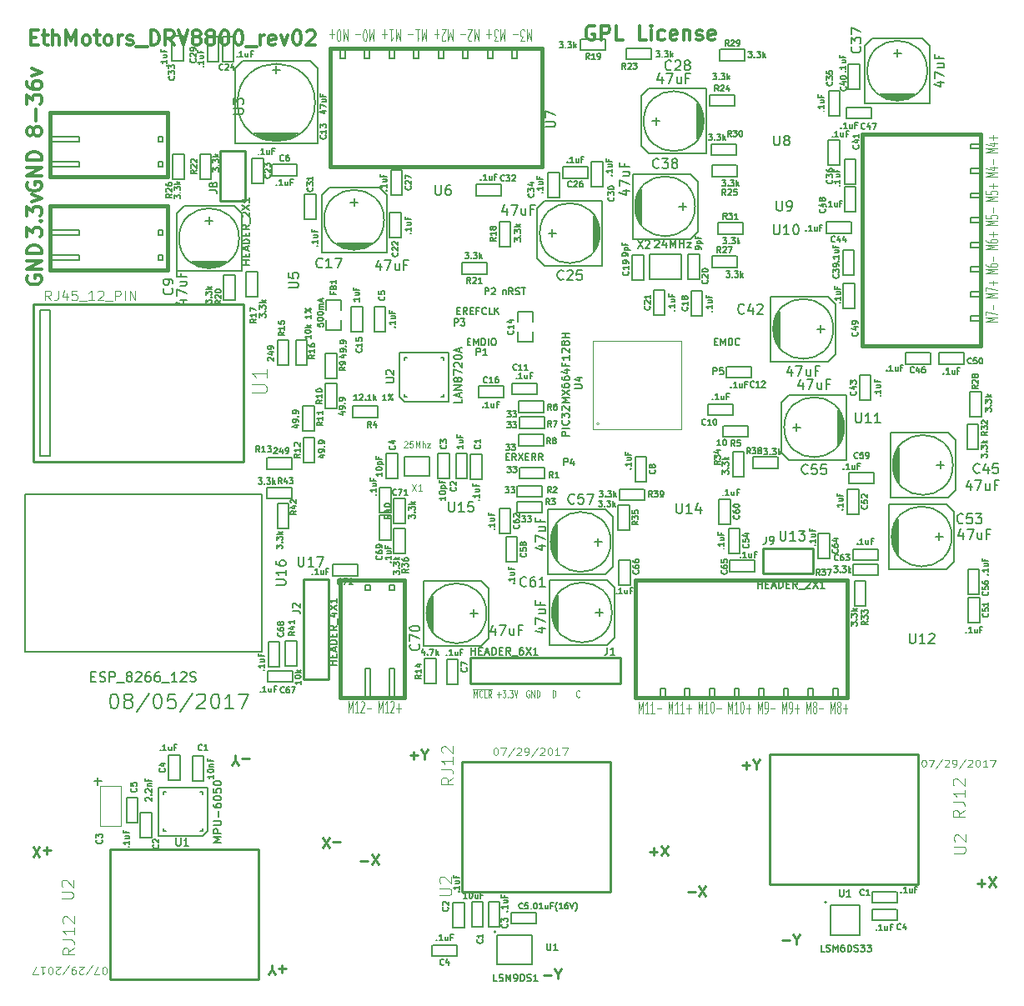
<source format=gto>
G04 #@! TF.FileFunction,Legend,Top*
%FSLAX46Y46*%
G04 Gerber Fmt 4.6, Leading zero omitted, Abs format (unit mm)*
G04 Created by KiCad (PCBNEW 4.0.6-e0-6349~53~ubuntu16.04.1) date Sat Aug  5 14:54:51 2017*
%MOMM*%
%LPD*%
G01*
G04 APERTURE LIST*
%ADD10C,0.150000*%
%ADD11C,0.100000*%
%ADD12C,0.300000*%
%ADD13C,0.200000*%
%ADD14C,0.125000*%
%ADD15C,0.250000*%
%ADD16C,0.381000*%
%ADD17C,0.127000*%
%ADD18C,0.254000*%
%ADD19C,0.149860*%
%ADD20C,0.200660*%
%ADD21C,0.099060*%
%ADD22C,0.190500*%
%ADD23C,0.175000*%
%ADD24C,0.170000*%
G04 APERTURE END LIST*
D10*
D11*
X119342857Y-123492857D02*
X119342857Y-122292857D01*
X119542857Y-123150000D01*
X119742857Y-122292857D01*
X119742857Y-123492857D01*
X120342857Y-123492857D02*
X120000000Y-123492857D01*
X120171428Y-123492857D02*
X120171428Y-122292857D01*
X120114285Y-122464286D01*
X120057143Y-122578571D01*
X120000000Y-122635714D01*
X120571429Y-122407143D02*
X120600000Y-122350000D01*
X120657143Y-122292857D01*
X120800000Y-122292857D01*
X120857143Y-122350000D01*
X120885714Y-122407143D01*
X120914286Y-122521429D01*
X120914286Y-122635714D01*
X120885714Y-122807143D01*
X120542857Y-123492857D01*
X120914286Y-123492857D01*
X121171429Y-123035714D02*
X121628572Y-123035714D01*
X122371429Y-123492857D02*
X122371429Y-122292857D01*
X122571429Y-123150000D01*
X122771429Y-122292857D01*
X122771429Y-123492857D01*
X123371429Y-123492857D02*
X123028572Y-123492857D01*
X123200000Y-123492857D02*
X123200000Y-122292857D01*
X123142857Y-122464286D01*
X123085715Y-122578571D01*
X123028572Y-122635714D01*
X123600001Y-122407143D02*
X123628572Y-122350000D01*
X123685715Y-122292857D01*
X123828572Y-122292857D01*
X123885715Y-122350000D01*
X123914286Y-122407143D01*
X123942858Y-122521429D01*
X123942858Y-122635714D01*
X123914286Y-122807143D01*
X123571429Y-123492857D01*
X123942858Y-123492857D01*
X124200001Y-123035714D02*
X124657144Y-123035714D01*
X124428573Y-123492857D02*
X124428573Y-122578571D01*
D12*
X86750000Y-69642857D02*
X86678571Y-69785714D01*
X86678571Y-70000000D01*
X86750000Y-70214285D01*
X86892857Y-70357143D01*
X87035714Y-70428571D01*
X87321429Y-70500000D01*
X87535714Y-70500000D01*
X87821429Y-70428571D01*
X87964286Y-70357143D01*
X88107143Y-70214285D01*
X88178571Y-70000000D01*
X88178571Y-69857143D01*
X88107143Y-69642857D01*
X88035714Y-69571428D01*
X87535714Y-69571428D01*
X87535714Y-69857143D01*
X88178571Y-68928571D02*
X86678571Y-68928571D01*
X88178571Y-68071428D01*
X86678571Y-68071428D01*
X88178571Y-67357142D02*
X86678571Y-67357142D01*
X86678571Y-66999999D01*
X86750000Y-66785714D01*
X86892857Y-66642856D01*
X87035714Y-66571428D01*
X87321429Y-66499999D01*
X87535714Y-66499999D01*
X87821429Y-66571428D01*
X87964286Y-66642856D01*
X88107143Y-66785714D01*
X88178571Y-66999999D01*
X88178571Y-67357142D01*
X86750000Y-79142857D02*
X86678571Y-79285714D01*
X86678571Y-79500000D01*
X86750000Y-79714285D01*
X86892857Y-79857143D01*
X87035714Y-79928571D01*
X87321429Y-80000000D01*
X87535714Y-80000000D01*
X87821429Y-79928571D01*
X87964286Y-79857143D01*
X88107143Y-79714285D01*
X88178571Y-79500000D01*
X88178571Y-79357143D01*
X88107143Y-79142857D01*
X88035714Y-79071428D01*
X87535714Y-79071428D01*
X87535714Y-79357143D01*
X88178571Y-78428571D02*
X86678571Y-78428571D01*
X88178571Y-77571428D01*
X86678571Y-77571428D01*
X88178571Y-76857142D02*
X86678571Y-76857142D01*
X86678571Y-76499999D01*
X86750000Y-76285714D01*
X86892857Y-76142856D01*
X87035714Y-76071428D01*
X87321429Y-75999999D01*
X87535714Y-75999999D01*
X87821429Y-76071428D01*
X87964286Y-76142856D01*
X88107143Y-76285714D01*
X88178571Y-76499999D01*
X88178571Y-76857142D01*
X144285714Y-53750000D02*
X144142857Y-53678571D01*
X143928571Y-53678571D01*
X143714286Y-53750000D01*
X143571428Y-53892857D01*
X143500000Y-54035714D01*
X143428571Y-54321429D01*
X143428571Y-54535714D01*
X143500000Y-54821429D01*
X143571428Y-54964286D01*
X143714286Y-55107143D01*
X143928571Y-55178571D01*
X144071428Y-55178571D01*
X144285714Y-55107143D01*
X144357143Y-55035714D01*
X144357143Y-54535714D01*
X144071428Y-54535714D01*
X145000000Y-55178571D02*
X145000000Y-53678571D01*
X145571428Y-53678571D01*
X145714286Y-53750000D01*
X145785714Y-53821429D01*
X145857143Y-53964286D01*
X145857143Y-54178571D01*
X145785714Y-54321429D01*
X145714286Y-54392857D01*
X145571428Y-54464286D01*
X145000000Y-54464286D01*
X147214286Y-55178571D02*
X146500000Y-55178571D01*
X146500000Y-53678571D01*
X149571429Y-55178571D02*
X148857143Y-55178571D01*
X148857143Y-53678571D01*
X150071429Y-55178571D02*
X150071429Y-54178571D01*
X150071429Y-53678571D02*
X150000000Y-53750000D01*
X150071429Y-53821429D01*
X150142857Y-53750000D01*
X150071429Y-53678571D01*
X150071429Y-53821429D01*
X151428572Y-55107143D02*
X151285715Y-55178571D01*
X151000001Y-55178571D01*
X150857143Y-55107143D01*
X150785715Y-55035714D01*
X150714286Y-54892857D01*
X150714286Y-54464286D01*
X150785715Y-54321429D01*
X150857143Y-54250000D01*
X151000001Y-54178571D01*
X151285715Y-54178571D01*
X151428572Y-54250000D01*
X152642857Y-55107143D02*
X152500000Y-55178571D01*
X152214286Y-55178571D01*
X152071429Y-55107143D01*
X152000000Y-54964286D01*
X152000000Y-54392857D01*
X152071429Y-54250000D01*
X152214286Y-54178571D01*
X152500000Y-54178571D01*
X152642857Y-54250000D01*
X152714286Y-54392857D01*
X152714286Y-54535714D01*
X152000000Y-54678571D01*
X153357143Y-54178571D02*
X153357143Y-55178571D01*
X153357143Y-54321429D02*
X153428571Y-54250000D01*
X153571429Y-54178571D01*
X153785714Y-54178571D01*
X153928571Y-54250000D01*
X154000000Y-54392857D01*
X154000000Y-55178571D01*
X154642857Y-55107143D02*
X154785714Y-55178571D01*
X155071429Y-55178571D01*
X155214286Y-55107143D01*
X155285714Y-54964286D01*
X155285714Y-54892857D01*
X155214286Y-54750000D01*
X155071429Y-54678571D01*
X154857143Y-54678571D01*
X154714286Y-54607143D01*
X154642857Y-54464286D01*
X154642857Y-54392857D01*
X154714286Y-54250000D01*
X154857143Y-54178571D01*
X155071429Y-54178571D01*
X155214286Y-54250000D01*
X156500000Y-55107143D02*
X156357143Y-55178571D01*
X156071429Y-55178571D01*
X155928572Y-55107143D01*
X155857143Y-54964286D01*
X155857143Y-54392857D01*
X155928572Y-54250000D01*
X156071429Y-54178571D01*
X156357143Y-54178571D01*
X156500000Y-54250000D01*
X156571429Y-54392857D01*
X156571429Y-54535714D01*
X155857143Y-54678571D01*
D11*
X148799999Y-123542857D02*
X148799999Y-122342857D01*
X148999999Y-123200000D01*
X149199999Y-122342857D01*
X149199999Y-123542857D01*
X149799999Y-123542857D02*
X149457142Y-123542857D01*
X149628570Y-123542857D02*
X149628570Y-122342857D01*
X149571427Y-122514286D01*
X149514285Y-122628571D01*
X149457142Y-122685714D01*
X150371428Y-123542857D02*
X150028571Y-123542857D01*
X150199999Y-123542857D02*
X150199999Y-122342857D01*
X150142856Y-122514286D01*
X150085714Y-122628571D01*
X150028571Y-122685714D01*
X150628571Y-123085714D02*
X151085714Y-123085714D01*
X151828571Y-123542857D02*
X151828571Y-122342857D01*
X152028571Y-123200000D01*
X152228571Y-122342857D01*
X152228571Y-123542857D01*
X152828571Y-123542857D02*
X152485714Y-123542857D01*
X152657142Y-123542857D02*
X152657142Y-122342857D01*
X152599999Y-122514286D01*
X152542857Y-122628571D01*
X152485714Y-122685714D01*
X153400000Y-123542857D02*
X153057143Y-123542857D01*
X153228571Y-123542857D02*
X153228571Y-122342857D01*
X153171428Y-122514286D01*
X153114286Y-122628571D01*
X153057143Y-122685714D01*
X153657143Y-123085714D02*
X154114286Y-123085714D01*
X153885715Y-123542857D02*
X153885715Y-122628571D01*
X154857143Y-123542857D02*
X154857143Y-122342857D01*
X155057143Y-123200000D01*
X155257143Y-122342857D01*
X155257143Y-123542857D01*
X155857143Y-123542857D02*
X155514286Y-123542857D01*
X155685714Y-123542857D02*
X155685714Y-122342857D01*
X155628571Y-122514286D01*
X155571429Y-122628571D01*
X155514286Y-122685714D01*
X156228572Y-122342857D02*
X156285715Y-122342857D01*
X156342858Y-122400000D01*
X156371429Y-122457143D01*
X156400000Y-122571429D01*
X156428572Y-122800000D01*
X156428572Y-123085714D01*
X156400000Y-123314286D01*
X156371429Y-123428571D01*
X156342858Y-123485714D01*
X156285715Y-123542857D01*
X156228572Y-123542857D01*
X156171429Y-123485714D01*
X156142858Y-123428571D01*
X156114286Y-123314286D01*
X156085715Y-123085714D01*
X156085715Y-122800000D01*
X156114286Y-122571429D01*
X156142858Y-122457143D01*
X156171429Y-122400000D01*
X156228572Y-122342857D01*
X156685715Y-123085714D02*
X157142858Y-123085714D01*
X157885715Y-123542857D02*
X157885715Y-122342857D01*
X158085715Y-123200000D01*
X158285715Y-122342857D01*
X158285715Y-123542857D01*
X158885715Y-123542857D02*
X158542858Y-123542857D01*
X158714286Y-123542857D02*
X158714286Y-122342857D01*
X158657143Y-122514286D01*
X158600001Y-122628571D01*
X158542858Y-122685714D01*
X159257144Y-122342857D02*
X159314287Y-122342857D01*
X159371430Y-122400000D01*
X159400001Y-122457143D01*
X159428572Y-122571429D01*
X159457144Y-122800000D01*
X159457144Y-123085714D01*
X159428572Y-123314286D01*
X159400001Y-123428571D01*
X159371430Y-123485714D01*
X159314287Y-123542857D01*
X159257144Y-123542857D01*
X159200001Y-123485714D01*
X159171430Y-123428571D01*
X159142858Y-123314286D01*
X159114287Y-123085714D01*
X159114287Y-122800000D01*
X159142858Y-122571429D01*
X159171430Y-122457143D01*
X159200001Y-122400000D01*
X159257144Y-122342857D01*
X159714287Y-123085714D02*
X160171430Y-123085714D01*
X159942859Y-123542857D02*
X159942859Y-122628571D01*
X160914287Y-123542857D02*
X160914287Y-122342857D01*
X161114287Y-123200000D01*
X161314287Y-122342857D01*
X161314287Y-123542857D01*
X161628573Y-123542857D02*
X161742858Y-123542857D01*
X161800001Y-123485714D01*
X161828573Y-123428571D01*
X161885715Y-123257143D01*
X161914287Y-123028571D01*
X161914287Y-122571429D01*
X161885715Y-122457143D01*
X161857144Y-122400000D01*
X161800001Y-122342857D01*
X161685715Y-122342857D01*
X161628573Y-122400000D01*
X161600001Y-122457143D01*
X161571430Y-122571429D01*
X161571430Y-122857143D01*
X161600001Y-122971429D01*
X161628573Y-123028571D01*
X161685715Y-123085714D01*
X161800001Y-123085714D01*
X161857144Y-123028571D01*
X161885715Y-122971429D01*
X161914287Y-122857143D01*
X162171430Y-123085714D02*
X162628573Y-123085714D01*
X163371430Y-123542857D02*
X163371430Y-122342857D01*
X163571430Y-123200000D01*
X163771430Y-122342857D01*
X163771430Y-123542857D01*
X164085716Y-123542857D02*
X164200001Y-123542857D01*
X164257144Y-123485714D01*
X164285716Y-123428571D01*
X164342858Y-123257143D01*
X164371430Y-123028571D01*
X164371430Y-122571429D01*
X164342858Y-122457143D01*
X164314287Y-122400000D01*
X164257144Y-122342857D01*
X164142858Y-122342857D01*
X164085716Y-122400000D01*
X164057144Y-122457143D01*
X164028573Y-122571429D01*
X164028573Y-122857143D01*
X164057144Y-122971429D01*
X164085716Y-123028571D01*
X164142858Y-123085714D01*
X164257144Y-123085714D01*
X164314287Y-123028571D01*
X164342858Y-122971429D01*
X164371430Y-122857143D01*
X164628573Y-123085714D02*
X165085716Y-123085714D01*
X164857145Y-123542857D02*
X164857145Y-122628571D01*
X165828573Y-123542857D02*
X165828573Y-122342857D01*
X166028573Y-123200000D01*
X166228573Y-122342857D01*
X166228573Y-123542857D01*
X166600001Y-122857143D02*
X166542859Y-122800000D01*
X166514287Y-122742857D01*
X166485716Y-122628571D01*
X166485716Y-122571429D01*
X166514287Y-122457143D01*
X166542859Y-122400000D01*
X166600001Y-122342857D01*
X166714287Y-122342857D01*
X166771430Y-122400000D01*
X166800001Y-122457143D01*
X166828573Y-122571429D01*
X166828573Y-122628571D01*
X166800001Y-122742857D01*
X166771430Y-122800000D01*
X166714287Y-122857143D01*
X166600001Y-122857143D01*
X166542859Y-122914286D01*
X166514287Y-122971429D01*
X166485716Y-123085714D01*
X166485716Y-123314286D01*
X166514287Y-123428571D01*
X166542859Y-123485714D01*
X166600001Y-123542857D01*
X166714287Y-123542857D01*
X166771430Y-123485714D01*
X166800001Y-123428571D01*
X166828573Y-123314286D01*
X166828573Y-123085714D01*
X166800001Y-122971429D01*
X166771430Y-122914286D01*
X166714287Y-122857143D01*
X167085716Y-123085714D02*
X167542859Y-123085714D01*
X168285716Y-123542857D02*
X168285716Y-122342857D01*
X168485716Y-123200000D01*
X168685716Y-122342857D01*
X168685716Y-123542857D01*
X169057144Y-122857143D02*
X169000002Y-122800000D01*
X168971430Y-122742857D01*
X168942859Y-122628571D01*
X168942859Y-122571429D01*
X168971430Y-122457143D01*
X169000002Y-122400000D01*
X169057144Y-122342857D01*
X169171430Y-122342857D01*
X169228573Y-122400000D01*
X169257144Y-122457143D01*
X169285716Y-122571429D01*
X169285716Y-122628571D01*
X169257144Y-122742857D01*
X169228573Y-122800000D01*
X169171430Y-122857143D01*
X169057144Y-122857143D01*
X169000002Y-122914286D01*
X168971430Y-122971429D01*
X168942859Y-123085714D01*
X168942859Y-123314286D01*
X168971430Y-123428571D01*
X169000002Y-123485714D01*
X169057144Y-123542857D01*
X169171430Y-123542857D01*
X169228573Y-123485714D01*
X169257144Y-123428571D01*
X169285716Y-123314286D01*
X169285716Y-123085714D01*
X169257144Y-122971429D01*
X169228573Y-122914286D01*
X169171430Y-122857143D01*
X169542859Y-123085714D02*
X170000002Y-123085714D01*
X169771431Y-123542857D02*
X169771431Y-122628571D01*
X185242857Y-83757143D02*
X184042857Y-83757143D01*
X184900000Y-83557143D01*
X184042857Y-83357143D01*
X185242857Y-83357143D01*
X184042857Y-83128572D02*
X184042857Y-82728572D01*
X185242857Y-82985715D01*
X184785714Y-82500000D02*
X184785714Y-82042857D01*
X185242857Y-81300000D02*
X184042857Y-81300000D01*
X184900000Y-81100000D01*
X184042857Y-80900000D01*
X185242857Y-80900000D01*
X184042857Y-80671429D02*
X184042857Y-80271429D01*
X185242857Y-80528572D01*
X184785714Y-80042857D02*
X184785714Y-79585714D01*
X185242857Y-79814285D02*
X184328571Y-79814285D01*
X185242857Y-78842857D02*
X184042857Y-78842857D01*
X184900000Y-78642857D01*
X184042857Y-78442857D01*
X185242857Y-78442857D01*
X184042857Y-77900000D02*
X184042857Y-78014286D01*
X184100000Y-78071429D01*
X184157143Y-78100000D01*
X184328571Y-78157143D01*
X184557143Y-78185714D01*
X185014286Y-78185714D01*
X185128571Y-78157143D01*
X185185714Y-78128571D01*
X185242857Y-78071429D01*
X185242857Y-77957143D01*
X185185714Y-77900000D01*
X185128571Y-77871429D01*
X185014286Y-77842857D01*
X184728571Y-77842857D01*
X184614286Y-77871429D01*
X184557143Y-77900000D01*
X184500000Y-77957143D01*
X184500000Y-78071429D01*
X184557143Y-78128571D01*
X184614286Y-78157143D01*
X184728571Y-78185714D01*
X184785714Y-77585714D02*
X184785714Y-77128571D01*
X185242857Y-76385714D02*
X184042857Y-76385714D01*
X184900000Y-76185714D01*
X184042857Y-75985714D01*
X185242857Y-75985714D01*
X184042857Y-75442857D02*
X184042857Y-75557143D01*
X184100000Y-75614286D01*
X184157143Y-75642857D01*
X184328571Y-75700000D01*
X184557143Y-75728571D01*
X185014286Y-75728571D01*
X185128571Y-75700000D01*
X185185714Y-75671428D01*
X185242857Y-75614286D01*
X185242857Y-75500000D01*
X185185714Y-75442857D01*
X185128571Y-75414286D01*
X185014286Y-75385714D01*
X184728571Y-75385714D01*
X184614286Y-75414286D01*
X184557143Y-75442857D01*
X184500000Y-75500000D01*
X184500000Y-75614286D01*
X184557143Y-75671428D01*
X184614286Y-75700000D01*
X184728571Y-75728571D01*
X184785714Y-75128571D02*
X184785714Y-74671428D01*
X185242857Y-74899999D02*
X184328571Y-74899999D01*
X185242857Y-73928571D02*
X184042857Y-73928571D01*
X184900000Y-73728571D01*
X184042857Y-73528571D01*
X185242857Y-73528571D01*
X184042857Y-72957143D02*
X184042857Y-73242857D01*
X184614286Y-73271428D01*
X184557143Y-73242857D01*
X184500000Y-73185714D01*
X184500000Y-73042857D01*
X184557143Y-72985714D01*
X184614286Y-72957143D01*
X184728571Y-72928571D01*
X185014286Y-72928571D01*
X185128571Y-72957143D01*
X185185714Y-72985714D01*
X185242857Y-73042857D01*
X185242857Y-73185714D01*
X185185714Y-73242857D01*
X185128571Y-73271428D01*
X184785714Y-72671428D02*
X184785714Y-72214285D01*
X185242857Y-71471428D02*
X184042857Y-71471428D01*
X184900000Y-71271428D01*
X184042857Y-71071428D01*
X185242857Y-71071428D01*
X184042857Y-70500000D02*
X184042857Y-70785714D01*
X184614286Y-70814285D01*
X184557143Y-70785714D01*
X184500000Y-70728571D01*
X184500000Y-70585714D01*
X184557143Y-70528571D01*
X184614286Y-70500000D01*
X184728571Y-70471428D01*
X185014286Y-70471428D01*
X185128571Y-70500000D01*
X185185714Y-70528571D01*
X185242857Y-70585714D01*
X185242857Y-70728571D01*
X185185714Y-70785714D01*
X185128571Y-70814285D01*
X184785714Y-70214285D02*
X184785714Y-69757142D01*
X185242857Y-69985713D02*
X184328571Y-69985713D01*
X185242857Y-69014285D02*
X184042857Y-69014285D01*
X184900000Y-68814285D01*
X184042857Y-68614285D01*
X185242857Y-68614285D01*
X184442857Y-68071428D02*
X185242857Y-68071428D01*
X183985714Y-68214285D02*
X184842857Y-68357142D01*
X184842857Y-67985714D01*
X184785714Y-67757142D02*
X184785714Y-67299999D01*
X185242857Y-66557142D02*
X184042857Y-66557142D01*
X184900000Y-66357142D01*
X184042857Y-66157142D01*
X185242857Y-66157142D01*
X184442857Y-65614285D02*
X185242857Y-65614285D01*
X183985714Y-65757142D02*
X184842857Y-65899999D01*
X184842857Y-65528571D01*
X184785714Y-65299999D02*
X184785714Y-64842856D01*
X185242857Y-65071427D02*
X184328571Y-65071427D01*
D12*
X86678571Y-75142856D02*
X86678571Y-74214285D01*
X87250000Y-74714285D01*
X87250000Y-74499999D01*
X87321429Y-74357142D01*
X87392857Y-74285713D01*
X87535714Y-74214285D01*
X87892857Y-74214285D01*
X88035714Y-74285713D01*
X88107143Y-74357142D01*
X88178571Y-74499999D01*
X88178571Y-74928571D01*
X88107143Y-75071428D01*
X88035714Y-75142856D01*
X88035714Y-73571428D02*
X88107143Y-73500000D01*
X88178571Y-73571428D01*
X88107143Y-73642857D01*
X88035714Y-73571428D01*
X88178571Y-73571428D01*
X86678571Y-72999999D02*
X86678571Y-72071428D01*
X87250000Y-72571428D01*
X87250000Y-72357142D01*
X87321429Y-72214285D01*
X87392857Y-72142856D01*
X87535714Y-72071428D01*
X87892857Y-72071428D01*
X88035714Y-72142856D01*
X88107143Y-72214285D01*
X88178571Y-72357142D01*
X88178571Y-72785714D01*
X88107143Y-72928571D01*
X88035714Y-72999999D01*
X87178571Y-71571428D02*
X88178571Y-71214285D01*
X87178571Y-70857143D01*
X87321429Y-64571427D02*
X87250000Y-64714285D01*
X87178571Y-64785713D01*
X87035714Y-64857142D01*
X86964286Y-64857142D01*
X86821429Y-64785713D01*
X86750000Y-64714285D01*
X86678571Y-64571427D01*
X86678571Y-64285713D01*
X86750000Y-64142856D01*
X86821429Y-64071427D01*
X86964286Y-63999999D01*
X87035714Y-63999999D01*
X87178571Y-64071427D01*
X87250000Y-64142856D01*
X87321429Y-64285713D01*
X87321429Y-64571427D01*
X87392857Y-64714285D01*
X87464286Y-64785713D01*
X87607143Y-64857142D01*
X87892857Y-64857142D01*
X88035714Y-64785713D01*
X88107143Y-64714285D01*
X88178571Y-64571427D01*
X88178571Y-64285713D01*
X88107143Y-64142856D01*
X88035714Y-64071427D01*
X87892857Y-63999999D01*
X87607143Y-63999999D01*
X87464286Y-64071427D01*
X87392857Y-64142856D01*
X87321429Y-64285713D01*
X87607143Y-63357142D02*
X87607143Y-62214285D01*
X86678571Y-61642856D02*
X86678571Y-60714285D01*
X87250000Y-61214285D01*
X87250000Y-60999999D01*
X87321429Y-60857142D01*
X87392857Y-60785713D01*
X87535714Y-60714285D01*
X87892857Y-60714285D01*
X88035714Y-60785713D01*
X88107143Y-60857142D01*
X88178571Y-60999999D01*
X88178571Y-61428571D01*
X88107143Y-61571428D01*
X88035714Y-61642856D01*
X86678571Y-59428571D02*
X86678571Y-59714285D01*
X86750000Y-59857142D01*
X86821429Y-59928571D01*
X87035714Y-60071428D01*
X87321429Y-60142857D01*
X87892857Y-60142857D01*
X88035714Y-60071428D01*
X88107143Y-60000000D01*
X88178571Y-59857142D01*
X88178571Y-59571428D01*
X88107143Y-59428571D01*
X88035714Y-59357142D01*
X87892857Y-59285714D01*
X87535714Y-59285714D01*
X87392857Y-59357142D01*
X87321429Y-59428571D01*
X87250000Y-59571428D01*
X87250000Y-59857142D01*
X87321429Y-60000000D01*
X87392857Y-60071428D01*
X87535714Y-60142857D01*
X87178571Y-58785714D02*
X88178571Y-58428571D01*
X87178571Y-58071429D01*
D11*
X137870239Y-54082143D02*
X137870239Y-55282143D01*
X137653572Y-54425000D01*
X137436906Y-55282143D01*
X137436906Y-54082143D01*
X137189287Y-55282143D02*
X136786906Y-55282143D01*
X137003573Y-54825000D01*
X136910715Y-54825000D01*
X136848811Y-54767857D01*
X136817858Y-54710714D01*
X136786906Y-54596429D01*
X136786906Y-54310714D01*
X136817858Y-54196429D01*
X136848811Y-54139286D01*
X136910715Y-54082143D01*
X137096430Y-54082143D01*
X137158334Y-54139286D01*
X137189287Y-54196429D01*
X136508334Y-54539286D02*
X136013096Y-54539286D01*
X135208334Y-54082143D02*
X135208334Y-55282143D01*
X134991667Y-54425000D01*
X134775001Y-55282143D01*
X134775001Y-54082143D01*
X134527382Y-55282143D02*
X134125001Y-55282143D01*
X134341668Y-54825000D01*
X134248810Y-54825000D01*
X134186906Y-54767857D01*
X134155953Y-54710714D01*
X134125001Y-54596429D01*
X134125001Y-54310714D01*
X134155953Y-54196429D01*
X134186906Y-54139286D01*
X134248810Y-54082143D01*
X134434525Y-54082143D01*
X134496429Y-54139286D01*
X134527382Y-54196429D01*
X133846429Y-54539286D02*
X133351191Y-54539286D01*
X133598810Y-54082143D02*
X133598810Y-54996429D01*
X132546429Y-54082143D02*
X132546429Y-55282143D01*
X132329762Y-54425000D01*
X132113096Y-55282143D01*
X132113096Y-54082143D01*
X131834524Y-55167857D02*
X131803572Y-55225000D01*
X131741667Y-55282143D01*
X131586905Y-55282143D01*
X131525001Y-55225000D01*
X131494048Y-55167857D01*
X131463096Y-55053571D01*
X131463096Y-54939286D01*
X131494048Y-54767857D01*
X131865477Y-54082143D01*
X131463096Y-54082143D01*
X131184524Y-54539286D02*
X130689286Y-54539286D01*
X129884524Y-54082143D02*
X129884524Y-55282143D01*
X129667857Y-54425000D01*
X129451191Y-55282143D01*
X129451191Y-54082143D01*
X129172619Y-55167857D02*
X129141667Y-55225000D01*
X129079762Y-55282143D01*
X128925000Y-55282143D01*
X128863096Y-55225000D01*
X128832143Y-55167857D01*
X128801191Y-55053571D01*
X128801191Y-54939286D01*
X128832143Y-54767857D01*
X129203572Y-54082143D01*
X128801191Y-54082143D01*
X128522619Y-54539286D02*
X128027381Y-54539286D01*
X128275000Y-54082143D02*
X128275000Y-54996429D01*
X127222619Y-54082143D02*
X127222619Y-55282143D01*
X127005952Y-54425000D01*
X126789286Y-55282143D01*
X126789286Y-54082143D01*
X126139286Y-54082143D02*
X126510714Y-54082143D01*
X126325000Y-54082143D02*
X126325000Y-55282143D01*
X126386905Y-55110714D01*
X126448810Y-54996429D01*
X126510714Y-54939286D01*
X125860714Y-54539286D02*
X125365476Y-54539286D01*
X124560714Y-54082143D02*
X124560714Y-55282143D01*
X124344047Y-54425000D01*
X124127381Y-55282143D01*
X124127381Y-54082143D01*
X123477381Y-54082143D02*
X123848809Y-54082143D01*
X123663095Y-54082143D02*
X123663095Y-55282143D01*
X123725000Y-55110714D01*
X123786905Y-54996429D01*
X123848809Y-54939286D01*
X123198809Y-54539286D02*
X122703571Y-54539286D01*
X122951190Y-54082143D02*
X122951190Y-54996429D01*
X121898809Y-54082143D02*
X121898809Y-55282143D01*
X121682142Y-54425000D01*
X121465476Y-55282143D01*
X121465476Y-54082143D01*
X121032143Y-55282143D02*
X120970238Y-55282143D01*
X120908333Y-55225000D01*
X120877381Y-55167857D01*
X120846428Y-55053571D01*
X120815476Y-54825000D01*
X120815476Y-54539286D01*
X120846428Y-54310714D01*
X120877381Y-54196429D01*
X120908333Y-54139286D01*
X120970238Y-54082143D01*
X121032143Y-54082143D01*
X121094047Y-54139286D01*
X121125000Y-54196429D01*
X121155952Y-54310714D01*
X121186904Y-54539286D01*
X121186904Y-54825000D01*
X121155952Y-55053571D01*
X121125000Y-55167857D01*
X121094047Y-55225000D01*
X121032143Y-55282143D01*
X120536904Y-54539286D02*
X120041666Y-54539286D01*
X119236904Y-54082143D02*
X119236904Y-55282143D01*
X119020237Y-54425000D01*
X118803571Y-55282143D01*
X118803571Y-54082143D01*
X118370238Y-55282143D02*
X118308333Y-55282143D01*
X118246428Y-55225000D01*
X118215476Y-55167857D01*
X118184523Y-55053571D01*
X118153571Y-54825000D01*
X118153571Y-54539286D01*
X118184523Y-54310714D01*
X118215476Y-54196429D01*
X118246428Y-54139286D01*
X118308333Y-54082143D01*
X118370238Y-54082143D01*
X118432142Y-54139286D01*
X118463095Y-54196429D01*
X118494047Y-54310714D01*
X118524999Y-54539286D01*
X118524999Y-54825000D01*
X118494047Y-55053571D01*
X118463095Y-55167857D01*
X118432142Y-55225000D01*
X118370238Y-55282143D01*
X117874999Y-54539286D02*
X117379761Y-54539286D01*
X117627380Y-54082143D02*
X117627380Y-54996429D01*
D12*
X87107145Y-54892857D02*
X87607145Y-54892857D01*
X87821431Y-55678571D02*
X87107145Y-55678571D01*
X87107145Y-54178571D01*
X87821431Y-54178571D01*
X88250002Y-54678571D02*
X88821431Y-54678571D01*
X88464288Y-54178571D02*
X88464288Y-55464286D01*
X88535716Y-55607143D01*
X88678574Y-55678571D01*
X88821431Y-55678571D01*
X89321431Y-55678571D02*
X89321431Y-54178571D01*
X89964288Y-55678571D02*
X89964288Y-54892857D01*
X89892859Y-54750000D01*
X89750002Y-54678571D01*
X89535717Y-54678571D01*
X89392859Y-54750000D01*
X89321431Y-54821429D01*
X90678574Y-55678571D02*
X90678574Y-54178571D01*
X91178574Y-55250000D01*
X91678574Y-54178571D01*
X91678574Y-55678571D01*
X92607146Y-55678571D02*
X92464288Y-55607143D01*
X92392860Y-55535714D01*
X92321431Y-55392857D01*
X92321431Y-54964286D01*
X92392860Y-54821429D01*
X92464288Y-54750000D01*
X92607146Y-54678571D01*
X92821431Y-54678571D01*
X92964288Y-54750000D01*
X93035717Y-54821429D01*
X93107146Y-54964286D01*
X93107146Y-55392857D01*
X93035717Y-55535714D01*
X92964288Y-55607143D01*
X92821431Y-55678571D01*
X92607146Y-55678571D01*
X93535717Y-54678571D02*
X94107146Y-54678571D01*
X93750003Y-54178571D02*
X93750003Y-55464286D01*
X93821431Y-55607143D01*
X93964289Y-55678571D01*
X94107146Y-55678571D01*
X94821432Y-55678571D02*
X94678574Y-55607143D01*
X94607146Y-55535714D01*
X94535717Y-55392857D01*
X94535717Y-54964286D01*
X94607146Y-54821429D01*
X94678574Y-54750000D01*
X94821432Y-54678571D01*
X95035717Y-54678571D01*
X95178574Y-54750000D01*
X95250003Y-54821429D01*
X95321432Y-54964286D01*
X95321432Y-55392857D01*
X95250003Y-55535714D01*
X95178574Y-55607143D01*
X95035717Y-55678571D01*
X94821432Y-55678571D01*
X95964289Y-55678571D02*
X95964289Y-54678571D01*
X95964289Y-54964286D02*
X96035717Y-54821429D01*
X96107146Y-54750000D01*
X96250003Y-54678571D01*
X96392860Y-54678571D01*
X96821431Y-55607143D02*
X96964288Y-55678571D01*
X97250003Y-55678571D01*
X97392860Y-55607143D01*
X97464288Y-55464286D01*
X97464288Y-55392857D01*
X97392860Y-55250000D01*
X97250003Y-55178571D01*
X97035717Y-55178571D01*
X96892860Y-55107143D01*
X96821431Y-54964286D01*
X96821431Y-54892857D01*
X96892860Y-54750000D01*
X97035717Y-54678571D01*
X97250003Y-54678571D01*
X97392860Y-54750000D01*
X97750003Y-55821429D02*
X98892860Y-55821429D01*
X99250003Y-55678571D02*
X99250003Y-54178571D01*
X99607146Y-54178571D01*
X99821431Y-54250000D01*
X99964289Y-54392857D01*
X100035717Y-54535714D01*
X100107146Y-54821429D01*
X100107146Y-55035714D01*
X100035717Y-55321429D01*
X99964289Y-55464286D01*
X99821431Y-55607143D01*
X99607146Y-55678571D01*
X99250003Y-55678571D01*
X101607146Y-55678571D02*
X101107146Y-54964286D01*
X100750003Y-55678571D02*
X100750003Y-54178571D01*
X101321431Y-54178571D01*
X101464289Y-54250000D01*
X101535717Y-54321429D01*
X101607146Y-54464286D01*
X101607146Y-54678571D01*
X101535717Y-54821429D01*
X101464289Y-54892857D01*
X101321431Y-54964286D01*
X100750003Y-54964286D01*
X102035717Y-54178571D02*
X102535717Y-55678571D01*
X103035717Y-54178571D01*
X103750003Y-54821429D02*
X103607145Y-54750000D01*
X103535717Y-54678571D01*
X103464288Y-54535714D01*
X103464288Y-54464286D01*
X103535717Y-54321429D01*
X103607145Y-54250000D01*
X103750003Y-54178571D01*
X104035717Y-54178571D01*
X104178574Y-54250000D01*
X104250003Y-54321429D01*
X104321431Y-54464286D01*
X104321431Y-54535714D01*
X104250003Y-54678571D01*
X104178574Y-54750000D01*
X104035717Y-54821429D01*
X103750003Y-54821429D01*
X103607145Y-54892857D01*
X103535717Y-54964286D01*
X103464288Y-55107143D01*
X103464288Y-55392857D01*
X103535717Y-55535714D01*
X103607145Y-55607143D01*
X103750003Y-55678571D01*
X104035717Y-55678571D01*
X104178574Y-55607143D01*
X104250003Y-55535714D01*
X104321431Y-55392857D01*
X104321431Y-55107143D01*
X104250003Y-54964286D01*
X104178574Y-54892857D01*
X104035717Y-54821429D01*
X105178574Y-54821429D02*
X105035716Y-54750000D01*
X104964288Y-54678571D01*
X104892859Y-54535714D01*
X104892859Y-54464286D01*
X104964288Y-54321429D01*
X105035716Y-54250000D01*
X105178574Y-54178571D01*
X105464288Y-54178571D01*
X105607145Y-54250000D01*
X105678574Y-54321429D01*
X105750002Y-54464286D01*
X105750002Y-54535714D01*
X105678574Y-54678571D01*
X105607145Y-54750000D01*
X105464288Y-54821429D01*
X105178574Y-54821429D01*
X105035716Y-54892857D01*
X104964288Y-54964286D01*
X104892859Y-55107143D01*
X104892859Y-55392857D01*
X104964288Y-55535714D01*
X105035716Y-55607143D01*
X105178574Y-55678571D01*
X105464288Y-55678571D01*
X105607145Y-55607143D01*
X105678574Y-55535714D01*
X105750002Y-55392857D01*
X105750002Y-55107143D01*
X105678574Y-54964286D01*
X105607145Y-54892857D01*
X105464288Y-54821429D01*
X106678573Y-54178571D02*
X106821430Y-54178571D01*
X106964287Y-54250000D01*
X107035716Y-54321429D01*
X107107145Y-54464286D01*
X107178573Y-54750000D01*
X107178573Y-55107143D01*
X107107145Y-55392857D01*
X107035716Y-55535714D01*
X106964287Y-55607143D01*
X106821430Y-55678571D01*
X106678573Y-55678571D01*
X106535716Y-55607143D01*
X106464287Y-55535714D01*
X106392859Y-55392857D01*
X106321430Y-55107143D01*
X106321430Y-54750000D01*
X106392859Y-54464286D01*
X106464287Y-54321429D01*
X106535716Y-54250000D01*
X106678573Y-54178571D01*
X108107144Y-54178571D02*
X108250001Y-54178571D01*
X108392858Y-54250000D01*
X108464287Y-54321429D01*
X108535716Y-54464286D01*
X108607144Y-54750000D01*
X108607144Y-55107143D01*
X108535716Y-55392857D01*
X108464287Y-55535714D01*
X108392858Y-55607143D01*
X108250001Y-55678571D01*
X108107144Y-55678571D01*
X107964287Y-55607143D01*
X107892858Y-55535714D01*
X107821430Y-55392857D01*
X107750001Y-55107143D01*
X107750001Y-54750000D01*
X107821430Y-54464286D01*
X107892858Y-54321429D01*
X107964287Y-54250000D01*
X108107144Y-54178571D01*
X108892858Y-55821429D02*
X110035715Y-55821429D01*
X110392858Y-55678571D02*
X110392858Y-54678571D01*
X110392858Y-54964286D02*
X110464286Y-54821429D01*
X110535715Y-54750000D01*
X110678572Y-54678571D01*
X110821429Y-54678571D01*
X111892857Y-55607143D02*
X111750000Y-55678571D01*
X111464286Y-55678571D01*
X111321429Y-55607143D01*
X111250000Y-55464286D01*
X111250000Y-54892857D01*
X111321429Y-54750000D01*
X111464286Y-54678571D01*
X111750000Y-54678571D01*
X111892857Y-54750000D01*
X111964286Y-54892857D01*
X111964286Y-55035714D01*
X111250000Y-55178571D01*
X112464286Y-54678571D02*
X112821429Y-55678571D01*
X113178571Y-54678571D01*
X114035714Y-54178571D02*
X114178571Y-54178571D01*
X114321428Y-54250000D01*
X114392857Y-54321429D01*
X114464286Y-54464286D01*
X114535714Y-54750000D01*
X114535714Y-55107143D01*
X114464286Y-55392857D01*
X114392857Y-55535714D01*
X114321428Y-55607143D01*
X114178571Y-55678571D01*
X114035714Y-55678571D01*
X113892857Y-55607143D01*
X113821428Y-55535714D01*
X113750000Y-55392857D01*
X113678571Y-55107143D01*
X113678571Y-54750000D01*
X113750000Y-54464286D01*
X113821428Y-54321429D01*
X113892857Y-54250000D01*
X114035714Y-54178571D01*
X115107142Y-54321429D02*
X115178571Y-54250000D01*
X115321428Y-54178571D01*
X115678571Y-54178571D01*
X115821428Y-54250000D01*
X115892857Y-54321429D01*
X115964285Y-54464286D01*
X115964285Y-54607143D01*
X115892857Y-54821429D01*
X115035714Y-55678571D01*
X115964285Y-55678571D01*
D13*
X95457144Y-121578571D02*
X95600001Y-121578571D01*
X95742858Y-121650000D01*
X95814287Y-121721429D01*
X95885716Y-121864286D01*
X95957144Y-122150000D01*
X95957144Y-122507143D01*
X95885716Y-122792857D01*
X95814287Y-122935714D01*
X95742858Y-123007143D01*
X95600001Y-123078571D01*
X95457144Y-123078571D01*
X95314287Y-123007143D01*
X95242858Y-122935714D01*
X95171430Y-122792857D01*
X95100001Y-122507143D01*
X95100001Y-122150000D01*
X95171430Y-121864286D01*
X95242858Y-121721429D01*
X95314287Y-121650000D01*
X95457144Y-121578571D01*
X96814287Y-122221429D02*
X96671429Y-122150000D01*
X96600001Y-122078571D01*
X96528572Y-121935714D01*
X96528572Y-121864286D01*
X96600001Y-121721429D01*
X96671429Y-121650000D01*
X96814287Y-121578571D01*
X97100001Y-121578571D01*
X97242858Y-121650000D01*
X97314287Y-121721429D01*
X97385715Y-121864286D01*
X97385715Y-121935714D01*
X97314287Y-122078571D01*
X97242858Y-122150000D01*
X97100001Y-122221429D01*
X96814287Y-122221429D01*
X96671429Y-122292857D01*
X96600001Y-122364286D01*
X96528572Y-122507143D01*
X96528572Y-122792857D01*
X96600001Y-122935714D01*
X96671429Y-123007143D01*
X96814287Y-123078571D01*
X97100001Y-123078571D01*
X97242858Y-123007143D01*
X97314287Y-122935714D01*
X97385715Y-122792857D01*
X97385715Y-122507143D01*
X97314287Y-122364286D01*
X97242858Y-122292857D01*
X97100001Y-122221429D01*
X99100000Y-121507143D02*
X97814286Y-123435714D01*
X99885715Y-121578571D02*
X100028572Y-121578571D01*
X100171429Y-121650000D01*
X100242858Y-121721429D01*
X100314287Y-121864286D01*
X100385715Y-122150000D01*
X100385715Y-122507143D01*
X100314287Y-122792857D01*
X100242858Y-122935714D01*
X100171429Y-123007143D01*
X100028572Y-123078571D01*
X99885715Y-123078571D01*
X99742858Y-123007143D01*
X99671429Y-122935714D01*
X99600001Y-122792857D01*
X99528572Y-122507143D01*
X99528572Y-122150000D01*
X99600001Y-121864286D01*
X99671429Y-121721429D01*
X99742858Y-121650000D01*
X99885715Y-121578571D01*
X101742858Y-121578571D02*
X101028572Y-121578571D01*
X100957143Y-122292857D01*
X101028572Y-122221429D01*
X101171429Y-122150000D01*
X101528572Y-122150000D01*
X101671429Y-122221429D01*
X101742858Y-122292857D01*
X101814286Y-122435714D01*
X101814286Y-122792857D01*
X101742858Y-122935714D01*
X101671429Y-123007143D01*
X101528572Y-123078571D01*
X101171429Y-123078571D01*
X101028572Y-123007143D01*
X100957143Y-122935714D01*
X103528571Y-121507143D02*
X102242857Y-123435714D01*
X103957143Y-121721429D02*
X104028572Y-121650000D01*
X104171429Y-121578571D01*
X104528572Y-121578571D01*
X104671429Y-121650000D01*
X104742858Y-121721429D01*
X104814286Y-121864286D01*
X104814286Y-122007143D01*
X104742858Y-122221429D01*
X103885715Y-123078571D01*
X104814286Y-123078571D01*
X105742857Y-121578571D02*
X105885714Y-121578571D01*
X106028571Y-121650000D01*
X106100000Y-121721429D01*
X106171429Y-121864286D01*
X106242857Y-122150000D01*
X106242857Y-122507143D01*
X106171429Y-122792857D01*
X106100000Y-122935714D01*
X106028571Y-123007143D01*
X105885714Y-123078571D01*
X105742857Y-123078571D01*
X105600000Y-123007143D01*
X105528571Y-122935714D01*
X105457143Y-122792857D01*
X105385714Y-122507143D01*
X105385714Y-122150000D01*
X105457143Y-121864286D01*
X105528571Y-121721429D01*
X105600000Y-121650000D01*
X105742857Y-121578571D01*
X107671428Y-123078571D02*
X106814285Y-123078571D01*
X107242857Y-123078571D02*
X107242857Y-121578571D01*
X107100000Y-121792857D01*
X106957142Y-121935714D01*
X106814285Y-122007143D01*
X108171428Y-121578571D02*
X109171428Y-121578571D01*
X108528571Y-123078571D01*
D14*
X132054765Y-121916667D02*
X132054765Y-121216667D01*
X132221431Y-121716667D01*
X132388098Y-121216667D01*
X132388098Y-121916667D01*
X132911908Y-121850000D02*
X132888098Y-121883333D01*
X132816670Y-121916667D01*
X132769051Y-121916667D01*
X132697622Y-121883333D01*
X132650003Y-121816667D01*
X132626194Y-121750000D01*
X132602384Y-121616667D01*
X132602384Y-121516667D01*
X132626194Y-121383333D01*
X132650003Y-121316667D01*
X132697622Y-121250000D01*
X132769051Y-121216667D01*
X132816670Y-121216667D01*
X132888098Y-121250000D01*
X132911908Y-121283333D01*
X133364289Y-121916667D02*
X133126194Y-121916667D01*
X133126194Y-121216667D01*
X133816670Y-121916667D02*
X133650003Y-121583333D01*
X133530956Y-121916667D02*
X133530956Y-121216667D01*
X133721432Y-121216667D01*
X133769051Y-121250000D01*
X133792860Y-121283333D01*
X133816670Y-121350000D01*
X133816670Y-121450000D01*
X133792860Y-121516667D01*
X133769051Y-121550000D01*
X133721432Y-121583333D01*
X133530956Y-121583333D01*
X131935717Y-121096000D02*
X133911908Y-121096000D01*
X134411908Y-121650000D02*
X134792860Y-121650000D01*
X134602384Y-121916667D02*
X134602384Y-121383333D01*
X134983337Y-121216667D02*
X135292860Y-121216667D01*
X135126194Y-121483333D01*
X135197622Y-121483333D01*
X135245241Y-121516667D01*
X135269051Y-121550000D01*
X135292860Y-121616667D01*
X135292860Y-121783333D01*
X135269051Y-121850000D01*
X135245241Y-121883333D01*
X135197622Y-121916667D01*
X135054765Y-121916667D01*
X135007146Y-121883333D01*
X134983337Y-121850000D01*
X135507146Y-121850000D02*
X135530955Y-121883333D01*
X135507146Y-121916667D01*
X135483336Y-121883333D01*
X135507146Y-121850000D01*
X135507146Y-121916667D01*
X135697622Y-121216667D02*
X136007145Y-121216667D01*
X135840479Y-121483333D01*
X135911907Y-121483333D01*
X135959526Y-121516667D01*
X135983336Y-121550000D01*
X136007145Y-121616667D01*
X136007145Y-121783333D01*
X135983336Y-121850000D01*
X135959526Y-121883333D01*
X135911907Y-121916667D01*
X135769050Y-121916667D01*
X135721431Y-121883333D01*
X135697622Y-121850000D01*
X136150002Y-121216667D02*
X136316669Y-121916667D01*
X136483335Y-121216667D01*
X137673810Y-121250000D02*
X137626191Y-121216667D01*
X137554763Y-121216667D01*
X137483334Y-121250000D01*
X137435715Y-121316667D01*
X137411906Y-121383333D01*
X137388096Y-121516667D01*
X137388096Y-121616667D01*
X137411906Y-121750000D01*
X137435715Y-121816667D01*
X137483334Y-121883333D01*
X137554763Y-121916667D01*
X137602382Y-121916667D01*
X137673810Y-121883333D01*
X137697620Y-121850000D01*
X137697620Y-121616667D01*
X137602382Y-121616667D01*
X137911906Y-121916667D02*
X137911906Y-121216667D01*
X138197620Y-121916667D01*
X138197620Y-121216667D01*
X138435716Y-121916667D02*
X138435716Y-121216667D01*
X138554763Y-121216667D01*
X138626192Y-121250000D01*
X138673811Y-121316667D01*
X138697620Y-121383333D01*
X138721430Y-121516667D01*
X138721430Y-121616667D01*
X138697620Y-121750000D01*
X138673811Y-121816667D01*
X138626192Y-121883333D01*
X138554763Y-121916667D01*
X138435716Y-121916667D01*
X140078572Y-121916667D02*
X140078572Y-121216667D01*
X140197619Y-121216667D01*
X140269048Y-121250000D01*
X140316667Y-121316667D01*
X140340476Y-121383333D01*
X140364286Y-121516667D01*
X140364286Y-121616667D01*
X140340476Y-121750000D01*
X140316667Y-121816667D01*
X140269048Y-121883333D01*
X140197619Y-121916667D01*
X140078572Y-121916667D01*
X142769046Y-121850000D02*
X142745236Y-121883333D01*
X142673808Y-121916667D01*
X142626189Y-121916667D01*
X142554760Y-121883333D01*
X142507141Y-121816667D01*
X142483332Y-121750000D01*
X142459522Y-121616667D01*
X142459522Y-121516667D01*
X142483332Y-121383333D01*
X142507141Y-121316667D01*
X142554760Y-121250000D01*
X142626189Y-121216667D01*
X142673808Y-121216667D01*
X142745236Y-121250000D01*
X142769046Y-121283333D01*
X94592858Y-150033333D02*
X94516667Y-150033333D01*
X94440477Y-150000000D01*
X94402382Y-149966667D01*
X94364286Y-149900000D01*
X94326191Y-149766667D01*
X94326191Y-149600000D01*
X94364286Y-149466667D01*
X94402382Y-149400000D01*
X94440477Y-149366667D01*
X94516667Y-149333333D01*
X94592858Y-149333333D01*
X94669048Y-149366667D01*
X94707144Y-149400000D01*
X94745239Y-149466667D01*
X94783334Y-149600000D01*
X94783334Y-149766667D01*
X94745239Y-149900000D01*
X94707144Y-149966667D01*
X94669048Y-150000000D01*
X94592858Y-150033333D01*
X94059524Y-150033333D02*
X93526191Y-150033333D01*
X93869048Y-149333333D01*
X92650000Y-150066667D02*
X93335715Y-149166667D01*
X92421429Y-149966667D02*
X92383334Y-150000000D01*
X92307143Y-150033333D01*
X92116667Y-150033333D01*
X92040477Y-150000000D01*
X92002381Y-149966667D01*
X91964286Y-149900000D01*
X91964286Y-149833333D01*
X92002381Y-149733333D01*
X92459524Y-149333333D01*
X91964286Y-149333333D01*
X91583334Y-149333333D02*
X91430953Y-149333333D01*
X91354762Y-149366667D01*
X91316667Y-149400000D01*
X91240476Y-149500000D01*
X91202381Y-149633333D01*
X91202381Y-149900000D01*
X91240476Y-149966667D01*
X91278572Y-150000000D01*
X91354762Y-150033333D01*
X91507143Y-150033333D01*
X91583334Y-150000000D01*
X91621429Y-149966667D01*
X91659524Y-149900000D01*
X91659524Y-149733333D01*
X91621429Y-149666667D01*
X91583334Y-149633333D01*
X91507143Y-149600000D01*
X91354762Y-149600000D01*
X91278572Y-149633333D01*
X91240476Y-149666667D01*
X91202381Y-149733333D01*
X90288095Y-150066667D02*
X90973810Y-149166667D01*
X90059524Y-149966667D02*
X90021429Y-150000000D01*
X89945238Y-150033333D01*
X89754762Y-150033333D01*
X89678572Y-150000000D01*
X89640476Y-149966667D01*
X89602381Y-149900000D01*
X89602381Y-149833333D01*
X89640476Y-149733333D01*
X90097619Y-149333333D01*
X89602381Y-149333333D01*
X89107143Y-150033333D02*
X89030952Y-150033333D01*
X88954762Y-150000000D01*
X88916667Y-149966667D01*
X88878571Y-149900000D01*
X88840476Y-149766667D01*
X88840476Y-149600000D01*
X88878571Y-149466667D01*
X88916667Y-149400000D01*
X88954762Y-149366667D01*
X89030952Y-149333333D01*
X89107143Y-149333333D01*
X89183333Y-149366667D01*
X89221429Y-149400000D01*
X89259524Y-149466667D01*
X89297619Y-149600000D01*
X89297619Y-149766667D01*
X89259524Y-149900000D01*
X89221429Y-149966667D01*
X89183333Y-150000000D01*
X89107143Y-150033333D01*
X88078571Y-149333333D02*
X88535714Y-149333333D01*
X88307143Y-149333333D02*
X88307143Y-150033333D01*
X88383333Y-149933333D01*
X88459524Y-149866667D01*
X88535714Y-149833333D01*
X87811904Y-150033333D02*
X87278571Y-150033333D01*
X87621428Y-149333333D01*
D15*
X118507143Y-136578571D02*
X117745238Y-136578571D01*
X117364286Y-137197619D02*
X116697619Y-136197619D01*
X116697619Y-137197619D02*
X117364286Y-136197619D01*
X109259524Y-128178571D02*
X108497619Y-128178571D01*
X107830953Y-128273810D02*
X107830953Y-127797619D01*
X108164286Y-128797619D02*
X107830953Y-128273810D01*
X107497619Y-128797619D01*
X89107143Y-137478571D02*
X88345238Y-137478571D01*
X88726190Y-137097619D02*
X88726190Y-137859524D01*
X87964286Y-138097619D02*
X87297619Y-137097619D01*
X87297619Y-138097619D02*
X87964286Y-137097619D01*
X112959524Y-149478571D02*
X112197619Y-149478571D01*
X112578571Y-149097619D02*
X112578571Y-149859524D01*
X111530953Y-149573810D02*
X111530953Y-149097619D01*
X111864286Y-150097619D02*
X111530953Y-149573810D01*
X111197619Y-150097619D01*
D14*
X134257142Y-127066667D02*
X134333333Y-127066667D01*
X134409523Y-127100000D01*
X134447618Y-127133333D01*
X134485714Y-127200000D01*
X134523809Y-127333333D01*
X134523809Y-127500000D01*
X134485714Y-127633333D01*
X134447618Y-127700000D01*
X134409523Y-127733333D01*
X134333333Y-127766667D01*
X134257142Y-127766667D01*
X134180952Y-127733333D01*
X134142856Y-127700000D01*
X134104761Y-127633333D01*
X134066666Y-127500000D01*
X134066666Y-127333333D01*
X134104761Y-127200000D01*
X134142856Y-127133333D01*
X134180952Y-127100000D01*
X134257142Y-127066667D01*
X134790476Y-127066667D02*
X135323809Y-127066667D01*
X134980952Y-127766667D01*
X136200000Y-127033333D02*
X135514285Y-127933333D01*
X136428571Y-127133333D02*
X136466666Y-127100000D01*
X136542857Y-127066667D01*
X136733333Y-127066667D01*
X136809523Y-127100000D01*
X136847619Y-127133333D01*
X136885714Y-127200000D01*
X136885714Y-127266667D01*
X136847619Y-127366667D01*
X136390476Y-127766667D01*
X136885714Y-127766667D01*
X137266666Y-127766667D02*
X137419047Y-127766667D01*
X137495238Y-127733333D01*
X137533333Y-127700000D01*
X137609524Y-127600000D01*
X137647619Y-127466667D01*
X137647619Y-127200000D01*
X137609524Y-127133333D01*
X137571428Y-127100000D01*
X137495238Y-127066667D01*
X137342857Y-127066667D01*
X137266666Y-127100000D01*
X137228571Y-127133333D01*
X137190476Y-127200000D01*
X137190476Y-127366667D01*
X137228571Y-127433333D01*
X137266666Y-127466667D01*
X137342857Y-127500000D01*
X137495238Y-127500000D01*
X137571428Y-127466667D01*
X137609524Y-127433333D01*
X137647619Y-127366667D01*
X138561905Y-127033333D02*
X137876190Y-127933333D01*
X138790476Y-127133333D02*
X138828571Y-127100000D01*
X138904762Y-127066667D01*
X139095238Y-127066667D01*
X139171428Y-127100000D01*
X139209524Y-127133333D01*
X139247619Y-127200000D01*
X139247619Y-127266667D01*
X139209524Y-127366667D01*
X138752381Y-127766667D01*
X139247619Y-127766667D01*
X139742857Y-127066667D02*
X139819048Y-127066667D01*
X139895238Y-127100000D01*
X139933333Y-127133333D01*
X139971429Y-127200000D01*
X140009524Y-127333333D01*
X140009524Y-127500000D01*
X139971429Y-127633333D01*
X139933333Y-127700000D01*
X139895238Y-127733333D01*
X139819048Y-127766667D01*
X139742857Y-127766667D01*
X139666667Y-127733333D01*
X139628571Y-127700000D01*
X139590476Y-127633333D01*
X139552381Y-127500000D01*
X139552381Y-127333333D01*
X139590476Y-127200000D01*
X139628571Y-127133333D01*
X139666667Y-127100000D01*
X139742857Y-127066667D01*
X140771429Y-127766667D02*
X140314286Y-127766667D01*
X140542857Y-127766667D02*
X140542857Y-127066667D01*
X140466667Y-127166667D01*
X140390476Y-127233333D01*
X140314286Y-127266667D01*
X141038096Y-127066667D02*
X141571429Y-127066667D01*
X141228572Y-127766667D01*
D15*
X120542857Y-138521429D02*
X121304762Y-138521429D01*
X121685714Y-137902381D02*
X122352381Y-138902381D01*
X122352381Y-137902381D02*
X121685714Y-138902381D01*
X139190476Y-150121429D02*
X139952381Y-150121429D01*
X140619047Y-150026190D02*
X140619047Y-150502381D01*
X140285714Y-149502381D02*
X140619047Y-150026190D01*
X140952381Y-149502381D01*
X149942857Y-137621429D02*
X150704762Y-137621429D01*
X150323810Y-138002381D02*
X150323810Y-137240476D01*
X151085714Y-137002381D02*
X151752381Y-138002381D01*
X151752381Y-137002381D02*
X151085714Y-138002381D01*
X125590476Y-127821429D02*
X126352381Y-127821429D01*
X125971429Y-128202381D02*
X125971429Y-127440476D01*
X127019047Y-127726190D02*
X127019047Y-128202381D01*
X126685714Y-127202381D02*
X127019047Y-127726190D01*
X127352381Y-127202381D01*
D14*
X177707142Y-128266667D02*
X177783333Y-128266667D01*
X177859523Y-128300000D01*
X177897618Y-128333333D01*
X177935714Y-128400000D01*
X177973809Y-128533333D01*
X177973809Y-128700000D01*
X177935714Y-128833333D01*
X177897618Y-128900000D01*
X177859523Y-128933333D01*
X177783333Y-128966667D01*
X177707142Y-128966667D01*
X177630952Y-128933333D01*
X177592856Y-128900000D01*
X177554761Y-128833333D01*
X177516666Y-128700000D01*
X177516666Y-128533333D01*
X177554761Y-128400000D01*
X177592856Y-128333333D01*
X177630952Y-128300000D01*
X177707142Y-128266667D01*
X178240476Y-128266667D02*
X178773809Y-128266667D01*
X178430952Y-128966667D01*
X179650000Y-128233333D02*
X178964285Y-129133333D01*
X179878571Y-128333333D02*
X179916666Y-128300000D01*
X179992857Y-128266667D01*
X180183333Y-128266667D01*
X180259523Y-128300000D01*
X180297619Y-128333333D01*
X180335714Y-128400000D01*
X180335714Y-128466667D01*
X180297619Y-128566667D01*
X179840476Y-128966667D01*
X180335714Y-128966667D01*
X180716666Y-128966667D02*
X180869047Y-128966667D01*
X180945238Y-128933333D01*
X180983333Y-128900000D01*
X181059524Y-128800000D01*
X181097619Y-128666667D01*
X181097619Y-128400000D01*
X181059524Y-128333333D01*
X181021428Y-128300000D01*
X180945238Y-128266667D01*
X180792857Y-128266667D01*
X180716666Y-128300000D01*
X180678571Y-128333333D01*
X180640476Y-128400000D01*
X180640476Y-128566667D01*
X180678571Y-128633333D01*
X180716666Y-128666667D01*
X180792857Y-128700000D01*
X180945238Y-128700000D01*
X181021428Y-128666667D01*
X181059524Y-128633333D01*
X181097619Y-128566667D01*
X182011905Y-128233333D02*
X181326190Y-129133333D01*
X182240476Y-128333333D02*
X182278571Y-128300000D01*
X182354762Y-128266667D01*
X182545238Y-128266667D01*
X182621428Y-128300000D01*
X182659524Y-128333333D01*
X182697619Y-128400000D01*
X182697619Y-128466667D01*
X182659524Y-128566667D01*
X182202381Y-128966667D01*
X182697619Y-128966667D01*
X183192857Y-128266667D02*
X183269048Y-128266667D01*
X183345238Y-128300000D01*
X183383333Y-128333333D01*
X183421429Y-128400000D01*
X183459524Y-128533333D01*
X183459524Y-128700000D01*
X183421429Y-128833333D01*
X183383333Y-128900000D01*
X183345238Y-128933333D01*
X183269048Y-128966667D01*
X183192857Y-128966667D01*
X183116667Y-128933333D01*
X183078571Y-128900000D01*
X183040476Y-128833333D01*
X183002381Y-128700000D01*
X183002381Y-128533333D01*
X183040476Y-128400000D01*
X183078571Y-128333333D01*
X183116667Y-128300000D01*
X183192857Y-128266667D01*
X184221429Y-128966667D02*
X183764286Y-128966667D01*
X183992857Y-128966667D02*
X183992857Y-128266667D01*
X183916667Y-128366667D01*
X183840476Y-128433333D01*
X183764286Y-128466667D01*
X184488096Y-128266667D02*
X185021429Y-128266667D01*
X184678572Y-128966667D01*
D15*
X153792857Y-141721429D02*
X154554762Y-141721429D01*
X154935714Y-141102381D02*
X155602381Y-142102381D01*
X155602381Y-141102381D02*
X154935714Y-142102381D01*
X163340476Y-146621429D02*
X164102381Y-146621429D01*
X164769047Y-146526190D02*
X164769047Y-147002381D01*
X164435714Y-146002381D02*
X164769047Y-146526190D01*
X165102381Y-146002381D01*
X183192857Y-140821429D02*
X183954762Y-140821429D01*
X183573810Y-141202381D02*
X183573810Y-140440476D01*
X184335714Y-140202381D02*
X185002381Y-141202381D01*
X185002381Y-140202381D02*
X184335714Y-141202381D01*
X159340476Y-128821429D02*
X160102381Y-128821429D01*
X159721429Y-129202381D02*
X159721429Y-128440476D01*
X160769047Y-128726190D02*
X160769047Y-129202381D01*
X160435714Y-128202381D02*
X160769047Y-128726190D01*
X161102381Y-128202381D01*
D10*
X126475000Y-56025000D02*
X126475000Y-57025000D01*
X125975000Y-57025000D02*
X125975000Y-56025000D01*
X126475000Y-57025000D02*
X125975000Y-57025000D01*
X123975000Y-57025000D02*
X123475000Y-57025000D01*
X123475000Y-57025000D02*
X123475000Y-56025000D01*
X123975000Y-56025000D02*
X123975000Y-57025000D01*
X121475000Y-56025000D02*
X121475000Y-57025000D01*
X120975000Y-57025000D02*
X120975000Y-56025000D01*
X121475000Y-57025000D02*
X120975000Y-57025000D01*
X118975000Y-57025000D02*
X118475000Y-57025000D01*
X118475000Y-57025000D02*
X118475000Y-56025000D01*
X118975000Y-56025000D02*
X118975000Y-57025000D01*
X128975000Y-56025000D02*
X128975000Y-57025000D01*
X128475000Y-57025000D02*
X128475000Y-56025000D01*
X128975000Y-57025000D02*
X128475000Y-57025000D01*
X131475000Y-57025000D02*
X130975000Y-57025000D01*
X130975000Y-57025000D02*
X130975000Y-56025000D01*
X131475000Y-56025000D02*
X131475000Y-57025000D01*
X133975000Y-56025000D02*
X133975000Y-57025000D01*
X133475000Y-57025000D02*
X133475000Y-56025000D01*
X133975000Y-57025000D02*
X133475000Y-57025000D01*
X136475000Y-57025000D02*
X135975000Y-57025000D01*
X135975000Y-57025000D02*
X135975000Y-56025000D01*
X136475000Y-56025000D02*
X136475000Y-57025000D01*
D16*
X138975000Y-68025000D02*
X138975000Y-56025000D01*
X138975000Y-56025000D02*
X117475000Y-56025000D01*
X117475000Y-56025000D02*
X117475000Y-68025000D01*
X117475000Y-68025000D02*
X138975000Y-68025000D01*
D17*
X132870000Y-97250000D02*
X132870000Y-99750000D01*
X132870000Y-99770000D02*
X131730000Y-99770000D01*
X131730000Y-99750000D02*
X131730000Y-97250000D01*
X131730000Y-97230000D02*
X132870000Y-97230000D01*
X131370000Y-97200000D02*
X131370000Y-99700000D01*
X131370000Y-99720000D02*
X130230000Y-99720000D01*
X130230000Y-99700000D02*
X130230000Y-97200000D01*
X130230000Y-97180000D02*
X131370000Y-97180000D01*
X129570000Y-97200000D02*
X129570000Y-99700000D01*
X129570000Y-99720000D02*
X128430000Y-99720000D01*
X128430000Y-99700000D02*
X128430000Y-97200000D01*
X128430000Y-97180000D02*
X129570000Y-97180000D01*
X124320000Y-97200000D02*
X124320000Y-99700000D01*
X124320000Y-99720000D02*
X123180000Y-99720000D01*
X123180000Y-99700000D02*
X123180000Y-97200000D01*
X123180000Y-97180000D02*
X124320000Y-97180000D01*
X121930000Y-84750000D02*
X121930000Y-82250000D01*
X121930000Y-82230000D02*
X123070000Y-82230000D01*
X123070000Y-82250000D02*
X123070000Y-84750000D01*
X123070000Y-84770000D02*
X121930000Y-84770000D01*
X111600000Y-67780000D02*
X114100000Y-67780000D01*
X114120000Y-67780000D02*
X114120000Y-68920000D01*
X114100000Y-68920000D02*
X111600000Y-68920000D01*
X111580000Y-68920000D02*
X111580000Y-67780000D01*
X130460000Y-118100000D02*
X130460000Y-120600000D01*
X130460000Y-120620000D02*
X129320000Y-120620000D01*
X129320000Y-120600000D02*
X129320000Y-118100000D01*
X129320000Y-118080000D02*
X130460000Y-118080000D01*
X149570000Y-97500000D02*
X149570000Y-100000000D01*
X149570000Y-100020000D02*
X148430000Y-100020000D01*
X148430000Y-100000000D02*
X148430000Y-97500000D01*
X148430000Y-97480000D02*
X149570000Y-97480000D01*
X158370000Y-93280000D02*
X155870000Y-93280000D01*
X155850000Y-93280000D02*
X155850000Y-92140000D01*
X155870000Y-92140000D02*
X158370000Y-92140000D01*
X158390000Y-92140000D02*
X158390000Y-93280000D01*
X138450000Y-91170000D02*
X135950000Y-91170000D01*
X135930000Y-91170000D02*
X135930000Y-90030000D01*
X135950000Y-90030000D02*
X138450000Y-90030000D01*
X138470000Y-90030000D02*
X138470000Y-91170000D01*
X157750000Y-88330000D02*
X160250000Y-88330000D01*
X160270000Y-88330000D02*
X160270000Y-89470000D01*
X160250000Y-89470000D02*
X157750000Y-89470000D01*
X157730000Y-89470000D02*
X157730000Y-88330000D01*
X110984000Y-65310000D02*
X113016000Y-65310000D01*
X113397000Y-65183000D02*
X110603000Y-65183000D01*
X110349000Y-65056000D02*
X113651000Y-65056000D01*
X113905000Y-64929000D02*
X110095000Y-64929000D01*
X114032000Y-64802000D02*
X109968000Y-64802000D01*
X109714000Y-64675000D02*
X114286000Y-64675000D01*
X115937000Y-61500000D02*
G75*
G03X115937000Y-61500000I-3937000J0D01*
G01*
X107809000Y-65691000D02*
X116191000Y-65691000D01*
X116191000Y-65691000D02*
X116191000Y-58071000D01*
X116191000Y-58071000D02*
X115429000Y-57309000D01*
X115429000Y-57309000D02*
X108571000Y-57309000D01*
X108571000Y-57309000D02*
X107809000Y-58071000D01*
X107809000Y-58071000D02*
X107809000Y-65691000D01*
X112000000Y-57817000D02*
X112000000Y-58579000D01*
X111619000Y-58198000D02*
X112381000Y-58198000D01*
X138062000Y-84808000D02*
X138062000Y-85824000D01*
X138062000Y-85824000D02*
X136538000Y-85824000D01*
X136538000Y-85824000D02*
X136538000Y-84808000D01*
X136538000Y-83792000D02*
X136538000Y-82776000D01*
X136538000Y-82776000D02*
X138062000Y-82776000D01*
X138062000Y-82776000D02*
X138062000Y-83792000D01*
X119630000Y-84750000D02*
X119630000Y-82250000D01*
X119630000Y-82230000D02*
X120770000Y-82230000D01*
X120770000Y-82250000D02*
X120770000Y-84750000D01*
X120770000Y-84770000D02*
X119630000Y-84770000D01*
X132550000Y-90330000D02*
X135050000Y-90330000D01*
X135070000Y-90330000D02*
X135070000Y-91470000D01*
X135050000Y-91470000D02*
X132550000Y-91470000D01*
X132530000Y-91470000D02*
X132530000Y-90330000D01*
X154130000Y-83150000D02*
X154130000Y-80650000D01*
X154130000Y-80630000D02*
X155270000Y-80630000D01*
X155270000Y-80650000D02*
X155270000Y-83150000D01*
X155270000Y-83170000D02*
X154130000Y-83170000D01*
X148130000Y-79550000D02*
X148130000Y-77050000D01*
X148130000Y-77030000D02*
X149270000Y-77030000D01*
X149270000Y-77050000D02*
X149270000Y-79550000D01*
X149270000Y-79570000D02*
X148130000Y-79570000D01*
X154970000Y-76950000D02*
X154970000Y-79450000D01*
X154970000Y-79470000D02*
X153830000Y-79470000D01*
X153830000Y-79450000D02*
X153830000Y-76950000D01*
X153830000Y-76930000D02*
X154970000Y-76930000D01*
X150330000Y-83050000D02*
X150330000Y-80550000D01*
X150330000Y-80530000D02*
X151470000Y-80530000D01*
X151470000Y-80550000D02*
X151470000Y-83050000D01*
X151470000Y-83070000D02*
X150330000Y-83070000D01*
X123530000Y-75225000D02*
X123530000Y-72725000D01*
X123530000Y-72705000D02*
X124670000Y-72705000D01*
X124670000Y-72725000D02*
X124670000Y-75225000D01*
X124670000Y-75245000D02*
X123530000Y-75245000D01*
X110670000Y-67225000D02*
X110670000Y-69725000D01*
X110670000Y-69745000D02*
X109530000Y-69745000D01*
X109530000Y-69725000D02*
X109530000Y-67225000D01*
X109530000Y-67205000D02*
X110670000Y-67205000D01*
X106555000Y-57325000D02*
X106555000Y-54825000D01*
X106555000Y-54805000D02*
X107695000Y-54805000D01*
X107695000Y-54825000D02*
X107695000Y-57325000D01*
X107695000Y-57345000D02*
X106555000Y-57345000D01*
X143625000Y-69195000D02*
X141125000Y-69195000D01*
X141105000Y-69195000D02*
X141105000Y-68055000D01*
X141125000Y-68055000D02*
X143625000Y-68055000D01*
X143645000Y-68055000D02*
X143645000Y-69195000D01*
X124795000Y-68375000D02*
X124795000Y-70875000D01*
X124795000Y-70895000D02*
X123655000Y-70895000D01*
X123655000Y-70875000D02*
X123655000Y-68375000D01*
X123655000Y-68355000D02*
X124795000Y-68355000D01*
X106145000Y-54825000D02*
X106145000Y-57325000D01*
X106145000Y-57345000D02*
X105005000Y-57345000D01*
X105005000Y-57325000D02*
X105005000Y-54825000D01*
X105005000Y-54805000D02*
X106145000Y-54805000D01*
X144005000Y-70050000D02*
X144005000Y-67550000D01*
X144005000Y-67530000D02*
X145145000Y-67530000D01*
X145145000Y-67550000D02*
X145145000Y-70050000D01*
X145145000Y-70070000D02*
X144005000Y-70070000D01*
X116020000Y-70825000D02*
X116020000Y-73325000D01*
X116020000Y-73345000D02*
X114880000Y-73345000D01*
X114880000Y-73325000D02*
X114880000Y-70825000D01*
X114880000Y-70805000D02*
X116020000Y-70805000D01*
X134825000Y-70970000D02*
X132325000Y-70970000D01*
X132305000Y-70970000D02*
X132305000Y-69830000D01*
X132325000Y-69830000D02*
X134825000Y-69830000D01*
X134845000Y-69830000D02*
X134845000Y-70970000D01*
X102570000Y-54750000D02*
X102570000Y-57250000D01*
X102570000Y-57270000D02*
X101430000Y-57270000D01*
X101430000Y-57250000D02*
X101430000Y-54750000D01*
X101430000Y-54730000D02*
X102570000Y-54730000D01*
X140720000Y-68625000D02*
X140720000Y-71125000D01*
X140720000Y-71145000D02*
X139580000Y-71145000D01*
X139580000Y-71125000D02*
X139580000Y-68625000D01*
X139580000Y-68605000D02*
X140720000Y-68605000D01*
X169220000Y-60300000D02*
X169220000Y-62800000D01*
X169220000Y-62820000D02*
X168080000Y-62820000D01*
X168080000Y-62800000D02*
X168080000Y-60300000D01*
X168080000Y-60280000D02*
X169220000Y-60280000D01*
X170820000Y-67250000D02*
X170820000Y-69750000D01*
X170820000Y-69770000D02*
X169680000Y-69770000D01*
X169680000Y-69750000D02*
X169680000Y-67250000D01*
X169680000Y-67230000D02*
X170820000Y-67230000D01*
X170670000Y-76475000D02*
X170670000Y-78975000D01*
X170670000Y-78995000D02*
X169530000Y-78995000D01*
X169530000Y-78975000D02*
X169530000Y-76475000D01*
X169530000Y-76455000D02*
X170670000Y-76455000D01*
X170080000Y-60125000D02*
X170080000Y-57625000D01*
X170080000Y-57605000D02*
X171220000Y-57605000D01*
X171220000Y-57625000D02*
X171220000Y-60125000D01*
X171220000Y-60145000D02*
X170080000Y-60145000D01*
X169195000Y-65350000D02*
X169195000Y-67850000D01*
X169195000Y-67870000D02*
X168055000Y-67870000D01*
X168055000Y-67850000D02*
X168055000Y-65350000D01*
X168055000Y-65330000D02*
X169195000Y-65330000D01*
X171230000Y-91725000D02*
X171230000Y-89225000D01*
X171230000Y-89205000D02*
X172370000Y-89205000D01*
X172370000Y-89225000D02*
X172370000Y-91725000D01*
X172370000Y-91745000D02*
X171230000Y-91745000D01*
X170350000Y-74770000D02*
X167850000Y-74770000D01*
X167830000Y-74770000D02*
X167830000Y-73630000D01*
X167850000Y-73630000D02*
X170350000Y-73630000D01*
X170370000Y-73630000D02*
X170370000Y-74770000D01*
X178380000Y-88050000D02*
X175880000Y-88050000D01*
X175860000Y-88050000D02*
X175860000Y-86910000D01*
X175880000Y-86910000D02*
X178380000Y-86910000D01*
X178400000Y-86910000D02*
X178400000Y-88050000D01*
X169900000Y-62005000D02*
X172400000Y-62005000D01*
X172420000Y-62005000D02*
X172420000Y-63145000D01*
X172400000Y-63145000D02*
X169900000Y-63145000D01*
X169880000Y-63145000D02*
X169880000Y-62005000D01*
X169680000Y-72600000D02*
X169680000Y-70100000D01*
X169680000Y-70080000D02*
X170820000Y-70080000D01*
X170820000Y-70100000D02*
X170820000Y-72600000D01*
X170820000Y-72620000D02*
X169680000Y-72620000D01*
X170720000Y-79925000D02*
X170720000Y-82425000D01*
X170720000Y-82445000D02*
X169580000Y-82445000D01*
X169580000Y-82425000D02*
X169580000Y-79925000D01*
X169580000Y-79905000D02*
X170720000Y-79905000D01*
X179310000Y-86930000D02*
X181810000Y-86930000D01*
X181830000Y-86930000D02*
X181830000Y-88070000D01*
X181810000Y-88070000D02*
X179310000Y-88070000D01*
X179290000Y-88070000D02*
X179290000Y-86930000D01*
X183400000Y-111780000D02*
X183400000Y-114280000D01*
X183400000Y-114300000D02*
X182260000Y-114300000D01*
X182260000Y-114280000D02*
X182260000Y-111780000D01*
X182260000Y-111760000D02*
X183400000Y-111760000D01*
X171120000Y-100800000D02*
X171120000Y-103300000D01*
X171120000Y-103320000D02*
X169980000Y-103320000D01*
X169980000Y-103300000D02*
X169980000Y-100800000D01*
X169980000Y-100780000D02*
X171120000Y-100780000D01*
X159070000Y-104750000D02*
X159070000Y-107250000D01*
X159070000Y-107270000D02*
X157930000Y-107270000D01*
X157930000Y-107250000D02*
X157930000Y-104750000D01*
X157930000Y-104730000D02*
X159070000Y-104730000D01*
X183360000Y-108980000D02*
X183360000Y-111480000D01*
X183360000Y-111500000D02*
X182220000Y-111500000D01*
X182220000Y-111480000D02*
X182220000Y-108980000D01*
X182220000Y-108960000D02*
X183360000Y-108960000D01*
X136470000Y-105650000D02*
X136470000Y-108150000D01*
X136470000Y-108170000D02*
X135330000Y-108170000D01*
X135330000Y-108150000D02*
X135330000Y-105650000D01*
X135330000Y-105630000D02*
X136470000Y-105630000D01*
X172640000Y-100240000D02*
X170140000Y-100240000D01*
X170120000Y-100240000D02*
X170120000Y-99100000D01*
X170140000Y-99100000D02*
X172640000Y-99100000D01*
X172660000Y-99100000D02*
X172660000Y-100240000D01*
X158110000Y-101800000D02*
X158110000Y-104300000D01*
X158110000Y-104320000D02*
X156970000Y-104320000D01*
X156970000Y-104300000D02*
X156970000Y-101800000D01*
X156970000Y-101780000D02*
X158110000Y-101780000D01*
X135770000Y-102775000D02*
X135770000Y-105275000D01*
X135770000Y-105295000D02*
X134630000Y-105295000D01*
X134630000Y-105275000D02*
X134630000Y-102775000D01*
X134630000Y-102755000D02*
X135770000Y-102755000D01*
X173070000Y-107990000D02*
X170570000Y-107990000D01*
X170550000Y-107990000D02*
X170550000Y-106850000D01*
X170570000Y-106850000D02*
X173070000Y-106850000D01*
X173090000Y-106850000D02*
X173090000Y-107990000D01*
X168150000Y-105270000D02*
X168150000Y-107770000D01*
X168150000Y-107790000D02*
X167010000Y-107790000D01*
X167010000Y-107770000D02*
X167010000Y-105270000D01*
X167010000Y-105250000D02*
X168150000Y-105250000D01*
X158050000Y-108020000D02*
X160550000Y-108020000D01*
X160570000Y-108020000D02*
X160570000Y-109160000D01*
X160550000Y-109160000D02*
X158050000Y-109160000D01*
X158030000Y-109160000D02*
X158030000Y-108020000D01*
X147930000Y-107990000D02*
X147930000Y-110490000D01*
X147930000Y-110510000D02*
X146790000Y-110510000D01*
X146790000Y-110490000D02*
X146790000Y-107990000D01*
X146790000Y-107970000D02*
X147930000Y-107970000D01*
X117038000Y-82592000D02*
X117038000Y-81576000D01*
X117038000Y-81576000D02*
X118562000Y-81576000D01*
X118562000Y-81576000D02*
X118562000Y-82592000D01*
X118562000Y-83608000D02*
X118562000Y-84624000D01*
X118562000Y-84624000D02*
X117038000Y-84624000D01*
X117038000Y-84624000D02*
X117038000Y-83608000D01*
D18*
X146920000Y-117930000D02*
X131680000Y-117930000D01*
X146920000Y-117930000D02*
X146920000Y-120470000D01*
X146935240Y-120485240D02*
X131664760Y-120485240D01*
X131664760Y-120485240D02*
X131664760Y-117924920D01*
D10*
X183500000Y-73700000D02*
X182500000Y-73700000D01*
X182500000Y-73200000D02*
X183500000Y-73200000D01*
X182500000Y-73700000D02*
X182500000Y-73200000D01*
X182500000Y-71200000D02*
X182500000Y-70700000D01*
X182500000Y-70700000D02*
X183500000Y-70700000D01*
X183500000Y-71200000D02*
X182500000Y-71200000D01*
X183500000Y-68700000D02*
X182500000Y-68700000D01*
X182500000Y-68200000D02*
X183500000Y-68200000D01*
X182500000Y-68700000D02*
X182500000Y-68200000D01*
X182500000Y-66200000D02*
X182500000Y-65700000D01*
X182500000Y-65700000D02*
X183500000Y-65700000D01*
X183500000Y-66200000D02*
X182500000Y-66200000D01*
X183500000Y-76200000D02*
X182500000Y-76200000D01*
X182500000Y-75700000D02*
X183500000Y-75700000D01*
X182500000Y-76200000D02*
X182500000Y-75700000D01*
X182500000Y-78700000D02*
X182500000Y-78200000D01*
X182500000Y-78200000D02*
X183500000Y-78200000D01*
X183500000Y-78700000D02*
X182500000Y-78700000D01*
X183500000Y-81200000D02*
X182500000Y-81200000D01*
X182500000Y-80700000D02*
X183500000Y-80700000D01*
X182500000Y-81200000D02*
X182500000Y-80700000D01*
X182500000Y-83700000D02*
X182500000Y-83200000D01*
X182500000Y-83200000D02*
X183500000Y-83200000D01*
X183500000Y-83700000D02*
X182500000Y-83700000D01*
D16*
X171500000Y-86200000D02*
X183500000Y-86200000D01*
X183500000Y-86200000D02*
X183500000Y-64700000D01*
X183500000Y-64700000D02*
X171500000Y-64700000D01*
X171500000Y-64700000D02*
X171500000Y-86200000D01*
D10*
X161000000Y-122000000D02*
X161000000Y-121000000D01*
X161500000Y-121000000D02*
X161500000Y-122000000D01*
X161000000Y-121000000D02*
X161500000Y-121000000D01*
X163500000Y-121000000D02*
X164000000Y-121000000D01*
X164000000Y-121000000D02*
X164000000Y-122000000D01*
X163500000Y-122000000D02*
X163500000Y-121000000D01*
X166000000Y-122000000D02*
X166000000Y-121000000D01*
X166500000Y-121000000D02*
X166500000Y-122000000D01*
X166000000Y-121000000D02*
X166500000Y-121000000D01*
X168500000Y-121000000D02*
X169000000Y-121000000D01*
X169000000Y-121000000D02*
X169000000Y-122000000D01*
X168500000Y-122000000D02*
X168500000Y-121000000D01*
X158500000Y-122000000D02*
X158500000Y-121000000D01*
X159000000Y-121000000D02*
X159000000Y-122000000D01*
X158500000Y-121000000D02*
X159000000Y-121000000D01*
X156000000Y-121000000D02*
X156500000Y-121000000D01*
X156500000Y-121000000D02*
X156500000Y-122000000D01*
X156000000Y-122000000D02*
X156000000Y-121000000D01*
X153500000Y-122000000D02*
X153500000Y-121000000D01*
X154000000Y-121000000D02*
X154000000Y-122000000D01*
X153500000Y-121000000D02*
X154000000Y-121000000D01*
X151000000Y-121000000D02*
X151500000Y-121000000D01*
X151500000Y-121000000D02*
X151500000Y-122000000D01*
X151000000Y-122000000D02*
X151000000Y-121000000D01*
D16*
X148500000Y-110000000D02*
X148500000Y-122000000D01*
X148500000Y-122000000D02*
X170000000Y-122000000D01*
X170000000Y-122000000D02*
X170000000Y-110000000D01*
X170000000Y-110000000D02*
X148500000Y-110000000D01*
D17*
X136730000Y-98580000D02*
X136730000Y-99720000D01*
X139270000Y-98580000D02*
X139270000Y-99720000D01*
X136750000Y-98580000D02*
X139250000Y-98580000D01*
X139250000Y-99720000D02*
X136750000Y-99720000D01*
X136480000Y-100430000D02*
X136480000Y-101570000D01*
X139020000Y-100430000D02*
X139020000Y-101570000D01*
X136500000Y-100430000D02*
X139000000Y-100430000D01*
X139000000Y-101570000D02*
X136500000Y-101570000D01*
X136430000Y-102030000D02*
X136430000Y-103170000D01*
X138970000Y-102030000D02*
X138970000Y-103170000D01*
X136450000Y-102030000D02*
X138950000Y-102030000D01*
X138950000Y-103170000D02*
X136450000Y-103170000D01*
X122295000Y-93470000D02*
X122295000Y-92330000D01*
X119755000Y-93470000D02*
X119755000Y-92330000D01*
X122275000Y-93470000D02*
X119775000Y-93470000D01*
X119775000Y-92330000D02*
X122275000Y-92330000D01*
X159920000Y-95480000D02*
X159920000Y-94340000D01*
X157380000Y-95480000D02*
X157380000Y-94340000D01*
X159900000Y-95480000D02*
X157400000Y-95480000D01*
X157400000Y-94340000D02*
X159900000Y-94340000D01*
X136630000Y-91830000D02*
X136630000Y-92970000D01*
X139170000Y-91830000D02*
X139170000Y-92970000D01*
X136650000Y-91830000D02*
X139150000Y-91830000D01*
X139150000Y-92970000D02*
X136650000Y-92970000D01*
X136730000Y-93430000D02*
X136730000Y-94570000D01*
X139270000Y-93430000D02*
X139270000Y-94570000D01*
X136750000Y-93430000D02*
X139250000Y-93430000D01*
X139250000Y-94570000D02*
X136750000Y-94570000D01*
X136630000Y-95230000D02*
X136630000Y-96370000D01*
X139170000Y-95230000D02*
X139170000Y-96370000D01*
X136650000Y-95230000D02*
X139150000Y-95230000D01*
X139150000Y-96370000D02*
X136650000Y-96370000D01*
X118130000Y-87010000D02*
X116990000Y-87010000D01*
X118130000Y-89550000D02*
X116990000Y-89550000D01*
X118130000Y-87030000D02*
X118130000Y-89530000D01*
X116990000Y-89530000D02*
X116990000Y-87030000D01*
X117010000Y-92610000D02*
X118150000Y-92610000D01*
X117010000Y-90070000D02*
X118150000Y-90070000D01*
X117010000Y-92590000D02*
X117010000Y-90090000D01*
X118150000Y-90090000D02*
X118150000Y-92590000D01*
X115850000Y-92300000D02*
X114710000Y-92300000D01*
X115850000Y-94840000D02*
X114710000Y-94840000D01*
X115850000Y-92320000D02*
X115850000Y-94820000D01*
X114710000Y-94820000D02*
X114710000Y-92320000D01*
X114760000Y-98090000D02*
X115900000Y-98090000D01*
X114760000Y-95550000D02*
X115900000Y-95550000D01*
X114760000Y-98070000D02*
X114760000Y-95570000D01*
X115900000Y-95570000D02*
X115900000Y-98070000D01*
X111080000Y-97580000D02*
X111080000Y-98720000D01*
X113620000Y-97580000D02*
X113620000Y-98720000D01*
X111100000Y-97580000D02*
X113600000Y-97580000D01*
X113600000Y-98720000D02*
X111100000Y-98720000D01*
X127070000Y-120550000D02*
X128210000Y-120550000D01*
X127070000Y-118010000D02*
X128210000Y-118010000D01*
X127070000Y-120530000D02*
X127070000Y-118030000D01*
X128210000Y-118030000D02*
X128210000Y-120530000D01*
X113270000Y-85605000D02*
X112130000Y-85605000D01*
X113270000Y-88145000D02*
X112130000Y-88145000D01*
X113270000Y-85625000D02*
X113270000Y-88125000D01*
X112130000Y-88125000D02*
X112130000Y-85625000D01*
X113980000Y-88195000D02*
X115120000Y-88195000D01*
X113980000Y-85655000D02*
X115120000Y-85655000D01*
X113980000Y-88175000D02*
X113980000Y-85675000D01*
X115120000Y-85675000D02*
X115120000Y-88175000D01*
X110070000Y-78730000D02*
X108930000Y-78730000D01*
X110070000Y-81270000D02*
X108930000Y-81270000D01*
X110070000Y-78750000D02*
X110070000Y-81250000D01*
X108930000Y-81250000D02*
X108930000Y-78750000D01*
X134655000Y-76120000D02*
X135795000Y-76120000D01*
X134655000Y-73580000D02*
X135795000Y-73580000D01*
X134655000Y-76100000D02*
X134655000Y-73600000D01*
X135795000Y-73600000D02*
X135795000Y-76100000D01*
X145445000Y-56195000D02*
X145445000Y-55055000D01*
X142905000Y-56195000D02*
X142905000Y-55055000D01*
X145425000Y-56195000D02*
X142925000Y-56195000D01*
X142925000Y-55055000D02*
X145425000Y-55055000D01*
X106680000Y-81595000D02*
X107820000Y-81595000D01*
X106680000Y-79055000D02*
X107820000Y-79055000D01*
X106680000Y-81575000D02*
X106680000Y-79075000D01*
X107820000Y-79075000D02*
X107820000Y-81575000D01*
X133395000Y-78945000D02*
X133395000Y-77805000D01*
X130855000Y-78945000D02*
X130855000Y-77805000D01*
X133375000Y-78945000D02*
X130875000Y-78945000D01*
X130875000Y-77805000D02*
X133375000Y-77805000D01*
X104255000Y-69270000D02*
X105395000Y-69270000D01*
X104255000Y-66730000D02*
X105395000Y-66730000D01*
X104255000Y-69250000D02*
X104255000Y-66750000D01*
X105395000Y-66750000D02*
X105395000Y-69250000D01*
X150095000Y-57120000D02*
X150095000Y-55980000D01*
X147555000Y-57120000D02*
X147555000Y-55980000D01*
X150075000Y-57120000D02*
X147575000Y-57120000D01*
X147575000Y-55980000D02*
X150075000Y-55980000D01*
X156005000Y-60705000D02*
X156005000Y-61845000D01*
X158545000Y-60705000D02*
X158545000Y-61845000D01*
X156025000Y-60705000D02*
X158525000Y-60705000D01*
X158525000Y-61845000D02*
X156025000Y-61845000D01*
X156230000Y-67880000D02*
X156230000Y-69020000D01*
X158770000Y-67880000D02*
X158770000Y-69020000D01*
X156250000Y-67880000D02*
X158750000Y-67880000D01*
X158750000Y-69020000D02*
X156250000Y-69020000D01*
X101505000Y-69295000D02*
X102645000Y-69295000D01*
X101505000Y-66755000D02*
X102645000Y-66755000D01*
X101505000Y-69275000D02*
X101505000Y-66775000D01*
X102645000Y-66775000D02*
X102645000Y-69275000D01*
X156230000Y-77105000D02*
X156230000Y-78245000D01*
X158770000Y-77105000D02*
X158770000Y-78245000D01*
X156250000Y-77105000D02*
X158750000Y-77105000D01*
X158750000Y-78245000D02*
X156250000Y-78245000D01*
X182455000Y-93395000D02*
X183595000Y-93395000D01*
X182455000Y-90855000D02*
X183595000Y-90855000D01*
X182455000Y-93375000D02*
X182455000Y-90875000D01*
X183595000Y-90875000D02*
X183595000Y-93375000D01*
X157055000Y-56105000D02*
X157055000Y-57245000D01*
X159595000Y-56105000D02*
X159595000Y-57245000D01*
X157075000Y-56105000D02*
X159575000Y-56105000D01*
X159575000Y-57245000D02*
X157075000Y-57245000D01*
X158695000Y-66870000D02*
X158695000Y-65730000D01*
X156155000Y-66870000D02*
X156155000Y-65730000D01*
X158675000Y-66870000D02*
X156175000Y-66870000D01*
X156175000Y-65730000D02*
X158675000Y-65730000D01*
X156855000Y-73705000D02*
X156855000Y-74845000D01*
X159395000Y-73705000D02*
X159395000Y-74845000D01*
X156875000Y-73705000D02*
X159375000Y-73705000D01*
X159375000Y-74845000D02*
X156875000Y-74845000D01*
X183295000Y-94230000D02*
X182155000Y-94230000D01*
X183295000Y-96770000D02*
X182155000Y-96770000D01*
X183295000Y-94250000D02*
X183295000Y-96750000D01*
X182155000Y-96750000D02*
X182155000Y-94250000D01*
X171830000Y-110080000D02*
X170690000Y-110080000D01*
X171830000Y-112620000D02*
X170690000Y-112620000D01*
X171830000Y-110100000D02*
X171830000Y-112600000D01*
X170690000Y-112600000D02*
X170690000Y-110100000D01*
X159510000Y-97010000D02*
X158370000Y-97010000D01*
X159510000Y-99550000D02*
X158370000Y-99550000D01*
X159510000Y-97030000D02*
X159510000Y-99530000D01*
X158370000Y-99530000D02*
X158370000Y-97030000D01*
X147850000Y-102390000D02*
X146710000Y-102390000D01*
X147850000Y-104930000D02*
X146710000Y-104930000D01*
X147850000Y-102410000D02*
X147850000Y-104910000D01*
X146710000Y-104910000D02*
X146710000Y-102410000D01*
X125070000Y-104730000D02*
X123930000Y-104730000D01*
X125070000Y-107270000D02*
X123930000Y-107270000D01*
X125070000Y-104750000D02*
X125070000Y-107250000D01*
X123930000Y-107250000D02*
X123930000Y-104750000D01*
X170560000Y-108410000D02*
X170560000Y-109550000D01*
X173100000Y-108410000D02*
X173100000Y-109550000D01*
X170580000Y-108410000D02*
X173080000Y-108410000D01*
X173080000Y-109550000D02*
X170580000Y-109550000D01*
X160380000Y-97530000D02*
X160380000Y-98670000D01*
X162920000Y-97530000D02*
X162920000Y-98670000D01*
X160400000Y-97530000D02*
X162900000Y-97530000D01*
X162900000Y-98670000D02*
X160400000Y-98670000D01*
X146820000Y-100760000D02*
X146820000Y-101900000D01*
X149360000Y-100760000D02*
X149360000Y-101900000D01*
X146840000Y-100760000D02*
X149340000Y-100760000D01*
X149340000Y-101900000D02*
X146840000Y-101900000D01*
X123930000Y-104270000D02*
X125070000Y-104270000D01*
X123930000Y-101730000D02*
X125070000Y-101730000D01*
X123930000Y-104250000D02*
X123930000Y-101750000D01*
X125070000Y-101750000D02*
X125070000Y-104250000D01*
D19*
X124520800Y-91421360D02*
X124520800Y-86940800D01*
X125018640Y-91919200D02*
X129499200Y-91919200D01*
X125018640Y-91919200D02*
X124520800Y-91421360D01*
D20*
X125267560Y-91421360D02*
X125018640Y-91421360D01*
X125018640Y-91421360D02*
X125018640Y-91172440D01*
X129001360Y-91172440D02*
X129001360Y-91421360D01*
X129001360Y-91421360D02*
X128752440Y-91421360D01*
X128752440Y-87438640D02*
X129001360Y-87438640D01*
X129001360Y-87438640D02*
X129001360Y-87687560D01*
X125018640Y-87687560D02*
X125018640Y-87438640D01*
X125018640Y-87438640D02*
X125267560Y-87438640D01*
D19*
X129499200Y-86940800D02*
X129499200Y-91919200D01*
X124520800Y-86940800D02*
X129499200Y-86940800D01*
D21*
X144160000Y-94690000D02*
X144160000Y-85690000D01*
X144160000Y-85690000D02*
X153160000Y-85690000D01*
X153160000Y-85690000D02*
X153160000Y-94690000D01*
X153160000Y-94690000D02*
X144160000Y-94690000D01*
X144808103Y-94135760D02*
G75*
G03X144808103Y-94135760I-136783J0D01*
G01*
D10*
X127550000Y-99450000D02*
X125050000Y-99450000D01*
X125050000Y-99450000D02*
X125050000Y-97450000D01*
X125050000Y-97450000D02*
X127550000Y-97450000D01*
X127550000Y-97450000D02*
X127550000Y-99450000D01*
X149900000Y-76950000D02*
X153100000Y-76950000D01*
X153100000Y-76950000D02*
X153100000Y-79450000D01*
X153100000Y-79450000D02*
X149900000Y-79450000D01*
X149900000Y-79450000D02*
X149900000Y-76950000D01*
X89000000Y-82600000D02*
X88000000Y-82600000D01*
X88000000Y-82600000D02*
X88000000Y-97400000D01*
X88000000Y-97400000D02*
X89000000Y-97400000D01*
X89000000Y-97400000D02*
X89000000Y-82600000D01*
D18*
X108700000Y-82000000D02*
X108700000Y-98000000D01*
X108700000Y-98000000D02*
X87300000Y-98000000D01*
X87300000Y-98000000D02*
X87300000Y-82000000D01*
X87300000Y-82000000D02*
X108700000Y-82000000D01*
D10*
X110500000Y-117300000D02*
X110500000Y-101300000D01*
X86500000Y-117300000D02*
X86500000Y-101300000D01*
X86500000Y-101300000D02*
X110500000Y-101300000D01*
X86500000Y-117300000D02*
X110500000Y-117300000D01*
D17*
X113650000Y-120370000D02*
X111150000Y-120370000D01*
X111130000Y-120370000D02*
X111130000Y-119230000D01*
X111150000Y-119230000D02*
X113650000Y-119230000D01*
X113670000Y-119230000D02*
X113670000Y-120370000D01*
X112345000Y-116275000D02*
X112345000Y-118775000D01*
X112345000Y-118795000D02*
X111205000Y-118795000D01*
X111205000Y-118775000D02*
X111205000Y-116275000D01*
X111205000Y-116255000D02*
X112345000Y-116255000D01*
X112930000Y-118770000D02*
X114070000Y-118770000D01*
X112930000Y-116230000D02*
X114070000Y-116230000D01*
X112930000Y-118750000D02*
X112930000Y-116250000D01*
X114070000Y-116250000D02*
X114070000Y-118750000D01*
D18*
X114730000Y-109920000D02*
X114730000Y-120080000D01*
X114730000Y-109920000D02*
X117270000Y-109920000D01*
X117285240Y-109920000D02*
X117285240Y-120080000D01*
X117285240Y-120080000D02*
X114724920Y-120080000D01*
D17*
X123620000Y-103475000D02*
X123620000Y-105975000D01*
X123620000Y-105995000D02*
X122480000Y-105995000D01*
X122480000Y-105975000D02*
X122480000Y-103475000D01*
X122480000Y-103455000D02*
X123620000Y-103455000D01*
X123620000Y-100625000D02*
X123620000Y-103125000D01*
X123620000Y-103145000D02*
X122480000Y-103145000D01*
X122480000Y-103125000D02*
X122480000Y-100625000D01*
X122480000Y-100605000D02*
X123620000Y-100605000D01*
X120250000Y-109570000D02*
X117750000Y-109570000D01*
X117730000Y-109570000D02*
X117730000Y-108430000D01*
X117750000Y-108430000D02*
X120250000Y-108430000D01*
X120270000Y-108430000D02*
X120270000Y-109570000D01*
X113245000Y-102230000D02*
X112105000Y-102230000D01*
X113245000Y-104770000D02*
X112105000Y-104770000D01*
X113245000Y-102250000D02*
X113245000Y-104750000D01*
X112105000Y-104750000D02*
X112105000Y-102250000D01*
X111055000Y-100605000D02*
X111055000Y-101745000D01*
X113595000Y-100605000D02*
X113595000Y-101745000D01*
X111075000Y-100605000D02*
X113575000Y-100605000D01*
X113575000Y-101745000D02*
X111075000Y-101745000D01*
D10*
X104413000Y-78221000D02*
X105937000Y-78221000D01*
X106318000Y-78094000D02*
X104032000Y-78094000D01*
X103778000Y-77967000D02*
X106572000Y-77967000D01*
X106826000Y-77840000D02*
X103524000Y-77840000D01*
X103397000Y-77713000D02*
X106953000Y-77713000D01*
X101873000Y-78602000D02*
X108477000Y-78602000D01*
X108477000Y-78602000D02*
X108477000Y-72760000D01*
X108477000Y-72760000D02*
X107715000Y-71998000D01*
X107715000Y-71998000D02*
X102635000Y-71998000D01*
X102635000Y-71998000D02*
X101873000Y-72760000D01*
X101873000Y-72760000D02*
X101873000Y-78602000D01*
X105175000Y-73141000D02*
X105175000Y-73903000D01*
X104794000Y-73522000D02*
X105556000Y-73522000D01*
X108223000Y-75300000D02*
G75*
G03X108223000Y-75300000I-3048000J0D01*
G01*
X127379000Y-112638000D02*
X127379000Y-114162000D01*
X127506000Y-114543000D02*
X127506000Y-112257000D01*
X127633000Y-112003000D02*
X127633000Y-114797000D01*
X127760000Y-115051000D02*
X127760000Y-111749000D01*
X127887000Y-111622000D02*
X127887000Y-115178000D01*
X126998000Y-110098000D02*
X126998000Y-116702000D01*
X126998000Y-116702000D02*
X132840000Y-116702000D01*
X132840000Y-116702000D02*
X133602000Y-115940000D01*
X133602000Y-115940000D02*
X133602000Y-110860000D01*
X133602000Y-110860000D02*
X132840000Y-110098000D01*
X132840000Y-110098000D02*
X126998000Y-110098000D01*
X132459000Y-113400000D02*
X131697000Y-113400000D01*
X132078000Y-113019000D02*
X132078000Y-113781000D01*
X133348000Y-113400000D02*
G75*
G03X133348000Y-113400000I-3048000J0D01*
G01*
X119138000Y-76346000D02*
X120662000Y-76346000D01*
X121043000Y-76219000D02*
X118757000Y-76219000D01*
X118503000Y-76092000D02*
X121297000Y-76092000D01*
X121551000Y-75965000D02*
X118249000Y-75965000D01*
X118122000Y-75838000D02*
X121678000Y-75838000D01*
X116598000Y-76727000D02*
X123202000Y-76727000D01*
X123202000Y-76727000D02*
X123202000Y-70885000D01*
X123202000Y-70885000D02*
X122440000Y-70123000D01*
X122440000Y-70123000D02*
X117360000Y-70123000D01*
X117360000Y-70123000D02*
X116598000Y-70885000D01*
X116598000Y-70885000D02*
X116598000Y-76727000D01*
X119900000Y-71266000D02*
X119900000Y-72028000D01*
X119519000Y-71647000D02*
X120281000Y-71647000D01*
X122948000Y-73425000D02*
G75*
G03X122948000Y-73425000I-3048000J0D01*
G01*
X144721000Y-75537000D02*
X144721000Y-74013000D01*
X144594000Y-73632000D02*
X144594000Y-75918000D01*
X144467000Y-76172000D02*
X144467000Y-73378000D01*
X144340000Y-73124000D02*
X144340000Y-76426000D01*
X144213000Y-76553000D02*
X144213000Y-72997000D01*
X145102000Y-78077000D02*
X145102000Y-71473000D01*
X145102000Y-71473000D02*
X139260000Y-71473000D01*
X139260000Y-71473000D02*
X138498000Y-72235000D01*
X138498000Y-72235000D02*
X138498000Y-77315000D01*
X138498000Y-77315000D02*
X139260000Y-78077000D01*
X139260000Y-78077000D02*
X145102000Y-78077000D01*
X139641000Y-74775000D02*
X140403000Y-74775000D01*
X140022000Y-75156000D02*
X140022000Y-74394000D01*
X144848000Y-74775000D02*
G75*
G03X144848000Y-74775000I-3048000J0D01*
G01*
X155271000Y-64162000D02*
X155271000Y-62638000D01*
X155144000Y-62257000D02*
X155144000Y-64543000D01*
X155017000Y-64797000D02*
X155017000Y-62003000D01*
X154890000Y-61749000D02*
X154890000Y-65051000D01*
X154763000Y-65178000D02*
X154763000Y-61622000D01*
X155652000Y-66702000D02*
X155652000Y-60098000D01*
X155652000Y-60098000D02*
X149810000Y-60098000D01*
X149810000Y-60098000D02*
X149048000Y-60860000D01*
X149048000Y-60860000D02*
X149048000Y-65940000D01*
X149048000Y-65940000D02*
X149810000Y-66702000D01*
X149810000Y-66702000D02*
X155652000Y-66702000D01*
X150191000Y-63400000D02*
X150953000Y-63400000D01*
X150572000Y-63781000D02*
X150572000Y-63019000D01*
X155398000Y-63400000D02*
G75*
G03X155398000Y-63400000I-3048000J0D01*
G01*
X174288000Y-61196000D02*
X175812000Y-61196000D01*
X176193000Y-61069000D02*
X173907000Y-61069000D01*
X173653000Y-60942000D02*
X176447000Y-60942000D01*
X176701000Y-60815000D02*
X173399000Y-60815000D01*
X173272000Y-60688000D02*
X176828000Y-60688000D01*
X171748000Y-61577000D02*
X178352000Y-61577000D01*
X178352000Y-61577000D02*
X178352000Y-55735000D01*
X178352000Y-55735000D02*
X177590000Y-54973000D01*
X177590000Y-54973000D02*
X172510000Y-54973000D01*
X172510000Y-54973000D02*
X171748000Y-55735000D01*
X171748000Y-55735000D02*
X171748000Y-61577000D01*
X175050000Y-56116000D02*
X175050000Y-56878000D01*
X174669000Y-56497000D02*
X175431000Y-56497000D01*
X178098000Y-58275000D02*
G75*
G03X178098000Y-58275000I-3048000J0D01*
G01*
X148554000Y-71288000D02*
X148554000Y-72812000D01*
X148681000Y-73193000D02*
X148681000Y-70907000D01*
X148808000Y-70653000D02*
X148808000Y-73447000D01*
X148935000Y-73701000D02*
X148935000Y-70399000D01*
X149062000Y-70272000D02*
X149062000Y-73828000D01*
X148173000Y-68748000D02*
X148173000Y-75352000D01*
X148173000Y-75352000D02*
X154015000Y-75352000D01*
X154015000Y-75352000D02*
X154777000Y-74590000D01*
X154777000Y-74590000D02*
X154777000Y-69510000D01*
X154777000Y-69510000D02*
X154015000Y-68748000D01*
X154015000Y-68748000D02*
X148173000Y-68748000D01*
X153634000Y-72050000D02*
X152872000Y-72050000D01*
X153253000Y-71669000D02*
X153253000Y-72431000D01*
X154523000Y-72050000D02*
G75*
G03X154523000Y-72050000I-3048000J0D01*
G01*
X162579000Y-83738000D02*
X162579000Y-85262000D01*
X162706000Y-85643000D02*
X162706000Y-83357000D01*
X162833000Y-83103000D02*
X162833000Y-85897000D01*
X162960000Y-86151000D02*
X162960000Y-82849000D01*
X163087000Y-82722000D02*
X163087000Y-86278000D01*
X162198000Y-81198000D02*
X162198000Y-87802000D01*
X162198000Y-87802000D02*
X168040000Y-87802000D01*
X168040000Y-87802000D02*
X168802000Y-87040000D01*
X168802000Y-87040000D02*
X168802000Y-81960000D01*
X168802000Y-81960000D02*
X168040000Y-81198000D01*
X168040000Y-81198000D02*
X162198000Y-81198000D01*
X167659000Y-84500000D02*
X166897000Y-84500000D01*
X167278000Y-84119000D02*
X167278000Y-84881000D01*
X168548000Y-84500000D02*
G75*
G03X168548000Y-84500000I-3048000J0D01*
G01*
X174729000Y-97563000D02*
X174729000Y-99087000D01*
X174856000Y-99468000D02*
X174856000Y-97182000D01*
X174983000Y-96928000D02*
X174983000Y-99722000D01*
X175110000Y-99976000D02*
X175110000Y-96674000D01*
X175237000Y-96547000D02*
X175237000Y-100103000D01*
X174348000Y-95023000D02*
X174348000Y-101627000D01*
X174348000Y-101627000D02*
X180190000Y-101627000D01*
X180190000Y-101627000D02*
X180952000Y-100865000D01*
X180952000Y-100865000D02*
X180952000Y-95785000D01*
X180952000Y-95785000D02*
X180190000Y-95023000D01*
X180190000Y-95023000D02*
X174348000Y-95023000D01*
X179809000Y-98325000D02*
X179047000Y-98325000D01*
X179428000Y-97944000D02*
X179428000Y-98706000D01*
X180698000Y-98325000D02*
G75*
G03X180698000Y-98325000I-3048000J0D01*
G01*
X174609000Y-104828000D02*
X174609000Y-106352000D01*
X174736000Y-106733000D02*
X174736000Y-104447000D01*
X174863000Y-104193000D02*
X174863000Y-106987000D01*
X174990000Y-107241000D02*
X174990000Y-103939000D01*
X175117000Y-103812000D02*
X175117000Y-107368000D01*
X174228000Y-102288000D02*
X174228000Y-108892000D01*
X174228000Y-108892000D02*
X180070000Y-108892000D01*
X180070000Y-108892000D02*
X180832000Y-108130000D01*
X180832000Y-108130000D02*
X180832000Y-103050000D01*
X180832000Y-103050000D02*
X180070000Y-102288000D01*
X180070000Y-102288000D02*
X174228000Y-102288000D01*
X179689000Y-105590000D02*
X178927000Y-105590000D01*
X179308000Y-105209000D02*
X179308000Y-105971000D01*
X180578000Y-105590000D02*
G75*
G03X180578000Y-105590000I-3048000J0D01*
G01*
X169531000Y-95252000D02*
X169531000Y-93728000D01*
X169404000Y-93347000D02*
X169404000Y-95633000D01*
X169277000Y-95887000D02*
X169277000Y-93093000D01*
X169150000Y-92839000D02*
X169150000Y-96141000D01*
X169023000Y-96268000D02*
X169023000Y-92712000D01*
X169912000Y-97792000D02*
X169912000Y-91188000D01*
X169912000Y-91188000D02*
X164070000Y-91188000D01*
X164070000Y-91188000D02*
X163308000Y-91950000D01*
X163308000Y-91950000D02*
X163308000Y-97030000D01*
X163308000Y-97030000D02*
X164070000Y-97792000D01*
X164070000Y-97792000D02*
X169912000Y-97792000D01*
X164451000Y-94490000D02*
X165213000Y-94490000D01*
X164832000Y-94871000D02*
X164832000Y-94109000D01*
X169658000Y-94490000D02*
G75*
G03X169658000Y-94490000I-3048000J0D01*
G01*
X139989000Y-105378000D02*
X139989000Y-106902000D01*
X140116000Y-107283000D02*
X140116000Y-104997000D01*
X140243000Y-104743000D02*
X140243000Y-107537000D01*
X140370000Y-107791000D02*
X140370000Y-104489000D01*
X140497000Y-104362000D02*
X140497000Y-107918000D01*
X139608000Y-102838000D02*
X139608000Y-109442000D01*
X139608000Y-109442000D02*
X145450000Y-109442000D01*
X145450000Y-109442000D02*
X146212000Y-108680000D01*
X146212000Y-108680000D02*
X146212000Y-103600000D01*
X146212000Y-103600000D02*
X145450000Y-102838000D01*
X145450000Y-102838000D02*
X139608000Y-102838000D01*
X145069000Y-106140000D02*
X144307000Y-106140000D01*
X144688000Y-105759000D02*
X144688000Y-106521000D01*
X145958000Y-106140000D02*
G75*
G03X145958000Y-106140000I-3048000J0D01*
G01*
X140109000Y-112548000D02*
X140109000Y-114072000D01*
X140236000Y-114453000D02*
X140236000Y-112167000D01*
X140363000Y-111913000D02*
X140363000Y-114707000D01*
X140490000Y-114961000D02*
X140490000Y-111659000D01*
X140617000Y-111532000D02*
X140617000Y-115088000D01*
X139728000Y-110008000D02*
X139728000Y-116612000D01*
X139728000Y-116612000D02*
X145570000Y-116612000D01*
X145570000Y-116612000D02*
X146332000Y-115850000D01*
X146332000Y-115850000D02*
X146332000Y-110770000D01*
X146332000Y-110770000D02*
X145570000Y-110008000D01*
X145570000Y-110008000D02*
X139728000Y-110008000D01*
X145189000Y-113310000D02*
X144427000Y-113310000D01*
X144808000Y-112929000D02*
X144808000Y-113691000D01*
X146078000Y-113310000D02*
G75*
G03X146078000Y-113310000I-3048000J0D01*
G01*
D18*
X108845000Y-71475000D02*
X108845000Y-66475000D01*
X108845000Y-71495000D02*
X106305000Y-71495000D01*
X106289760Y-71475000D02*
X106289760Y-66475000D01*
X106289760Y-66439760D02*
X108850080Y-66439760D01*
D10*
X100500000Y-74500000D02*
X100000000Y-74500000D01*
X100500000Y-75000000D02*
X100000000Y-75000000D01*
X100500000Y-74500000D02*
X100500000Y-75000000D01*
X100500000Y-77000000D02*
X100500000Y-77500000D01*
X100500000Y-77500000D02*
X100000000Y-77500000D01*
X100500000Y-77000000D02*
X100000000Y-77000000D01*
X100000000Y-77000000D02*
X100000000Y-77500000D01*
X100000000Y-74500000D02*
X100000000Y-75000000D01*
X92000000Y-77000000D02*
X89000000Y-77000000D01*
X92000000Y-77500000D02*
X89000000Y-77500000D01*
X92000000Y-77000000D02*
X92000000Y-77500000D01*
X92000000Y-74500000D02*
X92000000Y-75000000D01*
X92000000Y-75000000D02*
X89000000Y-75000000D01*
X92000000Y-74500000D02*
X89000000Y-74500000D01*
D16*
X101000000Y-72000000D02*
X89000000Y-72000000D01*
X89000000Y-72000000D02*
X89000000Y-78500000D01*
X89000000Y-78500000D02*
X101000000Y-78500000D01*
X101000000Y-78500000D02*
X101000000Y-72000000D01*
D10*
X100500000Y-65000000D02*
X100000000Y-65000000D01*
X100500000Y-65500000D02*
X100000000Y-65500000D01*
X100500000Y-65000000D02*
X100500000Y-65500000D01*
X100500000Y-67500000D02*
X100500000Y-68000000D01*
X100500000Y-68000000D02*
X100000000Y-68000000D01*
X100500000Y-67500000D02*
X100000000Y-67500000D01*
X100000000Y-67500000D02*
X100000000Y-68000000D01*
X100000000Y-65000000D02*
X100000000Y-65500000D01*
X92000000Y-67500000D02*
X89000000Y-67500000D01*
X92000000Y-68000000D02*
X89000000Y-68000000D01*
X92000000Y-67500000D02*
X92000000Y-68000000D01*
X92000000Y-65000000D02*
X92000000Y-65500000D01*
X92000000Y-65500000D02*
X89000000Y-65500000D01*
X92000000Y-65000000D02*
X89000000Y-65000000D01*
D16*
X101000000Y-62500000D02*
X89000000Y-62500000D01*
X89000000Y-62500000D02*
X89000000Y-69000000D01*
X89000000Y-69000000D02*
X101000000Y-69000000D01*
X101000000Y-69000000D02*
X101000000Y-62500000D01*
D10*
X121000000Y-110500000D02*
X121000000Y-111000000D01*
X121500000Y-110500000D02*
X121500000Y-111000000D01*
X121000000Y-110500000D02*
X121500000Y-110500000D01*
X123500000Y-110500000D02*
X124000000Y-110500000D01*
X124000000Y-110500000D02*
X124000000Y-111000000D01*
X123500000Y-110500000D02*
X123500000Y-111000000D01*
X123500000Y-111000000D02*
X124000000Y-111000000D01*
X121000000Y-111000000D02*
X121500000Y-111000000D01*
X123500000Y-119000000D02*
X123500000Y-122000000D01*
X124000000Y-119000000D02*
X124000000Y-122000000D01*
X123500000Y-119000000D02*
X124000000Y-119000000D01*
X121000000Y-119000000D02*
X121500000Y-119000000D01*
X121500000Y-119000000D02*
X121500000Y-122000000D01*
X121000000Y-119000000D02*
X121000000Y-122000000D01*
D16*
X118500000Y-110000000D02*
X118500000Y-122000000D01*
X118500000Y-122000000D02*
X125000000Y-122000000D01*
X125000000Y-122000000D02*
X125000000Y-110000000D01*
X125000000Y-110000000D02*
X118500000Y-110000000D01*
D18*
X166450000Y-106830000D02*
X161450000Y-106830000D01*
X166470000Y-106830000D02*
X166470000Y-109370000D01*
X166450000Y-109385240D02*
X161450000Y-109385240D01*
X161414760Y-109385240D02*
X161414760Y-106824920D01*
X95110000Y-150555000D02*
X95110000Y-137345000D01*
X95110000Y-137345000D02*
X110190000Y-137345000D01*
X110190000Y-137345000D02*
X110190000Y-150555000D01*
X110190000Y-150555000D02*
X95110000Y-150555000D01*
D19*
X104541360Y-136039200D02*
X100060800Y-136039200D01*
X105039200Y-135541360D02*
X105039200Y-131060800D01*
X105039200Y-135541360D02*
X104541360Y-136039200D01*
D20*
X104541360Y-135292440D02*
X104541360Y-135541360D01*
X104541360Y-135541360D02*
X104292440Y-135541360D01*
X104292440Y-131558640D02*
X104541360Y-131558640D01*
X104541360Y-131558640D02*
X104541360Y-131807560D01*
X100558640Y-131807560D02*
X100558640Y-131558640D01*
X100558640Y-131558640D02*
X100807560Y-131558640D01*
X100807560Y-135541360D02*
X100558640Y-135541360D01*
X100558640Y-135541360D02*
X100558640Y-135292440D01*
D19*
X100060800Y-131060800D02*
X105039200Y-131060800D01*
X100060800Y-136039200D02*
X100060800Y-131060800D01*
D17*
X103480000Y-130400000D02*
X103480000Y-127900000D01*
X103480000Y-127880000D02*
X104620000Y-127880000D01*
X104620000Y-127900000D02*
X104620000Y-130400000D01*
X104620000Y-130420000D02*
X103480000Y-130420000D01*
X98180000Y-136200000D02*
X98180000Y-133700000D01*
X98180000Y-133680000D02*
X99320000Y-133680000D01*
X99320000Y-133700000D02*
X99320000Y-136200000D01*
X99320000Y-136220000D02*
X98180000Y-136220000D01*
X101080000Y-130300000D02*
X101080000Y-127800000D01*
X101080000Y-127780000D02*
X102220000Y-127780000D01*
X102220000Y-127800000D02*
X102220000Y-130300000D01*
X102220000Y-130320000D02*
X101080000Y-130320000D01*
X97920000Y-132100000D02*
X97920000Y-134600000D01*
X97920000Y-134620000D02*
X96780000Y-134620000D01*
X96780000Y-134600000D02*
X96780000Y-132100000D01*
X96780000Y-132080000D02*
X97920000Y-132080000D01*
D21*
X94092440Y-134950000D02*
X94092440Y-130950000D01*
X94100000Y-130898160D02*
X96200000Y-130898160D01*
X96202960Y-130950000D02*
X96202960Y-134950000D01*
X96200000Y-134996760D02*
X94100000Y-134996760D01*
D18*
X145940000Y-128445000D02*
X145940000Y-141655000D01*
X145940000Y-141655000D02*
X130860000Y-141655000D01*
X130860000Y-141655000D02*
X130860000Y-128445000D01*
X130860000Y-128445000D02*
X145940000Y-128445000D01*
D10*
X134300000Y-145750000D02*
G75*
G03X134300000Y-145750000I-100000J0D01*
G01*
D20*
X137950000Y-146050000D02*
X137950000Y-149050000D01*
X137950000Y-149050000D02*
X134450000Y-149050000D01*
X134450000Y-146050000D02*
X134450000Y-149050000D01*
X134450000Y-146050000D02*
X137950000Y-146050000D01*
D17*
X135850000Y-143780000D02*
X138350000Y-143780000D01*
X138370000Y-143780000D02*
X138370000Y-144920000D01*
X138350000Y-144920000D02*
X135850000Y-144920000D01*
X135830000Y-144920000D02*
X135830000Y-143780000D01*
X134670000Y-142700000D02*
X134670000Y-145200000D01*
X134670000Y-145220000D02*
X133530000Y-145220000D01*
X133530000Y-145200000D02*
X133530000Y-142700000D01*
X133530000Y-142680000D02*
X134670000Y-142680000D01*
X129930000Y-145300000D02*
X129930000Y-142800000D01*
X129930000Y-142780000D02*
X131070000Y-142780000D01*
X131070000Y-142800000D02*
X131070000Y-145300000D01*
X131070000Y-145320000D02*
X129930000Y-145320000D01*
X130350000Y-148220000D02*
X127850000Y-148220000D01*
X127830000Y-148220000D02*
X127830000Y-147080000D01*
X127850000Y-147080000D02*
X130350000Y-147080000D01*
X130370000Y-147080000D02*
X130370000Y-148220000D01*
X132970000Y-142700000D02*
X132970000Y-145200000D01*
X132970000Y-145220000D02*
X131830000Y-145220000D01*
X131830000Y-145200000D02*
X131830000Y-142700000D01*
X131830000Y-142680000D02*
X132970000Y-142680000D01*
D18*
X177190000Y-127745000D02*
X177190000Y-140955000D01*
X177190000Y-140955000D02*
X162110000Y-140955000D01*
X162110000Y-140955000D02*
X162110000Y-127745000D01*
X162110000Y-127745000D02*
X177190000Y-127745000D01*
D10*
X167850000Y-142750000D02*
G75*
G03X167850000Y-142750000I-100000J0D01*
G01*
D20*
X171250000Y-143050000D02*
X171250000Y-146050000D01*
X171250000Y-146050000D02*
X168250000Y-146050000D01*
X168250000Y-143050000D02*
X168250000Y-146050000D01*
X168250000Y-143050000D02*
X171250000Y-143050000D01*
D17*
X172500000Y-143430000D02*
X175000000Y-143430000D01*
X175020000Y-143430000D02*
X175020000Y-144570000D01*
X175000000Y-144570000D02*
X172500000Y-144570000D01*
X172480000Y-144570000D02*
X172480000Y-143430000D01*
X172500000Y-141680000D02*
X175000000Y-141680000D01*
X175020000Y-141680000D02*
X175020000Y-142820000D01*
X175000000Y-142820000D02*
X172500000Y-142820000D01*
X172480000Y-142820000D02*
X172480000Y-141680000D01*
D10*
X132664286Y-96300000D02*
X132692857Y-96328571D01*
X132721429Y-96414285D01*
X132721429Y-96471428D01*
X132692857Y-96557143D01*
X132635714Y-96614285D01*
X132578571Y-96642857D01*
X132464286Y-96671428D01*
X132378571Y-96671428D01*
X132264286Y-96642857D01*
X132207143Y-96614285D01*
X132150000Y-96557143D01*
X132121429Y-96471428D01*
X132121429Y-96414285D01*
X132150000Y-96328571D01*
X132178571Y-96300000D01*
X132721429Y-95728571D02*
X132721429Y-96071428D01*
X132721429Y-95900000D02*
X132121429Y-95900000D01*
X132207143Y-95957143D01*
X132264286Y-96014285D01*
X132292857Y-96071428D01*
X132539286Y-101889286D02*
X132567857Y-101860714D01*
X132596429Y-101889286D01*
X132567857Y-101917857D01*
X132539286Y-101889286D01*
X132596429Y-101889286D01*
X132596429Y-101289286D02*
X132596429Y-101632143D01*
X132596429Y-101460715D02*
X131996429Y-101460715D01*
X132082143Y-101517858D01*
X132139286Y-101575000D01*
X132167857Y-101632143D01*
X132196429Y-100775000D02*
X132596429Y-100775000D01*
X132196429Y-101032143D02*
X132510714Y-101032143D01*
X132567857Y-101003571D01*
X132596429Y-100946429D01*
X132596429Y-100860714D01*
X132567857Y-100803571D01*
X132539286Y-100775000D01*
X132282143Y-100289286D02*
X132282143Y-100489286D01*
X132596429Y-100489286D02*
X131996429Y-100489286D01*
X131996429Y-100203572D01*
X130214286Y-100600000D02*
X130242857Y-100628571D01*
X130271429Y-100714285D01*
X130271429Y-100771428D01*
X130242857Y-100857143D01*
X130185714Y-100914285D01*
X130128571Y-100942857D01*
X130014286Y-100971428D01*
X129928571Y-100971428D01*
X129814286Y-100942857D01*
X129757143Y-100914285D01*
X129700000Y-100857143D01*
X129671429Y-100771428D01*
X129671429Y-100714285D01*
X129700000Y-100628571D01*
X129728571Y-100600000D01*
X129728571Y-100371428D02*
X129700000Y-100342857D01*
X129671429Y-100285714D01*
X129671429Y-100142857D01*
X129700000Y-100085714D01*
X129728571Y-100057143D01*
X129785714Y-100028571D01*
X129842857Y-100028571D01*
X129928571Y-100057143D01*
X130271429Y-100400000D01*
X130271429Y-100028571D01*
X130971429Y-96307143D02*
X130971429Y-96650000D01*
X130971429Y-96478572D02*
X130371429Y-96478572D01*
X130457143Y-96535715D01*
X130514286Y-96592857D01*
X130542857Y-96650000D01*
X130571429Y-95792857D02*
X130971429Y-95792857D01*
X130571429Y-96050000D02*
X130885714Y-96050000D01*
X130942857Y-96021428D01*
X130971429Y-95964286D01*
X130971429Y-95878571D01*
X130942857Y-95821428D01*
X130914286Y-95792857D01*
X130657143Y-95307143D02*
X130657143Y-95507143D01*
X130971429Y-95507143D02*
X130371429Y-95507143D01*
X130371429Y-95221429D01*
X129214286Y-96300000D02*
X129242857Y-96328571D01*
X129271429Y-96414285D01*
X129271429Y-96471428D01*
X129242857Y-96557143D01*
X129185714Y-96614285D01*
X129128571Y-96642857D01*
X129014286Y-96671428D01*
X128928571Y-96671428D01*
X128814286Y-96642857D01*
X128757143Y-96614285D01*
X128700000Y-96557143D01*
X128671429Y-96471428D01*
X128671429Y-96414285D01*
X128700000Y-96328571D01*
X128728571Y-96300000D01*
X128671429Y-96100000D02*
X128671429Y-95728571D01*
X128900000Y-95928571D01*
X128900000Y-95842857D01*
X128928571Y-95785714D01*
X128957143Y-95757143D01*
X129014286Y-95728571D01*
X129157143Y-95728571D01*
X129214286Y-95757143D01*
X129242857Y-95785714D01*
X129271429Y-95842857D01*
X129271429Y-96014285D01*
X129242857Y-96071428D01*
X129214286Y-96100000D01*
X129171429Y-101517857D02*
X129171429Y-101860714D01*
X129171429Y-101689286D02*
X128571429Y-101689286D01*
X128657143Y-101746429D01*
X128714286Y-101803571D01*
X128742857Y-101860714D01*
X128571429Y-101146428D02*
X128571429Y-101089285D01*
X128600000Y-101032142D01*
X128628571Y-101003571D01*
X128685714Y-100975000D01*
X128800000Y-100946428D01*
X128942857Y-100946428D01*
X129057143Y-100975000D01*
X129114286Y-101003571D01*
X129142857Y-101032142D01*
X129171429Y-101089285D01*
X129171429Y-101146428D01*
X129142857Y-101203571D01*
X129114286Y-101232142D01*
X129057143Y-101260714D01*
X128942857Y-101289285D01*
X128800000Y-101289285D01*
X128685714Y-101260714D01*
X128628571Y-101232142D01*
X128600000Y-101203571D01*
X128571429Y-101146428D01*
X128771429Y-100689285D02*
X129371429Y-100689285D01*
X128800000Y-100689285D02*
X128771429Y-100632142D01*
X128771429Y-100517856D01*
X128800000Y-100460713D01*
X128828571Y-100432142D01*
X128885714Y-100403571D01*
X129057143Y-100403571D01*
X129114286Y-100432142D01*
X129142857Y-100460713D01*
X129171429Y-100517856D01*
X129171429Y-100632142D01*
X129142857Y-100689285D01*
X128857143Y-99946428D02*
X128857143Y-100146428D01*
X129171429Y-100146428D02*
X128571429Y-100146428D01*
X128571429Y-99860714D01*
X124014286Y-96375000D02*
X124042857Y-96403571D01*
X124071429Y-96489285D01*
X124071429Y-96546428D01*
X124042857Y-96632143D01*
X123985714Y-96689285D01*
X123928571Y-96717857D01*
X123814286Y-96746428D01*
X123728571Y-96746428D01*
X123614286Y-96717857D01*
X123557143Y-96689285D01*
X123500000Y-96632143D01*
X123471429Y-96546428D01*
X123471429Y-96489285D01*
X123500000Y-96403571D01*
X123528571Y-96375000D01*
X123671429Y-95860714D02*
X124071429Y-95860714D01*
X123442857Y-96003571D02*
X123871429Y-96146428D01*
X123871429Y-95775000D01*
X122721429Y-99092857D02*
X122721429Y-99435714D01*
X122721429Y-99264286D02*
X122121429Y-99264286D01*
X122207143Y-99321429D01*
X122264286Y-99378571D01*
X122292857Y-99435714D01*
X122121429Y-98721428D02*
X122121429Y-98664285D01*
X122150000Y-98607142D01*
X122178571Y-98578571D01*
X122235714Y-98550000D01*
X122350000Y-98521428D01*
X122492857Y-98521428D01*
X122607143Y-98550000D01*
X122664286Y-98578571D01*
X122692857Y-98607142D01*
X122721429Y-98664285D01*
X122721429Y-98721428D01*
X122692857Y-98778571D01*
X122664286Y-98807142D01*
X122607143Y-98835714D01*
X122492857Y-98864285D01*
X122350000Y-98864285D01*
X122235714Y-98835714D01*
X122178571Y-98807142D01*
X122150000Y-98778571D01*
X122121429Y-98721428D01*
X122321429Y-98264285D02*
X122921429Y-98264285D01*
X122350000Y-98264285D02*
X122321429Y-98207142D01*
X122321429Y-98092856D01*
X122350000Y-98035713D01*
X122378571Y-98007142D01*
X122435714Y-97978571D01*
X122607143Y-97978571D01*
X122664286Y-98007142D01*
X122692857Y-98035713D01*
X122721429Y-98092856D01*
X122721429Y-98207142D01*
X122692857Y-98264285D01*
X122407143Y-97521428D02*
X122407143Y-97721428D01*
X122721429Y-97721428D02*
X122121429Y-97721428D01*
X122121429Y-97435714D01*
X122964286Y-81200000D02*
X122992857Y-81228571D01*
X123021429Y-81314285D01*
X123021429Y-81371428D01*
X122992857Y-81457143D01*
X122935714Y-81514285D01*
X122878571Y-81542857D01*
X122764286Y-81571428D01*
X122678571Y-81571428D01*
X122564286Y-81542857D01*
X122507143Y-81514285D01*
X122450000Y-81457143D01*
X122421429Y-81371428D01*
X122421429Y-81314285D01*
X122450000Y-81228571D01*
X122478571Y-81200000D01*
X122421429Y-80657143D02*
X122421429Y-80942857D01*
X122707143Y-80971428D01*
X122678571Y-80942857D01*
X122650000Y-80885714D01*
X122650000Y-80742857D01*
X122678571Y-80685714D01*
X122707143Y-80657143D01*
X122764286Y-80628571D01*
X122907143Y-80628571D01*
X122964286Y-80657143D01*
X122992857Y-80685714D01*
X123021429Y-80742857D01*
X123021429Y-80885714D01*
X122992857Y-80942857D01*
X122964286Y-80971428D01*
X124014286Y-84314286D02*
X124042857Y-84285714D01*
X124071429Y-84314286D01*
X124042857Y-84342857D01*
X124014286Y-84314286D01*
X124071429Y-84314286D01*
X124071429Y-83714286D02*
X124071429Y-84057143D01*
X124071429Y-83885715D02*
X123471429Y-83885715D01*
X123557143Y-83942858D01*
X123614286Y-84000000D01*
X123642857Y-84057143D01*
X123671429Y-83200000D02*
X124071429Y-83200000D01*
X123671429Y-83457143D02*
X123985714Y-83457143D01*
X124042857Y-83428571D01*
X124071429Y-83371429D01*
X124071429Y-83285714D01*
X124042857Y-83228571D01*
X124014286Y-83200000D01*
X123757143Y-82714286D02*
X123757143Y-82914286D01*
X124071429Y-82914286D02*
X123471429Y-82914286D01*
X123471429Y-82628572D01*
X112750000Y-67364286D02*
X112721429Y-67392857D01*
X112635715Y-67421429D01*
X112578572Y-67421429D01*
X112492857Y-67392857D01*
X112435715Y-67335714D01*
X112407143Y-67278571D01*
X112378572Y-67164286D01*
X112378572Y-67078571D01*
X112407143Y-66964286D01*
X112435715Y-66907143D01*
X112492857Y-66850000D01*
X112578572Y-66821429D01*
X112635715Y-66821429D01*
X112721429Y-66850000D01*
X112750000Y-66878571D01*
X113264286Y-66821429D02*
X113150000Y-66821429D01*
X113092857Y-66850000D01*
X113064286Y-66878571D01*
X113007143Y-66964286D01*
X112978572Y-67078571D01*
X112978572Y-67307143D01*
X113007143Y-67364286D01*
X113035715Y-67392857D01*
X113092857Y-67421429D01*
X113207143Y-67421429D01*
X113264286Y-67392857D01*
X113292857Y-67364286D01*
X113321429Y-67307143D01*
X113321429Y-67164286D01*
X113292857Y-67107143D01*
X113264286Y-67078571D01*
X113207143Y-67050000D01*
X113092857Y-67050000D01*
X113035715Y-67078571D01*
X113007143Y-67107143D01*
X112978572Y-67164286D01*
X112035714Y-69864286D02*
X112064286Y-69892857D01*
X112035714Y-69921429D01*
X112007143Y-69892857D01*
X112035714Y-69864286D01*
X112035714Y-69921429D01*
X112635714Y-69921429D02*
X112292857Y-69921429D01*
X112464285Y-69921429D02*
X112464285Y-69321429D01*
X112407142Y-69407143D01*
X112350000Y-69464286D01*
X112292857Y-69492857D01*
X113150000Y-69521429D02*
X113150000Y-69921429D01*
X112892857Y-69521429D02*
X112892857Y-69835714D01*
X112921429Y-69892857D01*
X112978571Y-69921429D01*
X113064286Y-69921429D01*
X113121429Y-69892857D01*
X113150000Y-69864286D01*
X113635714Y-69607143D02*
X113435714Y-69607143D01*
X113435714Y-69921429D02*
X113435714Y-69321429D01*
X113721428Y-69321429D01*
X131314286Y-118950000D02*
X131342857Y-118978571D01*
X131371429Y-119064285D01*
X131371429Y-119121428D01*
X131342857Y-119207143D01*
X131285714Y-119264285D01*
X131228571Y-119292857D01*
X131114286Y-119321428D01*
X131028571Y-119321428D01*
X130914286Y-119292857D01*
X130857143Y-119264285D01*
X130800000Y-119207143D01*
X130771429Y-119121428D01*
X130771429Y-119064285D01*
X130800000Y-118978571D01*
X130828571Y-118950000D01*
X130771429Y-118750000D02*
X130771429Y-118350000D01*
X131371429Y-118607143D01*
X129285714Y-117614286D02*
X129314286Y-117642857D01*
X129285714Y-117671429D01*
X129257143Y-117642857D01*
X129285714Y-117614286D01*
X129285714Y-117671429D01*
X129885714Y-117671429D02*
X129542857Y-117671429D01*
X129714285Y-117671429D02*
X129714285Y-117071429D01*
X129657142Y-117157143D01*
X129600000Y-117214286D01*
X129542857Y-117242857D01*
X130400000Y-117271429D02*
X130400000Y-117671429D01*
X130142857Y-117271429D02*
X130142857Y-117585714D01*
X130171429Y-117642857D01*
X130228571Y-117671429D01*
X130314286Y-117671429D01*
X130371429Y-117642857D01*
X130400000Y-117614286D01*
X130885714Y-117357143D02*
X130685714Y-117357143D01*
X130685714Y-117671429D02*
X130685714Y-117071429D01*
X130971428Y-117071429D01*
X150414286Y-98850000D02*
X150442857Y-98878571D01*
X150471429Y-98964285D01*
X150471429Y-99021428D01*
X150442857Y-99107143D01*
X150385714Y-99164285D01*
X150328571Y-99192857D01*
X150214286Y-99221428D01*
X150128571Y-99221428D01*
X150014286Y-99192857D01*
X149957143Y-99164285D01*
X149900000Y-99107143D01*
X149871429Y-99021428D01*
X149871429Y-98964285D01*
X149900000Y-98878571D01*
X149928571Y-98850000D01*
X150128571Y-98507143D02*
X150100000Y-98564285D01*
X150071429Y-98592857D01*
X150014286Y-98621428D01*
X149985714Y-98621428D01*
X149928571Y-98592857D01*
X149900000Y-98564285D01*
X149871429Y-98507143D01*
X149871429Y-98392857D01*
X149900000Y-98335714D01*
X149928571Y-98307143D01*
X149985714Y-98278571D01*
X150014286Y-98278571D01*
X150071429Y-98307143D01*
X150100000Y-98335714D01*
X150128571Y-98392857D01*
X150128571Y-98507143D01*
X150157143Y-98564285D01*
X150185714Y-98592857D01*
X150242857Y-98621428D01*
X150357143Y-98621428D01*
X150414286Y-98592857D01*
X150442857Y-98564285D01*
X150471429Y-98507143D01*
X150471429Y-98392857D01*
X150442857Y-98335714D01*
X150414286Y-98307143D01*
X150357143Y-98278571D01*
X150242857Y-98278571D01*
X150185714Y-98307143D01*
X150157143Y-98335714D01*
X150128571Y-98392857D01*
X147964286Y-98689286D02*
X147992857Y-98660714D01*
X148021429Y-98689286D01*
X147992857Y-98717857D01*
X147964286Y-98689286D01*
X148021429Y-98689286D01*
X148021429Y-98089286D02*
X148021429Y-98432143D01*
X148021429Y-98260715D02*
X147421429Y-98260715D01*
X147507143Y-98317858D01*
X147564286Y-98375000D01*
X147592857Y-98432143D01*
X147621429Y-97575000D02*
X148021429Y-97575000D01*
X147621429Y-97832143D02*
X147935714Y-97832143D01*
X147992857Y-97803571D01*
X148021429Y-97746429D01*
X148021429Y-97660714D01*
X147992857Y-97603571D01*
X147964286Y-97575000D01*
X147707143Y-97089286D02*
X147707143Y-97289286D01*
X148021429Y-97289286D02*
X147421429Y-97289286D01*
X147421429Y-97003572D01*
X155570285Y-94194286D02*
X155541714Y-94222857D01*
X155456000Y-94251429D01*
X155398857Y-94251429D01*
X155313142Y-94222857D01*
X155256000Y-94165714D01*
X155227428Y-94108571D01*
X155198857Y-93994286D01*
X155198857Y-93908571D01*
X155227428Y-93794286D01*
X155256000Y-93737143D01*
X155313142Y-93680000D01*
X155398857Y-93651429D01*
X155456000Y-93651429D01*
X155541714Y-93680000D01*
X155570285Y-93708571D01*
X156141714Y-94251429D02*
X155798857Y-94251429D01*
X155970285Y-94251429D02*
X155970285Y-93651429D01*
X155913142Y-93737143D01*
X155856000Y-93794286D01*
X155798857Y-93822857D01*
X156513143Y-93651429D02*
X156570286Y-93651429D01*
X156627429Y-93680000D01*
X156656000Y-93708571D01*
X156684571Y-93765714D01*
X156713143Y-93880000D01*
X156713143Y-94022857D01*
X156684571Y-94137143D01*
X156656000Y-94194286D01*
X156627429Y-94222857D01*
X156570286Y-94251429D01*
X156513143Y-94251429D01*
X156456000Y-94222857D01*
X156427429Y-94194286D01*
X156398857Y-94137143D01*
X156370286Y-94022857D01*
X156370286Y-93880000D01*
X156398857Y-93765714D01*
X156427429Y-93708571D01*
X156456000Y-93680000D01*
X156513143Y-93651429D01*
X156305714Y-91624286D02*
X156334286Y-91652857D01*
X156305714Y-91681429D01*
X156277143Y-91652857D01*
X156305714Y-91624286D01*
X156305714Y-91681429D01*
X156905714Y-91681429D02*
X156562857Y-91681429D01*
X156734285Y-91681429D02*
X156734285Y-91081429D01*
X156677142Y-91167143D01*
X156620000Y-91224286D01*
X156562857Y-91252857D01*
X157420000Y-91281429D02*
X157420000Y-91681429D01*
X157162857Y-91281429D02*
X157162857Y-91595714D01*
X157191429Y-91652857D01*
X157248571Y-91681429D01*
X157334286Y-91681429D01*
X157391429Y-91652857D01*
X157420000Y-91624286D01*
X157905714Y-91367143D02*
X157705714Y-91367143D01*
X157705714Y-91681429D02*
X157705714Y-91081429D01*
X157991428Y-91081429D01*
X136414285Y-88614286D02*
X136385714Y-88642857D01*
X136300000Y-88671429D01*
X136242857Y-88671429D01*
X136157142Y-88642857D01*
X136100000Y-88585714D01*
X136071428Y-88528571D01*
X136042857Y-88414286D01*
X136042857Y-88328571D01*
X136071428Y-88214286D01*
X136100000Y-88157143D01*
X136157142Y-88100000D01*
X136242857Y-88071429D01*
X136300000Y-88071429D01*
X136385714Y-88100000D01*
X136414285Y-88128571D01*
X136985714Y-88671429D02*
X136642857Y-88671429D01*
X136814285Y-88671429D02*
X136814285Y-88071429D01*
X136757142Y-88157143D01*
X136700000Y-88214286D01*
X136642857Y-88242857D01*
X137557143Y-88671429D02*
X137214286Y-88671429D01*
X137385714Y-88671429D02*
X137385714Y-88071429D01*
X137328571Y-88157143D01*
X137271429Y-88214286D01*
X137214286Y-88242857D01*
X136385714Y-89514286D02*
X136414286Y-89542857D01*
X136385714Y-89571429D01*
X136357143Y-89542857D01*
X136385714Y-89514286D01*
X136385714Y-89571429D01*
X136985714Y-89571429D02*
X136642857Y-89571429D01*
X136814285Y-89571429D02*
X136814285Y-88971429D01*
X136757142Y-89057143D01*
X136700000Y-89114286D01*
X136642857Y-89142857D01*
X137500000Y-89171429D02*
X137500000Y-89571429D01*
X137242857Y-89171429D02*
X137242857Y-89485714D01*
X137271429Y-89542857D01*
X137328571Y-89571429D01*
X137414286Y-89571429D01*
X137471429Y-89542857D01*
X137500000Y-89514286D01*
X137985714Y-89257143D02*
X137785714Y-89257143D01*
X137785714Y-89571429D02*
X137785714Y-88971429D01*
X138071428Y-88971429D01*
X160489285Y-90364286D02*
X160460714Y-90392857D01*
X160375000Y-90421429D01*
X160317857Y-90421429D01*
X160232142Y-90392857D01*
X160175000Y-90335714D01*
X160146428Y-90278571D01*
X160117857Y-90164286D01*
X160117857Y-90078571D01*
X160146428Y-89964286D01*
X160175000Y-89907143D01*
X160232142Y-89850000D01*
X160317857Y-89821429D01*
X160375000Y-89821429D01*
X160460714Y-89850000D01*
X160489285Y-89878571D01*
X161060714Y-90421429D02*
X160717857Y-90421429D01*
X160889285Y-90421429D02*
X160889285Y-89821429D01*
X160832142Y-89907143D01*
X160775000Y-89964286D01*
X160717857Y-89992857D01*
X161289286Y-89878571D02*
X161317857Y-89850000D01*
X161375000Y-89821429D01*
X161517857Y-89821429D01*
X161575000Y-89850000D01*
X161603571Y-89878571D01*
X161632143Y-89935714D01*
X161632143Y-89992857D01*
X161603571Y-90078571D01*
X161260714Y-90421429D01*
X161632143Y-90421429D01*
X158185714Y-90414286D02*
X158214286Y-90442857D01*
X158185714Y-90471429D01*
X158157143Y-90442857D01*
X158185714Y-90414286D01*
X158185714Y-90471429D01*
X158785714Y-90471429D02*
X158442857Y-90471429D01*
X158614285Y-90471429D02*
X158614285Y-89871429D01*
X158557142Y-89957143D01*
X158500000Y-90014286D01*
X158442857Y-90042857D01*
X159300000Y-90071429D02*
X159300000Y-90471429D01*
X159042857Y-90071429D02*
X159042857Y-90385714D01*
X159071429Y-90442857D01*
X159128571Y-90471429D01*
X159214286Y-90471429D01*
X159271429Y-90442857D01*
X159300000Y-90414286D01*
X159785714Y-90157143D02*
X159585714Y-90157143D01*
X159585714Y-90471429D02*
X159585714Y-89871429D01*
X159871428Y-89871429D01*
X116989286Y-64835715D02*
X117017857Y-64864286D01*
X117046429Y-64950000D01*
X117046429Y-65007143D01*
X117017857Y-65092858D01*
X116960714Y-65150000D01*
X116903571Y-65178572D01*
X116789286Y-65207143D01*
X116703571Y-65207143D01*
X116589286Y-65178572D01*
X116532143Y-65150000D01*
X116475000Y-65092858D01*
X116446429Y-65007143D01*
X116446429Y-64950000D01*
X116475000Y-64864286D01*
X116503571Y-64835715D01*
X117046429Y-64264286D02*
X117046429Y-64607143D01*
X117046429Y-64435715D02*
X116446429Y-64435715D01*
X116532143Y-64492858D01*
X116589286Y-64550000D01*
X116617857Y-64607143D01*
X116446429Y-64064286D02*
X116446429Y-63692857D01*
X116675000Y-63892857D01*
X116675000Y-63807143D01*
X116703571Y-63750000D01*
X116732143Y-63721429D01*
X116789286Y-63692857D01*
X116932143Y-63692857D01*
X116989286Y-63721429D01*
X117017857Y-63750000D01*
X117046429Y-63807143D01*
X117046429Y-63978571D01*
X117017857Y-64035714D01*
X116989286Y-64064286D01*
X116646429Y-62325000D02*
X117046429Y-62325000D01*
X116417857Y-62467857D02*
X116846429Y-62610714D01*
X116846429Y-62239286D01*
X116446429Y-62067857D02*
X116446429Y-61667857D01*
X117046429Y-61925000D01*
X116646429Y-61182142D02*
X117046429Y-61182142D01*
X116646429Y-61439285D02*
X116960714Y-61439285D01*
X117017857Y-61410713D01*
X117046429Y-61353571D01*
X117046429Y-61267856D01*
X117017857Y-61210713D01*
X116989286Y-61182142D01*
X116732143Y-60696428D02*
X116732143Y-60896428D01*
X117046429Y-60896428D02*
X116446429Y-60896428D01*
X116446429Y-60610714D01*
X136014286Y-84685715D02*
X136042857Y-84714286D01*
X136071429Y-84800000D01*
X136071429Y-84857143D01*
X136042857Y-84942858D01*
X135985714Y-85000000D01*
X135928571Y-85028572D01*
X135814286Y-85057143D01*
X135728571Y-85057143D01*
X135614286Y-85028572D01*
X135557143Y-85000000D01*
X135500000Y-84942858D01*
X135471429Y-84857143D01*
X135471429Y-84800000D01*
X135500000Y-84714286D01*
X135528571Y-84685715D01*
X136071429Y-84114286D02*
X136071429Y-84457143D01*
X136071429Y-84285715D02*
X135471429Y-84285715D01*
X135557143Y-84342858D01*
X135614286Y-84400000D01*
X135642857Y-84457143D01*
X135671429Y-83600000D02*
X136071429Y-83600000D01*
X135442857Y-83742857D02*
X135871429Y-83885714D01*
X135871429Y-83514286D01*
X120639286Y-86510715D02*
X120667857Y-86539286D01*
X120696429Y-86625000D01*
X120696429Y-86682143D01*
X120667857Y-86767858D01*
X120610714Y-86825000D01*
X120553571Y-86853572D01*
X120439286Y-86882143D01*
X120353571Y-86882143D01*
X120239286Y-86853572D01*
X120182143Y-86825000D01*
X120125000Y-86767858D01*
X120096429Y-86682143D01*
X120096429Y-86625000D01*
X120125000Y-86539286D01*
X120153571Y-86510715D01*
X120696429Y-85939286D02*
X120696429Y-86282143D01*
X120696429Y-86110715D02*
X120096429Y-86110715D01*
X120182143Y-86167858D01*
X120239286Y-86225000D01*
X120267857Y-86282143D01*
X120096429Y-85396429D02*
X120096429Y-85682143D01*
X120382143Y-85710714D01*
X120353571Y-85682143D01*
X120325000Y-85625000D01*
X120325000Y-85482143D01*
X120353571Y-85425000D01*
X120382143Y-85396429D01*
X120439286Y-85367857D01*
X120582143Y-85367857D01*
X120639286Y-85396429D01*
X120667857Y-85425000D01*
X120696429Y-85482143D01*
X120696429Y-85625000D01*
X120667857Y-85682143D01*
X120639286Y-85710714D01*
X120421429Y-81357143D02*
X120421429Y-81700000D01*
X120421429Y-81528572D02*
X119821429Y-81528572D01*
X119907143Y-81585715D01*
X119964286Y-81642857D01*
X119992857Y-81700000D01*
X120021429Y-80842857D02*
X120421429Y-80842857D01*
X120021429Y-81100000D02*
X120335714Y-81100000D01*
X120392857Y-81071428D01*
X120421429Y-81014286D01*
X120421429Y-80928571D01*
X120392857Y-80871428D01*
X120364286Y-80842857D01*
X120107143Y-80357143D02*
X120107143Y-80557143D01*
X120421429Y-80557143D02*
X119821429Y-80557143D01*
X119821429Y-80271429D01*
X133414285Y-89914286D02*
X133385714Y-89942857D01*
X133300000Y-89971429D01*
X133242857Y-89971429D01*
X133157142Y-89942857D01*
X133100000Y-89885714D01*
X133071428Y-89828571D01*
X133042857Y-89714286D01*
X133042857Y-89628571D01*
X133071428Y-89514286D01*
X133100000Y-89457143D01*
X133157142Y-89400000D01*
X133242857Y-89371429D01*
X133300000Y-89371429D01*
X133385714Y-89400000D01*
X133414285Y-89428571D01*
X133985714Y-89971429D02*
X133642857Y-89971429D01*
X133814285Y-89971429D02*
X133814285Y-89371429D01*
X133757142Y-89457143D01*
X133700000Y-89514286D01*
X133642857Y-89542857D01*
X134500000Y-89371429D02*
X134385714Y-89371429D01*
X134328571Y-89400000D01*
X134300000Y-89428571D01*
X134242857Y-89514286D01*
X134214286Y-89628571D01*
X134214286Y-89857143D01*
X134242857Y-89914286D01*
X134271429Y-89942857D01*
X134328571Y-89971429D01*
X134442857Y-89971429D01*
X134500000Y-89942857D01*
X134528571Y-89914286D01*
X134557143Y-89857143D01*
X134557143Y-89714286D01*
X134528571Y-89657143D01*
X134500000Y-89628571D01*
X134442857Y-89600000D01*
X134328571Y-89600000D01*
X134271429Y-89628571D01*
X134242857Y-89657143D01*
X134214286Y-89714286D01*
X132985714Y-92414286D02*
X133014286Y-92442857D01*
X132985714Y-92471429D01*
X132957143Y-92442857D01*
X132985714Y-92414286D01*
X132985714Y-92471429D01*
X133585714Y-92471429D02*
X133242857Y-92471429D01*
X133414285Y-92471429D02*
X133414285Y-91871429D01*
X133357142Y-91957143D01*
X133300000Y-92014286D01*
X133242857Y-92042857D01*
X134100000Y-92071429D02*
X134100000Y-92471429D01*
X133842857Y-92071429D02*
X133842857Y-92385714D01*
X133871429Y-92442857D01*
X133928571Y-92471429D01*
X134014286Y-92471429D01*
X134071429Y-92442857D01*
X134100000Y-92414286D01*
X134585714Y-92157143D02*
X134385714Y-92157143D01*
X134385714Y-92471429D02*
X134385714Y-91871429D01*
X134671428Y-91871429D01*
X153714286Y-82285715D02*
X153742857Y-82314286D01*
X153771429Y-82400000D01*
X153771429Y-82457143D01*
X153742857Y-82542858D01*
X153685714Y-82600000D01*
X153628571Y-82628572D01*
X153514286Y-82657143D01*
X153428571Y-82657143D01*
X153314286Y-82628572D01*
X153257143Y-82600000D01*
X153200000Y-82542858D01*
X153171429Y-82457143D01*
X153171429Y-82400000D01*
X153200000Y-82314286D01*
X153228571Y-82285715D01*
X153771429Y-81714286D02*
X153771429Y-82057143D01*
X153771429Y-81885715D02*
X153171429Y-81885715D01*
X153257143Y-81942858D01*
X153314286Y-82000000D01*
X153342857Y-82057143D01*
X153428571Y-81371429D02*
X153400000Y-81428571D01*
X153371429Y-81457143D01*
X153314286Y-81485714D01*
X153285714Y-81485714D01*
X153228571Y-81457143D01*
X153200000Y-81428571D01*
X153171429Y-81371429D01*
X153171429Y-81257143D01*
X153200000Y-81200000D01*
X153228571Y-81171429D01*
X153285714Y-81142857D01*
X153314286Y-81142857D01*
X153371429Y-81171429D01*
X153400000Y-81200000D01*
X153428571Y-81257143D01*
X153428571Y-81371429D01*
X153457143Y-81428571D01*
X153485714Y-81457143D01*
X153542857Y-81485714D01*
X153657143Y-81485714D01*
X153714286Y-81457143D01*
X153742857Y-81428571D01*
X153771429Y-81371429D01*
X153771429Y-81257143D01*
X153742857Y-81200000D01*
X153714286Y-81171429D01*
X153657143Y-81142857D01*
X153542857Y-81142857D01*
X153485714Y-81171429D01*
X153457143Y-81200000D01*
X153428571Y-81257143D01*
X156214286Y-82714286D02*
X156242857Y-82685714D01*
X156271429Y-82714286D01*
X156242857Y-82742857D01*
X156214286Y-82714286D01*
X156271429Y-82714286D01*
X156271429Y-82114286D02*
X156271429Y-82457143D01*
X156271429Y-82285715D02*
X155671429Y-82285715D01*
X155757143Y-82342858D01*
X155814286Y-82400000D01*
X155842857Y-82457143D01*
X155871429Y-81600000D02*
X156271429Y-81600000D01*
X155871429Y-81857143D02*
X156185714Y-81857143D01*
X156242857Y-81828571D01*
X156271429Y-81771429D01*
X156271429Y-81685714D01*
X156242857Y-81628571D01*
X156214286Y-81600000D01*
X155957143Y-81114286D02*
X155957143Y-81314286D01*
X156271429Y-81314286D02*
X155671429Y-81314286D01*
X155671429Y-81028572D01*
X147714286Y-78685715D02*
X147742857Y-78714286D01*
X147771429Y-78800000D01*
X147771429Y-78857143D01*
X147742857Y-78942858D01*
X147685714Y-79000000D01*
X147628571Y-79028572D01*
X147514286Y-79057143D01*
X147428571Y-79057143D01*
X147314286Y-79028572D01*
X147257143Y-79000000D01*
X147200000Y-78942858D01*
X147171429Y-78857143D01*
X147171429Y-78800000D01*
X147200000Y-78714286D01*
X147228571Y-78685715D01*
X147771429Y-78114286D02*
X147771429Y-78457143D01*
X147771429Y-78285715D02*
X147171429Y-78285715D01*
X147257143Y-78342858D01*
X147314286Y-78400000D01*
X147342857Y-78457143D01*
X147771429Y-77828571D02*
X147771429Y-77714286D01*
X147742857Y-77657143D01*
X147714286Y-77628571D01*
X147628571Y-77571429D01*
X147514286Y-77542857D01*
X147285714Y-77542857D01*
X147228571Y-77571429D01*
X147200000Y-77600000D01*
X147171429Y-77657143D01*
X147171429Y-77771429D01*
X147200000Y-77828571D01*
X147228571Y-77857143D01*
X147285714Y-77885714D01*
X147428571Y-77885714D01*
X147485714Y-77857143D01*
X147514286Y-77828571D01*
X147542857Y-77771429D01*
X147542857Y-77657143D01*
X147514286Y-77600000D01*
X147485714Y-77571429D01*
X147428571Y-77542857D01*
X147721429Y-77067857D02*
X147721429Y-76953572D01*
X147692857Y-76896429D01*
X147664286Y-76867857D01*
X147578571Y-76810715D01*
X147464286Y-76782143D01*
X147235714Y-76782143D01*
X147178571Y-76810715D01*
X147150000Y-76839286D01*
X147121429Y-76896429D01*
X147121429Y-77010715D01*
X147150000Y-77067857D01*
X147178571Y-77096429D01*
X147235714Y-77125000D01*
X147378571Y-77125000D01*
X147435714Y-77096429D01*
X147464286Y-77067857D01*
X147492857Y-77010715D01*
X147492857Y-76896429D01*
X147464286Y-76839286D01*
X147435714Y-76810715D01*
X147378571Y-76782143D01*
X147321429Y-76525000D02*
X147921429Y-76525000D01*
X147350000Y-76525000D02*
X147321429Y-76467857D01*
X147321429Y-76353571D01*
X147350000Y-76296428D01*
X147378571Y-76267857D01*
X147435714Y-76239286D01*
X147607143Y-76239286D01*
X147664286Y-76267857D01*
X147692857Y-76296428D01*
X147721429Y-76353571D01*
X147721429Y-76467857D01*
X147692857Y-76525000D01*
X147407143Y-75782143D02*
X147407143Y-75982143D01*
X147721429Y-75982143D02*
X147121429Y-75982143D01*
X147121429Y-75696429D01*
X155739286Y-79535715D02*
X155767857Y-79564286D01*
X155796429Y-79650000D01*
X155796429Y-79707143D01*
X155767857Y-79792858D01*
X155710714Y-79850000D01*
X155653571Y-79878572D01*
X155539286Y-79907143D01*
X155453571Y-79907143D01*
X155339286Y-79878572D01*
X155282143Y-79850000D01*
X155225000Y-79792858D01*
X155196429Y-79707143D01*
X155196429Y-79650000D01*
X155225000Y-79564286D01*
X155253571Y-79535715D01*
X155253571Y-79307143D02*
X155225000Y-79278572D01*
X155196429Y-79221429D01*
X155196429Y-79078572D01*
X155225000Y-79021429D01*
X155253571Y-78992858D01*
X155310714Y-78964286D01*
X155367857Y-78964286D01*
X155453571Y-78992858D01*
X155796429Y-79335715D01*
X155796429Y-78964286D01*
X155196429Y-78592857D02*
X155196429Y-78535714D01*
X155225000Y-78478571D01*
X155253571Y-78450000D01*
X155310714Y-78421429D01*
X155425000Y-78392857D01*
X155567857Y-78392857D01*
X155682143Y-78421429D01*
X155739286Y-78450000D01*
X155767857Y-78478571D01*
X155796429Y-78535714D01*
X155796429Y-78592857D01*
X155767857Y-78650000D01*
X155739286Y-78678571D01*
X155682143Y-78707143D01*
X155567857Y-78735714D01*
X155425000Y-78735714D01*
X155310714Y-78707143D01*
X155253571Y-78678571D01*
X155225000Y-78650000D01*
X155196429Y-78592857D01*
X155121429Y-76392857D02*
X155121429Y-76278572D01*
X155092857Y-76221429D01*
X155064286Y-76192857D01*
X154978571Y-76135715D01*
X154864286Y-76107143D01*
X154635714Y-76107143D01*
X154578571Y-76135715D01*
X154550000Y-76164286D01*
X154521429Y-76221429D01*
X154521429Y-76335715D01*
X154550000Y-76392857D01*
X154578571Y-76421429D01*
X154635714Y-76450000D01*
X154778571Y-76450000D01*
X154835714Y-76421429D01*
X154864286Y-76392857D01*
X154892857Y-76335715D01*
X154892857Y-76221429D01*
X154864286Y-76164286D01*
X154835714Y-76135715D01*
X154778571Y-76107143D01*
X154721429Y-75850000D02*
X155321429Y-75850000D01*
X154750000Y-75850000D02*
X154721429Y-75792857D01*
X154721429Y-75678571D01*
X154750000Y-75621428D01*
X154778571Y-75592857D01*
X154835714Y-75564286D01*
X155007143Y-75564286D01*
X155064286Y-75592857D01*
X155092857Y-75621428D01*
X155121429Y-75678571D01*
X155121429Y-75792857D01*
X155092857Y-75850000D01*
X154807143Y-75107143D02*
X154807143Y-75307143D01*
X155121429Y-75307143D02*
X154521429Y-75307143D01*
X154521429Y-75021429D01*
X149914286Y-82185715D02*
X149942857Y-82214286D01*
X149971429Y-82300000D01*
X149971429Y-82357143D01*
X149942857Y-82442858D01*
X149885714Y-82500000D01*
X149828571Y-82528572D01*
X149714286Y-82557143D01*
X149628571Y-82557143D01*
X149514286Y-82528572D01*
X149457143Y-82500000D01*
X149400000Y-82442858D01*
X149371429Y-82357143D01*
X149371429Y-82300000D01*
X149400000Y-82214286D01*
X149428571Y-82185715D01*
X149428571Y-81957143D02*
X149400000Y-81928572D01*
X149371429Y-81871429D01*
X149371429Y-81728572D01*
X149400000Y-81671429D01*
X149428571Y-81642858D01*
X149485714Y-81614286D01*
X149542857Y-81614286D01*
X149628571Y-81642858D01*
X149971429Y-81985715D01*
X149971429Y-81614286D01*
X149971429Y-81042857D02*
X149971429Y-81385714D01*
X149971429Y-81214286D02*
X149371429Y-81214286D01*
X149457143Y-81271429D01*
X149514286Y-81328571D01*
X149542857Y-81385714D01*
X152414286Y-82614286D02*
X152442857Y-82585714D01*
X152471429Y-82614286D01*
X152442857Y-82642857D01*
X152414286Y-82614286D01*
X152471429Y-82614286D01*
X152471429Y-82014286D02*
X152471429Y-82357143D01*
X152471429Y-82185715D02*
X151871429Y-82185715D01*
X151957143Y-82242858D01*
X152014286Y-82300000D01*
X152042857Y-82357143D01*
X152071429Y-81500000D02*
X152471429Y-81500000D01*
X152071429Y-81757143D02*
X152385714Y-81757143D01*
X152442857Y-81728571D01*
X152471429Y-81671429D01*
X152471429Y-81585714D01*
X152442857Y-81528571D01*
X152414286Y-81500000D01*
X152157143Y-81014286D02*
X152157143Y-81214286D01*
X152471429Y-81214286D02*
X151871429Y-81214286D01*
X151871429Y-80928572D01*
X124314286Y-76760715D02*
X124342857Y-76789286D01*
X124371429Y-76875000D01*
X124371429Y-76932143D01*
X124342857Y-77017858D01*
X124285714Y-77075000D01*
X124228571Y-77103572D01*
X124114286Y-77132143D01*
X124028571Y-77132143D01*
X123914286Y-77103572D01*
X123857143Y-77075000D01*
X123800000Y-77017858D01*
X123771429Y-76932143D01*
X123771429Y-76875000D01*
X123800000Y-76789286D01*
X123828571Y-76760715D01*
X123828571Y-76532143D02*
X123800000Y-76503572D01*
X123771429Y-76446429D01*
X123771429Y-76303572D01*
X123800000Y-76246429D01*
X123828571Y-76217858D01*
X123885714Y-76189286D01*
X123942857Y-76189286D01*
X124028571Y-76217858D01*
X124371429Y-76560715D01*
X124371429Y-76189286D01*
X123828571Y-75960714D02*
X123800000Y-75932143D01*
X123771429Y-75875000D01*
X123771429Y-75732143D01*
X123800000Y-75675000D01*
X123828571Y-75646429D01*
X123885714Y-75617857D01*
X123942857Y-75617857D01*
X124028571Y-75646429D01*
X124371429Y-75989286D01*
X124371429Y-75617857D01*
X125614286Y-74789286D02*
X125642857Y-74760714D01*
X125671429Y-74789286D01*
X125642857Y-74817857D01*
X125614286Y-74789286D01*
X125671429Y-74789286D01*
X125671429Y-74189286D02*
X125671429Y-74532143D01*
X125671429Y-74360715D02*
X125071429Y-74360715D01*
X125157143Y-74417858D01*
X125214286Y-74475000D01*
X125242857Y-74532143D01*
X125271429Y-73675000D02*
X125671429Y-73675000D01*
X125271429Y-73932143D02*
X125585714Y-73932143D01*
X125642857Y-73903571D01*
X125671429Y-73846429D01*
X125671429Y-73760714D01*
X125642857Y-73703571D01*
X125614286Y-73675000D01*
X125357143Y-73189286D02*
X125357143Y-73389286D01*
X125671429Y-73389286D02*
X125071429Y-73389286D01*
X125071429Y-73103572D01*
X111364286Y-68810715D02*
X111392857Y-68839286D01*
X111421429Y-68925000D01*
X111421429Y-68982143D01*
X111392857Y-69067858D01*
X111335714Y-69125000D01*
X111278571Y-69153572D01*
X111164286Y-69182143D01*
X111078571Y-69182143D01*
X110964286Y-69153572D01*
X110907143Y-69125000D01*
X110850000Y-69067858D01*
X110821429Y-68982143D01*
X110821429Y-68925000D01*
X110850000Y-68839286D01*
X110878571Y-68810715D01*
X110878571Y-68582143D02*
X110850000Y-68553572D01*
X110821429Y-68496429D01*
X110821429Y-68353572D01*
X110850000Y-68296429D01*
X110878571Y-68267858D01*
X110935714Y-68239286D01*
X110992857Y-68239286D01*
X111078571Y-68267858D01*
X111421429Y-68610715D01*
X111421429Y-68239286D01*
X110821429Y-68039286D02*
X110821429Y-67667857D01*
X111050000Y-67867857D01*
X111050000Y-67782143D01*
X111078571Y-67725000D01*
X111107143Y-67696429D01*
X111164286Y-67667857D01*
X111307143Y-67667857D01*
X111364286Y-67696429D01*
X111392857Y-67725000D01*
X111421429Y-67782143D01*
X111421429Y-67953571D01*
X111392857Y-68010714D01*
X111364286Y-68039286D01*
X110185714Y-66714286D02*
X110214286Y-66742857D01*
X110185714Y-66771429D01*
X110157143Y-66742857D01*
X110185714Y-66714286D01*
X110185714Y-66771429D01*
X110785714Y-66771429D02*
X110442857Y-66771429D01*
X110614285Y-66771429D02*
X110614285Y-66171429D01*
X110557142Y-66257143D01*
X110500000Y-66314286D01*
X110442857Y-66342857D01*
X111300000Y-66371429D02*
X111300000Y-66771429D01*
X111042857Y-66371429D02*
X111042857Y-66685714D01*
X111071429Y-66742857D01*
X111128571Y-66771429D01*
X111214286Y-66771429D01*
X111271429Y-66742857D01*
X111300000Y-66714286D01*
X111785714Y-66457143D02*
X111585714Y-66457143D01*
X111585714Y-66771429D02*
X111585714Y-66171429D01*
X111871428Y-66171429D01*
X106589285Y-58114286D02*
X106560714Y-58142857D01*
X106475000Y-58171429D01*
X106417857Y-58171429D01*
X106332142Y-58142857D01*
X106275000Y-58085714D01*
X106246428Y-58028571D01*
X106217857Y-57914286D01*
X106217857Y-57828571D01*
X106246428Y-57714286D01*
X106275000Y-57657143D01*
X106332142Y-57600000D01*
X106417857Y-57571429D01*
X106475000Y-57571429D01*
X106560714Y-57600000D01*
X106589285Y-57628571D01*
X106817857Y-57628571D02*
X106846428Y-57600000D01*
X106903571Y-57571429D01*
X107046428Y-57571429D01*
X107103571Y-57600000D01*
X107132142Y-57628571D01*
X107160714Y-57685714D01*
X107160714Y-57742857D01*
X107132142Y-57828571D01*
X106789285Y-58171429D01*
X107160714Y-58171429D01*
X107675000Y-57771429D02*
X107675000Y-58171429D01*
X107532143Y-57542857D02*
X107389286Y-57971429D01*
X107760714Y-57971429D01*
X108010714Y-56814286D02*
X108039286Y-56842857D01*
X108010714Y-56871429D01*
X107982143Y-56842857D01*
X108010714Y-56814286D01*
X108010714Y-56871429D01*
X108610714Y-56871429D02*
X108267857Y-56871429D01*
X108439285Y-56871429D02*
X108439285Y-56271429D01*
X108382142Y-56357143D01*
X108325000Y-56414286D01*
X108267857Y-56442857D01*
X109125000Y-56471429D02*
X109125000Y-56871429D01*
X108867857Y-56471429D02*
X108867857Y-56785714D01*
X108896429Y-56842857D01*
X108953571Y-56871429D01*
X109039286Y-56871429D01*
X109096429Y-56842857D01*
X109125000Y-56814286D01*
X109610714Y-56557143D02*
X109410714Y-56557143D01*
X109410714Y-56871429D02*
X109410714Y-56271429D01*
X109696428Y-56271429D01*
X141989285Y-70039286D02*
X141960714Y-70067857D01*
X141875000Y-70096429D01*
X141817857Y-70096429D01*
X141732142Y-70067857D01*
X141675000Y-70010714D01*
X141646428Y-69953571D01*
X141617857Y-69839286D01*
X141617857Y-69753571D01*
X141646428Y-69639286D01*
X141675000Y-69582143D01*
X141732142Y-69525000D01*
X141817857Y-69496429D01*
X141875000Y-69496429D01*
X141960714Y-69525000D01*
X141989285Y-69553571D01*
X142217857Y-69553571D02*
X142246428Y-69525000D01*
X142303571Y-69496429D01*
X142446428Y-69496429D01*
X142503571Y-69525000D01*
X142532142Y-69553571D01*
X142560714Y-69610714D01*
X142560714Y-69667857D01*
X142532142Y-69753571D01*
X142189285Y-70096429D01*
X142560714Y-70096429D01*
X143075000Y-69496429D02*
X142960714Y-69496429D01*
X142903571Y-69525000D01*
X142875000Y-69553571D01*
X142817857Y-69639286D01*
X142789286Y-69753571D01*
X142789286Y-69982143D01*
X142817857Y-70039286D01*
X142846429Y-70067857D01*
X142903571Y-70096429D01*
X143017857Y-70096429D01*
X143075000Y-70067857D01*
X143103571Y-70039286D01*
X143132143Y-69982143D01*
X143132143Y-69839286D01*
X143103571Y-69782143D01*
X143075000Y-69753571D01*
X143017857Y-69725000D01*
X142903571Y-69725000D01*
X142846429Y-69753571D01*
X142817857Y-69782143D01*
X142789286Y-69839286D01*
X141560714Y-67539286D02*
X141589286Y-67567857D01*
X141560714Y-67596429D01*
X141532143Y-67567857D01*
X141560714Y-67539286D01*
X141560714Y-67596429D01*
X142160714Y-67596429D02*
X141817857Y-67596429D01*
X141989285Y-67596429D02*
X141989285Y-66996429D01*
X141932142Y-67082143D01*
X141875000Y-67139286D01*
X141817857Y-67167857D01*
X142675000Y-67196429D02*
X142675000Y-67596429D01*
X142417857Y-67196429D02*
X142417857Y-67510714D01*
X142446429Y-67567857D01*
X142503571Y-67596429D01*
X142589286Y-67596429D01*
X142646429Y-67567857D01*
X142675000Y-67539286D01*
X143160714Y-67282143D02*
X142960714Y-67282143D01*
X142960714Y-67596429D02*
X142960714Y-66996429D01*
X143246428Y-66996429D01*
X125639286Y-70010715D02*
X125667857Y-70039286D01*
X125696429Y-70125000D01*
X125696429Y-70182143D01*
X125667857Y-70267858D01*
X125610714Y-70325000D01*
X125553571Y-70353572D01*
X125439286Y-70382143D01*
X125353571Y-70382143D01*
X125239286Y-70353572D01*
X125182143Y-70325000D01*
X125125000Y-70267858D01*
X125096429Y-70182143D01*
X125096429Y-70125000D01*
X125125000Y-70039286D01*
X125153571Y-70010715D01*
X125153571Y-69782143D02*
X125125000Y-69753572D01*
X125096429Y-69696429D01*
X125096429Y-69553572D01*
X125125000Y-69496429D01*
X125153571Y-69467858D01*
X125210714Y-69439286D01*
X125267857Y-69439286D01*
X125353571Y-69467858D01*
X125696429Y-69810715D01*
X125696429Y-69439286D01*
X125096429Y-69239286D02*
X125096429Y-68839286D01*
X125696429Y-69096429D01*
X123139286Y-70439286D02*
X123167857Y-70410714D01*
X123196429Y-70439286D01*
X123167857Y-70467857D01*
X123139286Y-70439286D01*
X123196429Y-70439286D01*
X123196429Y-69839286D02*
X123196429Y-70182143D01*
X123196429Y-70010715D02*
X122596429Y-70010715D01*
X122682143Y-70067858D01*
X122739286Y-70125000D01*
X122767857Y-70182143D01*
X122796429Y-69325000D02*
X123196429Y-69325000D01*
X122796429Y-69582143D02*
X123110714Y-69582143D01*
X123167857Y-69553571D01*
X123196429Y-69496429D01*
X123196429Y-69410714D01*
X123167857Y-69353571D01*
X123139286Y-69325000D01*
X122882143Y-68839286D02*
X122882143Y-69039286D01*
X123196429Y-69039286D02*
X122596429Y-69039286D01*
X122596429Y-68753572D01*
X103789286Y-57060715D02*
X103817857Y-57089286D01*
X103846429Y-57175000D01*
X103846429Y-57232143D01*
X103817857Y-57317858D01*
X103760714Y-57375000D01*
X103703571Y-57403572D01*
X103589286Y-57432143D01*
X103503571Y-57432143D01*
X103389286Y-57403572D01*
X103332143Y-57375000D01*
X103275000Y-57317858D01*
X103246429Y-57232143D01*
X103246429Y-57175000D01*
X103275000Y-57089286D01*
X103303571Y-57060715D01*
X103303571Y-56832143D02*
X103275000Y-56803572D01*
X103246429Y-56746429D01*
X103246429Y-56603572D01*
X103275000Y-56546429D01*
X103303571Y-56517858D01*
X103360714Y-56489286D01*
X103417857Y-56489286D01*
X103503571Y-56517858D01*
X103846429Y-56860715D01*
X103846429Y-56489286D01*
X103846429Y-56203571D02*
X103846429Y-56089286D01*
X103817857Y-56032143D01*
X103789286Y-56003571D01*
X103703571Y-55946429D01*
X103589286Y-55917857D01*
X103360714Y-55917857D01*
X103303571Y-55946429D01*
X103275000Y-55975000D01*
X103246429Y-56032143D01*
X103246429Y-56146429D01*
X103275000Y-56203571D01*
X103303571Y-56232143D01*
X103360714Y-56260714D01*
X103503571Y-56260714D01*
X103560714Y-56232143D01*
X103589286Y-56203571D01*
X103617857Y-56146429D01*
X103617857Y-56032143D01*
X103589286Y-55975000D01*
X103560714Y-55946429D01*
X103503571Y-55917857D01*
X104589286Y-57839286D02*
X104617857Y-57810714D01*
X104646429Y-57839286D01*
X104617857Y-57867857D01*
X104589286Y-57839286D01*
X104646429Y-57839286D01*
X104646429Y-57239286D02*
X104646429Y-57582143D01*
X104646429Y-57410715D02*
X104046429Y-57410715D01*
X104132143Y-57467858D01*
X104189286Y-57525000D01*
X104217857Y-57582143D01*
X104246429Y-56725000D02*
X104646429Y-56725000D01*
X104246429Y-56982143D02*
X104560714Y-56982143D01*
X104617857Y-56953571D01*
X104646429Y-56896429D01*
X104646429Y-56810714D01*
X104617857Y-56753571D01*
X104589286Y-56725000D01*
X104332143Y-56239286D02*
X104332143Y-56439286D01*
X104646429Y-56439286D02*
X104046429Y-56439286D01*
X104046429Y-56153572D01*
X146239286Y-71135715D02*
X146267857Y-71164286D01*
X146296429Y-71250000D01*
X146296429Y-71307143D01*
X146267857Y-71392858D01*
X146210714Y-71450000D01*
X146153571Y-71478572D01*
X146039286Y-71507143D01*
X145953571Y-71507143D01*
X145839286Y-71478572D01*
X145782143Y-71450000D01*
X145725000Y-71392858D01*
X145696429Y-71307143D01*
X145696429Y-71250000D01*
X145725000Y-71164286D01*
X145753571Y-71135715D01*
X145696429Y-70935715D02*
X145696429Y-70564286D01*
X145925000Y-70764286D01*
X145925000Y-70678572D01*
X145953571Y-70621429D01*
X145982143Y-70592858D01*
X146039286Y-70564286D01*
X146182143Y-70564286D01*
X146239286Y-70592858D01*
X146267857Y-70621429D01*
X146296429Y-70678572D01*
X146296429Y-70850000D01*
X146267857Y-70907143D01*
X146239286Y-70935715D01*
X145696429Y-70192857D02*
X145696429Y-70135714D01*
X145725000Y-70078571D01*
X145753571Y-70050000D01*
X145810714Y-70021429D01*
X145925000Y-69992857D01*
X146067857Y-69992857D01*
X146182143Y-70021429D01*
X146239286Y-70050000D01*
X146267857Y-70078571D01*
X146296429Y-70135714D01*
X146296429Y-70192857D01*
X146267857Y-70250000D01*
X146239286Y-70278571D01*
X146182143Y-70307143D01*
X146067857Y-70335714D01*
X145925000Y-70335714D01*
X145810714Y-70307143D01*
X145753571Y-70278571D01*
X145725000Y-70250000D01*
X145696429Y-70192857D01*
X146039286Y-68889286D02*
X146067857Y-68860714D01*
X146096429Y-68889286D01*
X146067857Y-68917857D01*
X146039286Y-68889286D01*
X146096429Y-68889286D01*
X146096429Y-68289286D02*
X146096429Y-68632143D01*
X146096429Y-68460715D02*
X145496429Y-68460715D01*
X145582143Y-68517858D01*
X145639286Y-68575000D01*
X145667857Y-68632143D01*
X145696429Y-67775000D02*
X146096429Y-67775000D01*
X145696429Y-68032143D02*
X146010714Y-68032143D01*
X146067857Y-68003571D01*
X146096429Y-67946429D01*
X146096429Y-67860714D01*
X146067857Y-67803571D01*
X146039286Y-67775000D01*
X145782143Y-67289286D02*
X145782143Y-67489286D01*
X146096429Y-67489286D02*
X145496429Y-67489286D01*
X145496429Y-67203572D01*
X115664286Y-70160715D02*
X115692857Y-70189286D01*
X115721429Y-70275000D01*
X115721429Y-70332143D01*
X115692857Y-70417858D01*
X115635714Y-70475000D01*
X115578571Y-70503572D01*
X115464286Y-70532143D01*
X115378571Y-70532143D01*
X115264286Y-70503572D01*
X115207143Y-70475000D01*
X115150000Y-70417858D01*
X115121429Y-70332143D01*
X115121429Y-70275000D01*
X115150000Y-70189286D01*
X115178571Y-70160715D01*
X115121429Y-69960715D02*
X115121429Y-69589286D01*
X115350000Y-69789286D01*
X115350000Y-69703572D01*
X115378571Y-69646429D01*
X115407143Y-69617858D01*
X115464286Y-69589286D01*
X115607143Y-69589286D01*
X115664286Y-69617858D01*
X115692857Y-69646429D01*
X115721429Y-69703572D01*
X115721429Y-69875000D01*
X115692857Y-69932143D01*
X115664286Y-69960715D01*
X115721429Y-69017857D02*
X115721429Y-69360714D01*
X115721429Y-69189286D02*
X115121429Y-69189286D01*
X115207143Y-69246429D01*
X115264286Y-69303571D01*
X115292857Y-69360714D01*
X116114286Y-76064286D02*
X116142857Y-76035714D01*
X116171429Y-76064286D01*
X116142857Y-76092857D01*
X116114286Y-76064286D01*
X116171429Y-76064286D01*
X116171429Y-75464286D02*
X116171429Y-75807143D01*
X116171429Y-75635715D02*
X115571429Y-75635715D01*
X115657143Y-75692858D01*
X115714286Y-75750000D01*
X115742857Y-75807143D01*
X115771429Y-74950000D02*
X116171429Y-74950000D01*
X115771429Y-75207143D02*
X116085714Y-75207143D01*
X116142857Y-75178571D01*
X116171429Y-75121429D01*
X116171429Y-75035714D01*
X116142857Y-74978571D01*
X116114286Y-74950000D01*
X115857143Y-74464286D02*
X115857143Y-74664286D01*
X116171429Y-74664286D02*
X115571429Y-74664286D01*
X115571429Y-74378572D01*
X135139285Y-69414286D02*
X135110714Y-69442857D01*
X135025000Y-69471429D01*
X134967857Y-69471429D01*
X134882142Y-69442857D01*
X134825000Y-69385714D01*
X134796428Y-69328571D01*
X134767857Y-69214286D01*
X134767857Y-69128571D01*
X134796428Y-69014286D01*
X134825000Y-68957143D01*
X134882142Y-68900000D01*
X134967857Y-68871429D01*
X135025000Y-68871429D01*
X135110714Y-68900000D01*
X135139285Y-68928571D01*
X135339285Y-68871429D02*
X135710714Y-68871429D01*
X135510714Y-69100000D01*
X135596428Y-69100000D01*
X135653571Y-69128571D01*
X135682142Y-69157143D01*
X135710714Y-69214286D01*
X135710714Y-69357143D01*
X135682142Y-69414286D01*
X135653571Y-69442857D01*
X135596428Y-69471429D01*
X135425000Y-69471429D01*
X135367857Y-69442857D01*
X135339285Y-69414286D01*
X135939286Y-68928571D02*
X135967857Y-68900000D01*
X136025000Y-68871429D01*
X136167857Y-68871429D01*
X136225000Y-68900000D01*
X136253571Y-68928571D01*
X136282143Y-68985714D01*
X136282143Y-69042857D01*
X136253571Y-69128571D01*
X135910714Y-69471429D01*
X136282143Y-69471429D01*
X132760714Y-69314286D02*
X132789286Y-69342857D01*
X132760714Y-69371429D01*
X132732143Y-69342857D01*
X132760714Y-69314286D01*
X132760714Y-69371429D01*
X133360714Y-69371429D02*
X133017857Y-69371429D01*
X133189285Y-69371429D02*
X133189285Y-68771429D01*
X133132142Y-68857143D01*
X133075000Y-68914286D01*
X133017857Y-68942857D01*
X133875000Y-68971429D02*
X133875000Y-69371429D01*
X133617857Y-68971429D02*
X133617857Y-69285714D01*
X133646429Y-69342857D01*
X133703571Y-69371429D01*
X133789286Y-69371429D01*
X133846429Y-69342857D01*
X133875000Y-69314286D01*
X134360714Y-69057143D02*
X134160714Y-69057143D01*
X134160714Y-69371429D02*
X134160714Y-68771429D01*
X134446428Y-68771429D01*
X101614286Y-58835715D02*
X101642857Y-58864286D01*
X101671429Y-58950000D01*
X101671429Y-59007143D01*
X101642857Y-59092858D01*
X101585714Y-59150000D01*
X101528571Y-59178572D01*
X101414286Y-59207143D01*
X101328571Y-59207143D01*
X101214286Y-59178572D01*
X101157143Y-59150000D01*
X101100000Y-59092858D01*
X101071429Y-59007143D01*
X101071429Y-58950000D01*
X101100000Y-58864286D01*
X101128571Y-58835715D01*
X101071429Y-58635715D02*
X101071429Y-58264286D01*
X101300000Y-58464286D01*
X101300000Y-58378572D01*
X101328571Y-58321429D01*
X101357143Y-58292858D01*
X101414286Y-58264286D01*
X101557143Y-58264286D01*
X101614286Y-58292858D01*
X101642857Y-58321429D01*
X101671429Y-58378572D01*
X101671429Y-58550000D01*
X101642857Y-58607143D01*
X101614286Y-58635715D01*
X101071429Y-58064286D02*
X101071429Y-57692857D01*
X101300000Y-57892857D01*
X101300000Y-57807143D01*
X101328571Y-57750000D01*
X101357143Y-57721429D01*
X101414286Y-57692857D01*
X101557143Y-57692857D01*
X101614286Y-57721429D01*
X101642857Y-57750000D01*
X101671429Y-57807143D01*
X101671429Y-57978571D01*
X101642857Y-58035714D01*
X101614286Y-58064286D01*
X100864286Y-57764286D02*
X100892857Y-57735714D01*
X100921429Y-57764286D01*
X100892857Y-57792857D01*
X100864286Y-57764286D01*
X100921429Y-57764286D01*
X100921429Y-57164286D02*
X100921429Y-57507143D01*
X100921429Y-57335715D02*
X100321429Y-57335715D01*
X100407143Y-57392858D01*
X100464286Y-57450000D01*
X100492857Y-57507143D01*
X100521429Y-56650000D02*
X100921429Y-56650000D01*
X100521429Y-56907143D02*
X100835714Y-56907143D01*
X100892857Y-56878571D01*
X100921429Y-56821429D01*
X100921429Y-56735714D01*
X100892857Y-56678571D01*
X100864286Y-56650000D01*
X100607143Y-56164286D02*
X100607143Y-56364286D01*
X100921429Y-56364286D02*
X100321429Y-56364286D01*
X100321429Y-56078572D01*
X138114286Y-70760715D02*
X138142857Y-70789286D01*
X138171429Y-70875000D01*
X138171429Y-70932143D01*
X138142857Y-71017858D01*
X138085714Y-71075000D01*
X138028571Y-71103572D01*
X137914286Y-71132143D01*
X137828571Y-71132143D01*
X137714286Y-71103572D01*
X137657143Y-71075000D01*
X137600000Y-71017858D01*
X137571429Y-70932143D01*
X137571429Y-70875000D01*
X137600000Y-70789286D01*
X137628571Y-70760715D01*
X137571429Y-70560715D02*
X137571429Y-70189286D01*
X137800000Y-70389286D01*
X137800000Y-70303572D01*
X137828571Y-70246429D01*
X137857143Y-70217858D01*
X137914286Y-70189286D01*
X138057143Y-70189286D01*
X138114286Y-70217858D01*
X138142857Y-70246429D01*
X138171429Y-70303572D01*
X138171429Y-70475000D01*
X138142857Y-70532143D01*
X138114286Y-70560715D01*
X137771429Y-69675000D02*
X138171429Y-69675000D01*
X137542857Y-69817857D02*
X137971429Y-69960714D01*
X137971429Y-69589286D01*
X139014286Y-70664286D02*
X139042857Y-70635714D01*
X139071429Y-70664286D01*
X139042857Y-70692857D01*
X139014286Y-70664286D01*
X139071429Y-70664286D01*
X139071429Y-70064286D02*
X139071429Y-70407143D01*
X139071429Y-70235715D02*
X138471429Y-70235715D01*
X138557143Y-70292858D01*
X138614286Y-70350000D01*
X138642857Y-70407143D01*
X138671429Y-69550000D02*
X139071429Y-69550000D01*
X138671429Y-69807143D02*
X138985714Y-69807143D01*
X139042857Y-69778571D01*
X139071429Y-69721429D01*
X139071429Y-69635714D01*
X139042857Y-69578571D01*
X139014286Y-69550000D01*
X138757143Y-69064286D02*
X138757143Y-69264286D01*
X139071429Y-69264286D02*
X138471429Y-69264286D01*
X138471429Y-68978572D01*
X168414286Y-59410715D02*
X168442857Y-59439286D01*
X168471429Y-59525000D01*
X168471429Y-59582143D01*
X168442857Y-59667858D01*
X168385714Y-59725000D01*
X168328571Y-59753572D01*
X168214286Y-59782143D01*
X168128571Y-59782143D01*
X168014286Y-59753572D01*
X167957143Y-59725000D01*
X167900000Y-59667858D01*
X167871429Y-59582143D01*
X167871429Y-59525000D01*
X167900000Y-59439286D01*
X167928571Y-59410715D01*
X167871429Y-59210715D02*
X167871429Y-58839286D01*
X168100000Y-59039286D01*
X168100000Y-58953572D01*
X168128571Y-58896429D01*
X168157143Y-58867858D01*
X168214286Y-58839286D01*
X168357143Y-58839286D01*
X168414286Y-58867858D01*
X168442857Y-58896429D01*
X168471429Y-58953572D01*
X168471429Y-59125000D01*
X168442857Y-59182143D01*
X168414286Y-59210715D01*
X167871429Y-58296429D02*
X167871429Y-58582143D01*
X168157143Y-58610714D01*
X168128571Y-58582143D01*
X168100000Y-58525000D01*
X168100000Y-58382143D01*
X168128571Y-58325000D01*
X168157143Y-58296429D01*
X168214286Y-58267857D01*
X168357143Y-58267857D01*
X168414286Y-58296429D01*
X168442857Y-58325000D01*
X168471429Y-58382143D01*
X168471429Y-58525000D01*
X168442857Y-58582143D01*
X168414286Y-58610714D01*
X167564286Y-62364286D02*
X167592857Y-62335714D01*
X167621429Y-62364286D01*
X167592857Y-62392857D01*
X167564286Y-62364286D01*
X167621429Y-62364286D01*
X167621429Y-61764286D02*
X167621429Y-62107143D01*
X167621429Y-61935715D02*
X167021429Y-61935715D01*
X167107143Y-61992858D01*
X167164286Y-62050000D01*
X167192857Y-62107143D01*
X167221429Y-61250000D02*
X167621429Y-61250000D01*
X167221429Y-61507143D02*
X167535714Y-61507143D01*
X167592857Y-61478571D01*
X167621429Y-61421429D01*
X167621429Y-61335714D01*
X167592857Y-61278571D01*
X167564286Y-61250000D01*
X167307143Y-60764286D02*
X167307143Y-60964286D01*
X167621429Y-60964286D02*
X167021429Y-60964286D01*
X167021429Y-60678572D01*
X168414286Y-69360715D02*
X168442857Y-69389286D01*
X168471429Y-69475000D01*
X168471429Y-69532143D01*
X168442857Y-69617858D01*
X168385714Y-69675000D01*
X168328571Y-69703572D01*
X168214286Y-69732143D01*
X168128571Y-69732143D01*
X168014286Y-69703572D01*
X167957143Y-69675000D01*
X167900000Y-69617858D01*
X167871429Y-69532143D01*
X167871429Y-69475000D01*
X167900000Y-69389286D01*
X167928571Y-69360715D01*
X167871429Y-69160715D02*
X167871429Y-68789286D01*
X168100000Y-68989286D01*
X168100000Y-68903572D01*
X168128571Y-68846429D01*
X168157143Y-68817858D01*
X168214286Y-68789286D01*
X168357143Y-68789286D01*
X168414286Y-68817858D01*
X168442857Y-68846429D01*
X168471429Y-68903572D01*
X168471429Y-69075000D01*
X168442857Y-69132143D01*
X168414286Y-69160715D01*
X167871429Y-68275000D02*
X167871429Y-68389286D01*
X167900000Y-68446429D01*
X167928571Y-68475000D01*
X168014286Y-68532143D01*
X168128571Y-68560714D01*
X168357143Y-68560714D01*
X168414286Y-68532143D01*
X168442857Y-68503571D01*
X168471429Y-68446429D01*
X168471429Y-68332143D01*
X168442857Y-68275000D01*
X168414286Y-68246429D01*
X168357143Y-68217857D01*
X168214286Y-68217857D01*
X168157143Y-68246429D01*
X168128571Y-68275000D01*
X168100000Y-68332143D01*
X168100000Y-68446429D01*
X168128571Y-68503571D01*
X168157143Y-68532143D01*
X168214286Y-68560714D01*
X169189286Y-69939286D02*
X169217857Y-69910714D01*
X169246429Y-69939286D01*
X169217857Y-69967857D01*
X169189286Y-69939286D01*
X169246429Y-69939286D01*
X169246429Y-69339286D02*
X169246429Y-69682143D01*
X169246429Y-69510715D02*
X168646429Y-69510715D01*
X168732143Y-69567858D01*
X168789286Y-69625000D01*
X168817857Y-69682143D01*
X168846429Y-68825000D02*
X169246429Y-68825000D01*
X168846429Y-69082143D02*
X169160714Y-69082143D01*
X169217857Y-69053571D01*
X169246429Y-68996429D01*
X169246429Y-68910714D01*
X169217857Y-68853571D01*
X169189286Y-68825000D01*
X168932143Y-68339286D02*
X168932143Y-68539286D01*
X169246429Y-68539286D02*
X168646429Y-68539286D01*
X168646429Y-68253572D01*
X169064286Y-78985715D02*
X169092857Y-79014286D01*
X169121429Y-79100000D01*
X169121429Y-79157143D01*
X169092857Y-79242858D01*
X169035714Y-79300000D01*
X168978571Y-79328572D01*
X168864286Y-79357143D01*
X168778571Y-79357143D01*
X168664286Y-79328572D01*
X168607143Y-79300000D01*
X168550000Y-79242858D01*
X168521429Y-79157143D01*
X168521429Y-79100000D01*
X168550000Y-79014286D01*
X168578571Y-78985715D01*
X168521429Y-78785715D02*
X168521429Y-78414286D01*
X168750000Y-78614286D01*
X168750000Y-78528572D01*
X168778571Y-78471429D01*
X168807143Y-78442858D01*
X168864286Y-78414286D01*
X169007143Y-78414286D01*
X169064286Y-78442858D01*
X169092857Y-78471429D01*
X169121429Y-78528572D01*
X169121429Y-78700000D01*
X169092857Y-78757143D01*
X169064286Y-78785715D01*
X169121429Y-78128571D02*
X169121429Y-78014286D01*
X169092857Y-77957143D01*
X169064286Y-77928571D01*
X168978571Y-77871429D01*
X168864286Y-77842857D01*
X168635714Y-77842857D01*
X168578571Y-77871429D01*
X168550000Y-77900000D01*
X168521429Y-77957143D01*
X168521429Y-78071429D01*
X168550000Y-78128571D01*
X168578571Y-78157143D01*
X168635714Y-78185714D01*
X168778571Y-78185714D01*
X168835714Y-78157143D01*
X168864286Y-78128571D01*
X168892857Y-78071429D01*
X168892857Y-77957143D01*
X168864286Y-77900000D01*
X168835714Y-77871429D01*
X168778571Y-77842857D01*
X169039286Y-77639286D02*
X169067857Y-77610714D01*
X169096429Y-77639286D01*
X169067857Y-77667857D01*
X169039286Y-77639286D01*
X169096429Y-77639286D01*
X169096429Y-77039286D02*
X169096429Y-77382143D01*
X169096429Y-77210715D02*
X168496429Y-77210715D01*
X168582143Y-77267858D01*
X168639286Y-77325000D01*
X168667857Y-77382143D01*
X168696429Y-76525000D02*
X169096429Y-76525000D01*
X168696429Y-76782143D02*
X169010714Y-76782143D01*
X169067857Y-76753571D01*
X169096429Y-76696429D01*
X169096429Y-76610714D01*
X169067857Y-76553571D01*
X169039286Y-76525000D01*
X168782143Y-76039286D02*
X168782143Y-76239286D01*
X169096429Y-76239286D02*
X168496429Y-76239286D01*
X168496429Y-75953572D01*
X169814286Y-59935715D02*
X169842857Y-59964286D01*
X169871429Y-60050000D01*
X169871429Y-60107143D01*
X169842857Y-60192858D01*
X169785714Y-60250000D01*
X169728571Y-60278572D01*
X169614286Y-60307143D01*
X169528571Y-60307143D01*
X169414286Y-60278572D01*
X169357143Y-60250000D01*
X169300000Y-60192858D01*
X169271429Y-60107143D01*
X169271429Y-60050000D01*
X169300000Y-59964286D01*
X169328571Y-59935715D01*
X169471429Y-59421429D02*
X169871429Y-59421429D01*
X169242857Y-59564286D02*
X169671429Y-59707143D01*
X169671429Y-59335715D01*
X169271429Y-58992857D02*
X169271429Y-58935714D01*
X169300000Y-58878571D01*
X169328571Y-58850000D01*
X169385714Y-58821429D01*
X169500000Y-58792857D01*
X169642857Y-58792857D01*
X169757143Y-58821429D01*
X169814286Y-58850000D01*
X169842857Y-58878571D01*
X169871429Y-58935714D01*
X169871429Y-58992857D01*
X169842857Y-59050000D01*
X169814286Y-59078571D01*
X169757143Y-59107143D01*
X169642857Y-59135714D01*
X169500000Y-59135714D01*
X169385714Y-59107143D01*
X169328571Y-59078571D01*
X169300000Y-59050000D01*
X169271429Y-58992857D01*
X169764286Y-58339286D02*
X169792857Y-58310714D01*
X169821429Y-58339286D01*
X169792857Y-58367857D01*
X169764286Y-58339286D01*
X169821429Y-58339286D01*
X169821429Y-57739286D02*
X169821429Y-58082143D01*
X169821429Y-57910715D02*
X169221429Y-57910715D01*
X169307143Y-57967858D01*
X169364286Y-58025000D01*
X169392857Y-58082143D01*
X169421429Y-57225000D02*
X169821429Y-57225000D01*
X169421429Y-57482143D02*
X169735714Y-57482143D01*
X169792857Y-57453571D01*
X169821429Y-57396429D01*
X169821429Y-57310714D01*
X169792857Y-57253571D01*
X169764286Y-57225000D01*
X169507143Y-56739286D02*
X169507143Y-56939286D01*
X169821429Y-56939286D02*
X169221429Y-56939286D01*
X169221429Y-56653572D01*
X171089286Y-65835715D02*
X171117857Y-65864286D01*
X171146429Y-65950000D01*
X171146429Y-66007143D01*
X171117857Y-66092858D01*
X171060714Y-66150000D01*
X171003571Y-66178572D01*
X170889286Y-66207143D01*
X170803571Y-66207143D01*
X170689286Y-66178572D01*
X170632143Y-66150000D01*
X170575000Y-66092858D01*
X170546429Y-66007143D01*
X170546429Y-65950000D01*
X170575000Y-65864286D01*
X170603571Y-65835715D01*
X170746429Y-65321429D02*
X171146429Y-65321429D01*
X170517857Y-65464286D02*
X170946429Y-65607143D01*
X170946429Y-65235715D01*
X171146429Y-64692857D02*
X171146429Y-65035714D01*
X171146429Y-64864286D02*
X170546429Y-64864286D01*
X170632143Y-64921429D01*
X170689286Y-64978571D01*
X170717857Y-65035714D01*
X168460714Y-64939286D02*
X168489286Y-64967857D01*
X168460714Y-64996429D01*
X168432143Y-64967857D01*
X168460714Y-64939286D01*
X168460714Y-64996429D01*
X169060714Y-64996429D02*
X168717857Y-64996429D01*
X168889285Y-64996429D02*
X168889285Y-64396429D01*
X168832142Y-64482143D01*
X168775000Y-64539286D01*
X168717857Y-64567857D01*
X169575000Y-64596429D02*
X169575000Y-64996429D01*
X169317857Y-64596429D02*
X169317857Y-64910714D01*
X169346429Y-64967857D01*
X169403571Y-64996429D01*
X169489286Y-64996429D01*
X169546429Y-64967857D01*
X169575000Y-64939286D01*
X170060714Y-64682143D02*
X169860714Y-64682143D01*
X169860714Y-64996429D02*
X169860714Y-64396429D01*
X170146428Y-64396429D01*
X170814286Y-90860715D02*
X170842857Y-90889286D01*
X170871429Y-90975000D01*
X170871429Y-91032143D01*
X170842857Y-91117858D01*
X170785714Y-91175000D01*
X170728571Y-91203572D01*
X170614286Y-91232143D01*
X170528571Y-91232143D01*
X170414286Y-91203572D01*
X170357143Y-91175000D01*
X170300000Y-91117858D01*
X170271429Y-91032143D01*
X170271429Y-90975000D01*
X170300000Y-90889286D01*
X170328571Y-90860715D01*
X170471429Y-90346429D02*
X170871429Y-90346429D01*
X170242857Y-90489286D02*
X170671429Y-90632143D01*
X170671429Y-90260715D01*
X170271429Y-90089286D02*
X170271429Y-89717857D01*
X170500000Y-89917857D01*
X170500000Y-89832143D01*
X170528571Y-89775000D01*
X170557143Y-89746429D01*
X170614286Y-89717857D01*
X170757143Y-89717857D01*
X170814286Y-89746429D01*
X170842857Y-89775000D01*
X170871429Y-89832143D01*
X170871429Y-90003571D01*
X170842857Y-90060714D01*
X170814286Y-90089286D01*
X173314286Y-91289286D02*
X173342857Y-91260714D01*
X173371429Y-91289286D01*
X173342857Y-91317857D01*
X173314286Y-91289286D01*
X173371429Y-91289286D01*
X173371429Y-90689286D02*
X173371429Y-91032143D01*
X173371429Y-90860715D02*
X172771429Y-90860715D01*
X172857143Y-90917858D01*
X172914286Y-90975000D01*
X172942857Y-91032143D01*
X172971429Y-90175000D02*
X173371429Y-90175000D01*
X172971429Y-90432143D02*
X173285714Y-90432143D01*
X173342857Y-90403571D01*
X173371429Y-90346429D01*
X173371429Y-90260714D01*
X173342857Y-90203571D01*
X173314286Y-90175000D01*
X173057143Y-89689286D02*
X173057143Y-89889286D01*
X173371429Y-89889286D02*
X172771429Y-89889286D01*
X172771429Y-89603572D01*
X168714285Y-75614286D02*
X168685714Y-75642857D01*
X168600000Y-75671429D01*
X168542857Y-75671429D01*
X168457142Y-75642857D01*
X168400000Y-75585714D01*
X168371428Y-75528571D01*
X168342857Y-75414286D01*
X168342857Y-75328571D01*
X168371428Y-75214286D01*
X168400000Y-75157143D01*
X168457142Y-75100000D01*
X168542857Y-75071429D01*
X168600000Y-75071429D01*
X168685714Y-75100000D01*
X168714285Y-75128571D01*
X169228571Y-75271429D02*
X169228571Y-75671429D01*
X169085714Y-75042857D02*
X168942857Y-75471429D01*
X169314285Y-75471429D01*
X169800000Y-75271429D02*
X169800000Y-75671429D01*
X169657143Y-75042857D02*
X169514286Y-75471429D01*
X169885714Y-75471429D01*
X165785714Y-74489286D02*
X165814286Y-74517857D01*
X165785714Y-74546429D01*
X165757143Y-74517857D01*
X165785714Y-74489286D01*
X165785714Y-74546429D01*
X166385714Y-74546429D02*
X166042857Y-74546429D01*
X166214285Y-74546429D02*
X166214285Y-73946429D01*
X166157142Y-74032143D01*
X166100000Y-74089286D01*
X166042857Y-74117857D01*
X166900000Y-74146429D02*
X166900000Y-74546429D01*
X166642857Y-74146429D02*
X166642857Y-74460714D01*
X166671429Y-74517857D01*
X166728571Y-74546429D01*
X166814286Y-74546429D01*
X166871429Y-74517857D01*
X166900000Y-74489286D01*
X167385714Y-74232143D02*
X167185714Y-74232143D01*
X167185714Y-74546429D02*
X167185714Y-73946429D01*
X167471428Y-73946429D01*
X176744285Y-88894286D02*
X176715714Y-88922857D01*
X176630000Y-88951429D01*
X176572857Y-88951429D01*
X176487142Y-88922857D01*
X176430000Y-88865714D01*
X176401428Y-88808571D01*
X176372857Y-88694286D01*
X176372857Y-88608571D01*
X176401428Y-88494286D01*
X176430000Y-88437143D01*
X176487142Y-88380000D01*
X176572857Y-88351429D01*
X176630000Y-88351429D01*
X176715714Y-88380000D01*
X176744285Y-88408571D01*
X177258571Y-88551429D02*
X177258571Y-88951429D01*
X177115714Y-88322857D02*
X176972857Y-88751429D01*
X177344285Y-88751429D01*
X177830000Y-88351429D02*
X177715714Y-88351429D01*
X177658571Y-88380000D01*
X177630000Y-88408571D01*
X177572857Y-88494286D01*
X177544286Y-88608571D01*
X177544286Y-88837143D01*
X177572857Y-88894286D01*
X177601429Y-88922857D01*
X177658571Y-88951429D01*
X177772857Y-88951429D01*
X177830000Y-88922857D01*
X177858571Y-88894286D01*
X177887143Y-88837143D01*
X177887143Y-88694286D01*
X177858571Y-88637143D01*
X177830000Y-88608571D01*
X177772857Y-88580000D01*
X177658571Y-88580000D01*
X177601429Y-88608571D01*
X177572857Y-88637143D01*
X177544286Y-88694286D01*
X173985714Y-88714286D02*
X174014286Y-88742857D01*
X173985714Y-88771429D01*
X173957143Y-88742857D01*
X173985714Y-88714286D01*
X173985714Y-88771429D01*
X174585714Y-88771429D02*
X174242857Y-88771429D01*
X174414285Y-88771429D02*
X174414285Y-88171429D01*
X174357142Y-88257143D01*
X174300000Y-88314286D01*
X174242857Y-88342857D01*
X175100000Y-88371429D02*
X175100000Y-88771429D01*
X174842857Y-88371429D02*
X174842857Y-88685714D01*
X174871429Y-88742857D01*
X174928571Y-88771429D01*
X175014286Y-88771429D01*
X175071429Y-88742857D01*
X175100000Y-88714286D01*
X175585714Y-88457143D02*
X175385714Y-88457143D01*
X175385714Y-88771429D02*
X175385714Y-88171429D01*
X175671428Y-88171429D01*
X171764285Y-64139286D02*
X171735714Y-64167857D01*
X171650000Y-64196429D01*
X171592857Y-64196429D01*
X171507142Y-64167857D01*
X171450000Y-64110714D01*
X171421428Y-64053571D01*
X171392857Y-63939286D01*
X171392857Y-63853571D01*
X171421428Y-63739286D01*
X171450000Y-63682143D01*
X171507142Y-63625000D01*
X171592857Y-63596429D01*
X171650000Y-63596429D01*
X171735714Y-63625000D01*
X171764285Y-63653571D01*
X172278571Y-63796429D02*
X172278571Y-64196429D01*
X172135714Y-63567857D02*
X171992857Y-63996429D01*
X172364285Y-63996429D01*
X172535714Y-63596429D02*
X172935714Y-63596429D01*
X172678571Y-64196429D01*
X169360714Y-64064286D02*
X169389286Y-64092857D01*
X169360714Y-64121429D01*
X169332143Y-64092857D01*
X169360714Y-64064286D01*
X169360714Y-64121429D01*
X169960714Y-64121429D02*
X169617857Y-64121429D01*
X169789285Y-64121429D02*
X169789285Y-63521429D01*
X169732142Y-63607143D01*
X169675000Y-63664286D01*
X169617857Y-63692857D01*
X170475000Y-63721429D02*
X170475000Y-64121429D01*
X170217857Y-63721429D02*
X170217857Y-64035714D01*
X170246429Y-64092857D01*
X170303571Y-64121429D01*
X170389286Y-64121429D01*
X170446429Y-64092857D01*
X170475000Y-64064286D01*
X170960714Y-63807143D02*
X170760714Y-63807143D01*
X170760714Y-64121429D02*
X170760714Y-63521429D01*
X171046428Y-63521429D01*
X167689286Y-72310715D02*
X167717857Y-72339286D01*
X167746429Y-72425000D01*
X167746429Y-72482143D01*
X167717857Y-72567858D01*
X167660714Y-72625000D01*
X167603571Y-72653572D01*
X167489286Y-72682143D01*
X167403571Y-72682143D01*
X167289286Y-72653572D01*
X167232143Y-72625000D01*
X167175000Y-72567858D01*
X167146429Y-72482143D01*
X167146429Y-72425000D01*
X167175000Y-72339286D01*
X167203571Y-72310715D01*
X167346429Y-71796429D02*
X167746429Y-71796429D01*
X167117857Y-71939286D02*
X167546429Y-72082143D01*
X167546429Y-71710715D01*
X167403571Y-71396429D02*
X167375000Y-71453571D01*
X167346429Y-71482143D01*
X167289286Y-71510714D01*
X167260714Y-71510714D01*
X167203571Y-71482143D01*
X167175000Y-71453571D01*
X167146429Y-71396429D01*
X167146429Y-71282143D01*
X167175000Y-71225000D01*
X167203571Y-71196429D01*
X167260714Y-71167857D01*
X167289286Y-71167857D01*
X167346429Y-71196429D01*
X167375000Y-71225000D01*
X167403571Y-71282143D01*
X167403571Y-71396429D01*
X167432143Y-71453571D01*
X167460714Y-71482143D01*
X167517857Y-71510714D01*
X167632143Y-71510714D01*
X167689286Y-71482143D01*
X167717857Y-71453571D01*
X167746429Y-71396429D01*
X167746429Y-71282143D01*
X167717857Y-71225000D01*
X167689286Y-71196429D01*
X167632143Y-71167857D01*
X167517857Y-71167857D01*
X167460714Y-71196429D01*
X167432143Y-71225000D01*
X167403571Y-71282143D01*
X167810714Y-72014286D02*
X167839286Y-72042857D01*
X167810714Y-72071429D01*
X167782143Y-72042857D01*
X167810714Y-72014286D01*
X167810714Y-72071429D01*
X168410714Y-72071429D02*
X168067857Y-72071429D01*
X168239285Y-72071429D02*
X168239285Y-71471429D01*
X168182142Y-71557143D01*
X168125000Y-71614286D01*
X168067857Y-71642857D01*
X168925000Y-71671429D02*
X168925000Y-72071429D01*
X168667857Y-71671429D02*
X168667857Y-71985714D01*
X168696429Y-72042857D01*
X168753571Y-72071429D01*
X168839286Y-72071429D01*
X168896429Y-72042857D01*
X168925000Y-72014286D01*
X169410714Y-71757143D02*
X169210714Y-71757143D01*
X169210714Y-72071429D02*
X169210714Y-71471429D01*
X169496428Y-71471429D01*
X170989286Y-84835715D02*
X171017857Y-84864286D01*
X171046429Y-84950000D01*
X171046429Y-85007143D01*
X171017857Y-85092858D01*
X170960714Y-85150000D01*
X170903571Y-85178572D01*
X170789286Y-85207143D01*
X170703571Y-85207143D01*
X170589286Y-85178572D01*
X170532143Y-85150000D01*
X170475000Y-85092858D01*
X170446429Y-85007143D01*
X170446429Y-84950000D01*
X170475000Y-84864286D01*
X170503571Y-84835715D01*
X170646429Y-84321429D02*
X171046429Y-84321429D01*
X170417857Y-84464286D02*
X170846429Y-84607143D01*
X170846429Y-84235715D01*
X171046429Y-83978571D02*
X171046429Y-83864286D01*
X171017857Y-83807143D01*
X170989286Y-83778571D01*
X170903571Y-83721429D01*
X170789286Y-83692857D01*
X170560714Y-83692857D01*
X170503571Y-83721429D01*
X170475000Y-83750000D01*
X170446429Y-83807143D01*
X170446429Y-83921429D01*
X170475000Y-83978571D01*
X170503571Y-84007143D01*
X170560714Y-84035714D01*
X170703571Y-84035714D01*
X170760714Y-84007143D01*
X170789286Y-83978571D01*
X170817857Y-83921429D01*
X170817857Y-83807143D01*
X170789286Y-83750000D01*
X170760714Y-83721429D01*
X170703571Y-83692857D01*
X169239286Y-81839286D02*
X169267857Y-81810714D01*
X169296429Y-81839286D01*
X169267857Y-81867857D01*
X169239286Y-81839286D01*
X169296429Y-81839286D01*
X169296429Y-81239286D02*
X169296429Y-81582143D01*
X169296429Y-81410715D02*
X168696429Y-81410715D01*
X168782143Y-81467858D01*
X168839286Y-81525000D01*
X168867857Y-81582143D01*
X168896429Y-80725000D02*
X169296429Y-80725000D01*
X168896429Y-80982143D02*
X169210714Y-80982143D01*
X169267857Y-80953571D01*
X169296429Y-80896429D01*
X169296429Y-80810714D01*
X169267857Y-80753571D01*
X169239286Y-80725000D01*
X168982143Y-80239286D02*
X168982143Y-80439286D01*
X169296429Y-80439286D02*
X168696429Y-80439286D01*
X168696429Y-80153572D01*
X182564285Y-87989286D02*
X182535714Y-88017857D01*
X182450000Y-88046429D01*
X182392857Y-88046429D01*
X182307142Y-88017857D01*
X182250000Y-87960714D01*
X182221428Y-87903571D01*
X182192857Y-87789286D01*
X182192857Y-87703571D01*
X182221428Y-87589286D01*
X182250000Y-87532143D01*
X182307142Y-87475000D01*
X182392857Y-87446429D01*
X182450000Y-87446429D01*
X182535714Y-87475000D01*
X182564285Y-87503571D01*
X183107142Y-87446429D02*
X182821428Y-87446429D01*
X182792857Y-87732143D01*
X182821428Y-87703571D01*
X182878571Y-87675000D01*
X183021428Y-87675000D01*
X183078571Y-87703571D01*
X183107142Y-87732143D01*
X183135714Y-87789286D01*
X183135714Y-87932143D01*
X183107142Y-87989286D01*
X183078571Y-88017857D01*
X183021428Y-88046429D01*
X182878571Y-88046429D01*
X182821428Y-88017857D01*
X182792857Y-87989286D01*
X183507143Y-87446429D02*
X183564286Y-87446429D01*
X183621429Y-87475000D01*
X183650000Y-87503571D01*
X183678571Y-87560714D01*
X183707143Y-87675000D01*
X183707143Y-87817857D01*
X183678571Y-87932143D01*
X183650000Y-87989286D01*
X183621429Y-88017857D01*
X183564286Y-88046429D01*
X183507143Y-88046429D01*
X183450000Y-88017857D01*
X183421429Y-87989286D01*
X183392857Y-87932143D01*
X183364286Y-87817857D01*
X183364286Y-87675000D01*
X183392857Y-87560714D01*
X183421429Y-87503571D01*
X183450000Y-87475000D01*
X183507143Y-87446429D01*
X179745714Y-89014286D02*
X179774286Y-89042857D01*
X179745714Y-89071429D01*
X179717143Y-89042857D01*
X179745714Y-89014286D01*
X179745714Y-89071429D01*
X180345714Y-89071429D02*
X180002857Y-89071429D01*
X180174285Y-89071429D02*
X180174285Y-88471429D01*
X180117142Y-88557143D01*
X180060000Y-88614286D01*
X180002857Y-88642857D01*
X180860000Y-88671429D02*
X180860000Y-89071429D01*
X180602857Y-88671429D02*
X180602857Y-88985714D01*
X180631429Y-89042857D01*
X180688571Y-89071429D01*
X180774286Y-89071429D01*
X180831429Y-89042857D01*
X180860000Y-89014286D01*
X181345714Y-88757143D02*
X181145714Y-88757143D01*
X181145714Y-89071429D02*
X181145714Y-88471429D01*
X181431428Y-88471429D01*
X184244286Y-113415715D02*
X184272857Y-113444286D01*
X184301429Y-113530000D01*
X184301429Y-113587143D01*
X184272857Y-113672858D01*
X184215714Y-113730000D01*
X184158571Y-113758572D01*
X184044286Y-113787143D01*
X183958571Y-113787143D01*
X183844286Y-113758572D01*
X183787143Y-113730000D01*
X183730000Y-113672858D01*
X183701429Y-113587143D01*
X183701429Y-113530000D01*
X183730000Y-113444286D01*
X183758571Y-113415715D01*
X183701429Y-112872858D02*
X183701429Y-113158572D01*
X183987143Y-113187143D01*
X183958571Y-113158572D01*
X183930000Y-113101429D01*
X183930000Y-112958572D01*
X183958571Y-112901429D01*
X183987143Y-112872858D01*
X184044286Y-112844286D01*
X184187143Y-112844286D01*
X184244286Y-112872858D01*
X184272857Y-112901429D01*
X184301429Y-112958572D01*
X184301429Y-113101429D01*
X184272857Y-113158572D01*
X184244286Y-113187143D01*
X184301429Y-112272857D02*
X184301429Y-112615714D01*
X184301429Y-112444286D02*
X183701429Y-112444286D01*
X183787143Y-112501429D01*
X183844286Y-112558571D01*
X183872857Y-112615714D01*
X182035714Y-115339286D02*
X182064286Y-115367857D01*
X182035714Y-115396429D01*
X182007143Y-115367857D01*
X182035714Y-115339286D01*
X182035714Y-115396429D01*
X182635714Y-115396429D02*
X182292857Y-115396429D01*
X182464285Y-115396429D02*
X182464285Y-114796429D01*
X182407142Y-114882143D01*
X182350000Y-114939286D01*
X182292857Y-114967857D01*
X183150000Y-114996429D02*
X183150000Y-115396429D01*
X182892857Y-114996429D02*
X182892857Y-115310714D01*
X182921429Y-115367857D01*
X182978571Y-115396429D01*
X183064286Y-115396429D01*
X183121429Y-115367857D01*
X183150000Y-115339286D01*
X183635714Y-115082143D02*
X183435714Y-115082143D01*
X183435714Y-115396429D02*
X183435714Y-114796429D01*
X183721428Y-114796429D01*
X171964286Y-102435715D02*
X171992857Y-102464286D01*
X172021429Y-102550000D01*
X172021429Y-102607143D01*
X171992857Y-102692858D01*
X171935714Y-102750000D01*
X171878571Y-102778572D01*
X171764286Y-102807143D01*
X171678571Y-102807143D01*
X171564286Y-102778572D01*
X171507143Y-102750000D01*
X171450000Y-102692858D01*
X171421429Y-102607143D01*
X171421429Y-102550000D01*
X171450000Y-102464286D01*
X171478571Y-102435715D01*
X171421429Y-101892858D02*
X171421429Y-102178572D01*
X171707143Y-102207143D01*
X171678571Y-102178572D01*
X171650000Y-102121429D01*
X171650000Y-101978572D01*
X171678571Y-101921429D01*
X171707143Y-101892858D01*
X171764286Y-101864286D01*
X171907143Y-101864286D01*
X171964286Y-101892858D01*
X171992857Y-101921429D01*
X172021429Y-101978572D01*
X172021429Y-102121429D01*
X171992857Y-102178572D01*
X171964286Y-102207143D01*
X171478571Y-101635714D02*
X171450000Y-101607143D01*
X171421429Y-101550000D01*
X171421429Y-101407143D01*
X171450000Y-101350000D01*
X171478571Y-101321429D01*
X171535714Y-101292857D01*
X171592857Y-101292857D01*
X171678571Y-101321429D01*
X172021429Y-101664286D01*
X172021429Y-101292857D01*
X169464286Y-102864286D02*
X169492857Y-102835714D01*
X169521429Y-102864286D01*
X169492857Y-102892857D01*
X169464286Y-102864286D01*
X169521429Y-102864286D01*
X169521429Y-102264286D02*
X169521429Y-102607143D01*
X169521429Y-102435715D02*
X168921429Y-102435715D01*
X169007143Y-102492858D01*
X169064286Y-102550000D01*
X169092857Y-102607143D01*
X169121429Y-101750000D02*
X169521429Y-101750000D01*
X169121429Y-102007143D02*
X169435714Y-102007143D01*
X169492857Y-101978571D01*
X169521429Y-101921429D01*
X169521429Y-101835714D01*
X169492857Y-101778571D01*
X169464286Y-101750000D01*
X169207143Y-101264286D02*
X169207143Y-101464286D01*
X169521429Y-101464286D02*
X168921429Y-101464286D01*
X168921429Y-101178572D01*
X159914286Y-106385715D02*
X159942857Y-106414286D01*
X159971429Y-106500000D01*
X159971429Y-106557143D01*
X159942857Y-106642858D01*
X159885714Y-106700000D01*
X159828571Y-106728572D01*
X159714286Y-106757143D01*
X159628571Y-106757143D01*
X159514286Y-106728572D01*
X159457143Y-106700000D01*
X159400000Y-106642858D01*
X159371429Y-106557143D01*
X159371429Y-106500000D01*
X159400000Y-106414286D01*
X159428571Y-106385715D01*
X159371429Y-105842858D02*
X159371429Y-106128572D01*
X159657143Y-106157143D01*
X159628571Y-106128572D01*
X159600000Y-106071429D01*
X159600000Y-105928572D01*
X159628571Y-105871429D01*
X159657143Y-105842858D01*
X159714286Y-105814286D01*
X159857143Y-105814286D01*
X159914286Y-105842858D01*
X159942857Y-105871429D01*
X159971429Y-105928572D01*
X159971429Y-106071429D01*
X159942857Y-106128572D01*
X159914286Y-106157143D01*
X159571429Y-105300000D02*
X159971429Y-105300000D01*
X159342857Y-105442857D02*
X159771429Y-105585714D01*
X159771429Y-105214286D01*
X157414286Y-106814286D02*
X157442857Y-106785714D01*
X157471429Y-106814286D01*
X157442857Y-106842857D01*
X157414286Y-106814286D01*
X157471429Y-106814286D01*
X157471429Y-106214286D02*
X157471429Y-106557143D01*
X157471429Y-106385715D02*
X156871429Y-106385715D01*
X156957143Y-106442858D01*
X157014286Y-106500000D01*
X157042857Y-106557143D01*
X157071429Y-105700000D02*
X157471429Y-105700000D01*
X157071429Y-105957143D02*
X157385714Y-105957143D01*
X157442857Y-105928571D01*
X157471429Y-105871429D01*
X157471429Y-105785714D01*
X157442857Y-105728571D01*
X157414286Y-105700000D01*
X157157143Y-105214286D02*
X157157143Y-105414286D01*
X157471429Y-105414286D02*
X156871429Y-105414286D01*
X156871429Y-105128572D01*
X184239286Y-111210715D02*
X184267857Y-111239286D01*
X184296429Y-111325000D01*
X184296429Y-111382143D01*
X184267857Y-111467858D01*
X184210714Y-111525000D01*
X184153571Y-111553572D01*
X184039286Y-111582143D01*
X183953571Y-111582143D01*
X183839286Y-111553572D01*
X183782143Y-111525000D01*
X183725000Y-111467858D01*
X183696429Y-111382143D01*
X183696429Y-111325000D01*
X183725000Y-111239286D01*
X183753571Y-111210715D01*
X183696429Y-110667858D02*
X183696429Y-110953572D01*
X183982143Y-110982143D01*
X183953571Y-110953572D01*
X183925000Y-110896429D01*
X183925000Y-110753572D01*
X183953571Y-110696429D01*
X183982143Y-110667858D01*
X184039286Y-110639286D01*
X184182143Y-110639286D01*
X184239286Y-110667858D01*
X184267857Y-110696429D01*
X184296429Y-110753572D01*
X184296429Y-110896429D01*
X184267857Y-110953572D01*
X184239286Y-110982143D01*
X183696429Y-110125000D02*
X183696429Y-110239286D01*
X183725000Y-110296429D01*
X183753571Y-110325000D01*
X183839286Y-110382143D01*
X183953571Y-110410714D01*
X184182143Y-110410714D01*
X184239286Y-110382143D01*
X184267857Y-110353571D01*
X184296429Y-110296429D01*
X184296429Y-110182143D01*
X184267857Y-110125000D01*
X184239286Y-110096429D01*
X184182143Y-110067857D01*
X184039286Y-110067857D01*
X183982143Y-110096429D01*
X183953571Y-110125000D01*
X183925000Y-110182143D01*
X183925000Y-110296429D01*
X183953571Y-110353571D01*
X183982143Y-110382143D01*
X184039286Y-110410714D01*
X184214286Y-109464286D02*
X184242857Y-109435714D01*
X184271429Y-109464286D01*
X184242857Y-109492857D01*
X184214286Y-109464286D01*
X184271429Y-109464286D01*
X184271429Y-108864286D02*
X184271429Y-109207143D01*
X184271429Y-109035715D02*
X183671429Y-109035715D01*
X183757143Y-109092858D01*
X183814286Y-109150000D01*
X183842857Y-109207143D01*
X183871429Y-108350000D02*
X184271429Y-108350000D01*
X183871429Y-108607143D02*
X184185714Y-108607143D01*
X184242857Y-108578571D01*
X184271429Y-108521429D01*
X184271429Y-108435714D01*
X184242857Y-108378571D01*
X184214286Y-108350000D01*
X183957143Y-107864286D02*
X183957143Y-108064286D01*
X184271429Y-108064286D02*
X183671429Y-108064286D01*
X183671429Y-107778572D01*
X137314286Y-107285715D02*
X137342857Y-107314286D01*
X137371429Y-107400000D01*
X137371429Y-107457143D01*
X137342857Y-107542858D01*
X137285714Y-107600000D01*
X137228571Y-107628572D01*
X137114286Y-107657143D01*
X137028571Y-107657143D01*
X136914286Y-107628572D01*
X136857143Y-107600000D01*
X136800000Y-107542858D01*
X136771429Y-107457143D01*
X136771429Y-107400000D01*
X136800000Y-107314286D01*
X136828571Y-107285715D01*
X136771429Y-106742858D02*
X136771429Y-107028572D01*
X137057143Y-107057143D01*
X137028571Y-107028572D01*
X137000000Y-106971429D01*
X137000000Y-106828572D01*
X137028571Y-106771429D01*
X137057143Y-106742858D01*
X137114286Y-106714286D01*
X137257143Y-106714286D01*
X137314286Y-106742858D01*
X137342857Y-106771429D01*
X137371429Y-106828572D01*
X137371429Y-106971429D01*
X137342857Y-107028572D01*
X137314286Y-107057143D01*
X137028571Y-106371429D02*
X137000000Y-106428571D01*
X136971429Y-106457143D01*
X136914286Y-106485714D01*
X136885714Y-106485714D01*
X136828571Y-106457143D01*
X136800000Y-106428571D01*
X136771429Y-106371429D01*
X136771429Y-106257143D01*
X136800000Y-106200000D01*
X136828571Y-106171429D01*
X136885714Y-106142857D01*
X136914286Y-106142857D01*
X136971429Y-106171429D01*
X137000000Y-106200000D01*
X137028571Y-106257143D01*
X137028571Y-106371429D01*
X137057143Y-106428571D01*
X137085714Y-106457143D01*
X137142857Y-106485714D01*
X137257143Y-106485714D01*
X137314286Y-106457143D01*
X137342857Y-106428571D01*
X137371429Y-106371429D01*
X137371429Y-106257143D01*
X137342857Y-106200000D01*
X137314286Y-106171429D01*
X137257143Y-106142857D01*
X137142857Y-106142857D01*
X137085714Y-106171429D01*
X137057143Y-106200000D01*
X137028571Y-106257143D01*
X136114286Y-110339286D02*
X136142857Y-110310714D01*
X136171429Y-110339286D01*
X136142857Y-110367857D01*
X136114286Y-110339286D01*
X136171429Y-110339286D01*
X136171429Y-109739286D02*
X136171429Y-110082143D01*
X136171429Y-109910715D02*
X135571429Y-109910715D01*
X135657143Y-109967858D01*
X135714286Y-110025000D01*
X135742857Y-110082143D01*
X135771429Y-109225000D02*
X136171429Y-109225000D01*
X135771429Y-109482143D02*
X136085714Y-109482143D01*
X136142857Y-109453571D01*
X136171429Y-109396429D01*
X136171429Y-109310714D01*
X136142857Y-109253571D01*
X136114286Y-109225000D01*
X135857143Y-108739286D02*
X135857143Y-108939286D01*
X136171429Y-108939286D02*
X135571429Y-108939286D01*
X135571429Y-108653572D01*
X171039285Y-97589286D02*
X171010714Y-97617857D01*
X170925000Y-97646429D01*
X170867857Y-97646429D01*
X170782142Y-97617857D01*
X170725000Y-97560714D01*
X170696428Y-97503571D01*
X170667857Y-97389286D01*
X170667857Y-97303571D01*
X170696428Y-97189286D01*
X170725000Y-97132143D01*
X170782142Y-97075000D01*
X170867857Y-97046429D01*
X170925000Y-97046429D01*
X171010714Y-97075000D01*
X171039285Y-97103571D01*
X171582142Y-97046429D02*
X171296428Y-97046429D01*
X171267857Y-97332143D01*
X171296428Y-97303571D01*
X171353571Y-97275000D01*
X171496428Y-97275000D01*
X171553571Y-97303571D01*
X171582142Y-97332143D01*
X171610714Y-97389286D01*
X171610714Y-97532143D01*
X171582142Y-97589286D01*
X171553571Y-97617857D01*
X171496428Y-97646429D01*
X171353571Y-97646429D01*
X171296428Y-97617857D01*
X171267857Y-97589286D01*
X171896429Y-97646429D02*
X172010714Y-97646429D01*
X172067857Y-97617857D01*
X172096429Y-97589286D01*
X172153571Y-97503571D01*
X172182143Y-97389286D01*
X172182143Y-97160714D01*
X172153571Y-97103571D01*
X172125000Y-97075000D01*
X172067857Y-97046429D01*
X171953571Y-97046429D01*
X171896429Y-97075000D01*
X171867857Y-97103571D01*
X171839286Y-97160714D01*
X171839286Y-97303571D01*
X171867857Y-97360714D01*
X171896429Y-97389286D01*
X171953571Y-97417857D01*
X172067857Y-97417857D01*
X172125000Y-97389286D01*
X172153571Y-97360714D01*
X172182143Y-97303571D01*
X169610714Y-98689286D02*
X169639286Y-98717857D01*
X169610714Y-98746429D01*
X169582143Y-98717857D01*
X169610714Y-98689286D01*
X169610714Y-98746429D01*
X170210714Y-98746429D02*
X169867857Y-98746429D01*
X170039285Y-98746429D02*
X170039285Y-98146429D01*
X169982142Y-98232143D01*
X169925000Y-98289286D01*
X169867857Y-98317857D01*
X170725000Y-98346429D02*
X170725000Y-98746429D01*
X170467857Y-98346429D02*
X170467857Y-98660714D01*
X170496429Y-98717857D01*
X170553571Y-98746429D01*
X170639286Y-98746429D01*
X170696429Y-98717857D01*
X170725000Y-98689286D01*
X171210714Y-98432143D02*
X171010714Y-98432143D01*
X171010714Y-98746429D02*
X171010714Y-98146429D01*
X171296428Y-98146429D01*
X158954286Y-103435715D02*
X158982857Y-103464286D01*
X159011429Y-103550000D01*
X159011429Y-103607143D01*
X158982857Y-103692858D01*
X158925714Y-103750000D01*
X158868571Y-103778572D01*
X158754286Y-103807143D01*
X158668571Y-103807143D01*
X158554286Y-103778572D01*
X158497143Y-103750000D01*
X158440000Y-103692858D01*
X158411429Y-103607143D01*
X158411429Y-103550000D01*
X158440000Y-103464286D01*
X158468571Y-103435715D01*
X158411429Y-102921429D02*
X158411429Y-103035715D01*
X158440000Y-103092858D01*
X158468571Y-103121429D01*
X158554286Y-103178572D01*
X158668571Y-103207143D01*
X158897143Y-103207143D01*
X158954286Y-103178572D01*
X158982857Y-103150000D01*
X159011429Y-103092858D01*
X159011429Y-102978572D01*
X158982857Y-102921429D01*
X158954286Y-102892858D01*
X158897143Y-102864286D01*
X158754286Y-102864286D01*
X158697143Y-102892858D01*
X158668571Y-102921429D01*
X158640000Y-102978572D01*
X158640000Y-103092858D01*
X158668571Y-103150000D01*
X158697143Y-103178572D01*
X158754286Y-103207143D01*
X158411429Y-102492857D02*
X158411429Y-102435714D01*
X158440000Y-102378571D01*
X158468571Y-102350000D01*
X158525714Y-102321429D01*
X158640000Y-102292857D01*
X158782857Y-102292857D01*
X158897143Y-102321429D01*
X158954286Y-102350000D01*
X158982857Y-102378571D01*
X159011429Y-102435714D01*
X159011429Y-102492857D01*
X158982857Y-102550000D01*
X158954286Y-102578571D01*
X158897143Y-102607143D01*
X158782857Y-102635714D01*
X158640000Y-102635714D01*
X158525714Y-102607143D01*
X158468571Y-102578571D01*
X158440000Y-102550000D01*
X158411429Y-102492857D01*
X157360714Y-101364286D02*
X157389286Y-101392857D01*
X157360714Y-101421429D01*
X157332143Y-101392857D01*
X157360714Y-101364286D01*
X157360714Y-101421429D01*
X157960714Y-101421429D02*
X157617857Y-101421429D01*
X157789285Y-101421429D02*
X157789285Y-100821429D01*
X157732142Y-100907143D01*
X157675000Y-100964286D01*
X157617857Y-100992857D01*
X158475000Y-101021429D02*
X158475000Y-101421429D01*
X158217857Y-101021429D02*
X158217857Y-101335714D01*
X158246429Y-101392857D01*
X158303571Y-101421429D01*
X158389286Y-101421429D01*
X158446429Y-101392857D01*
X158475000Y-101364286D01*
X158960714Y-101107143D02*
X158760714Y-101107143D01*
X158760714Y-101421429D02*
X158760714Y-100821429D01*
X159046428Y-100821429D01*
X136614286Y-104410715D02*
X136642857Y-104439286D01*
X136671429Y-104525000D01*
X136671429Y-104582143D01*
X136642857Y-104667858D01*
X136585714Y-104725000D01*
X136528571Y-104753572D01*
X136414286Y-104782143D01*
X136328571Y-104782143D01*
X136214286Y-104753572D01*
X136157143Y-104725000D01*
X136100000Y-104667858D01*
X136071429Y-104582143D01*
X136071429Y-104525000D01*
X136100000Y-104439286D01*
X136128571Y-104410715D01*
X136071429Y-103896429D02*
X136071429Y-104010715D01*
X136100000Y-104067858D01*
X136128571Y-104096429D01*
X136214286Y-104153572D01*
X136328571Y-104182143D01*
X136557143Y-104182143D01*
X136614286Y-104153572D01*
X136642857Y-104125000D01*
X136671429Y-104067858D01*
X136671429Y-103953572D01*
X136642857Y-103896429D01*
X136614286Y-103867858D01*
X136557143Y-103839286D01*
X136414286Y-103839286D01*
X136357143Y-103867858D01*
X136328571Y-103896429D01*
X136300000Y-103953572D01*
X136300000Y-104067858D01*
X136328571Y-104125000D01*
X136357143Y-104153572D01*
X136414286Y-104182143D01*
X136128571Y-103610714D02*
X136100000Y-103582143D01*
X136071429Y-103525000D01*
X136071429Y-103382143D01*
X136100000Y-103325000D01*
X136128571Y-103296429D01*
X136185714Y-103267857D01*
X136242857Y-103267857D01*
X136328571Y-103296429D01*
X136671429Y-103639286D01*
X136671429Y-103267857D01*
X134114286Y-104839286D02*
X134142857Y-104810714D01*
X134171429Y-104839286D01*
X134142857Y-104867857D01*
X134114286Y-104839286D01*
X134171429Y-104839286D01*
X134171429Y-104239286D02*
X134171429Y-104582143D01*
X134171429Y-104410715D02*
X133571429Y-104410715D01*
X133657143Y-104467858D01*
X133714286Y-104525000D01*
X133742857Y-104582143D01*
X133771429Y-103725000D02*
X134171429Y-103725000D01*
X133771429Y-103982143D02*
X134085714Y-103982143D01*
X134142857Y-103953571D01*
X134171429Y-103896429D01*
X134171429Y-103810714D01*
X134142857Y-103753571D01*
X134114286Y-103725000D01*
X133857143Y-103239286D02*
X133857143Y-103439286D01*
X134171429Y-103439286D02*
X133571429Y-103439286D01*
X133571429Y-103153572D01*
X169039285Y-107964286D02*
X169010714Y-107992857D01*
X168925000Y-108021429D01*
X168867857Y-108021429D01*
X168782142Y-107992857D01*
X168725000Y-107935714D01*
X168696428Y-107878571D01*
X168667857Y-107764286D01*
X168667857Y-107678571D01*
X168696428Y-107564286D01*
X168725000Y-107507143D01*
X168782142Y-107450000D01*
X168867857Y-107421429D01*
X168925000Y-107421429D01*
X169010714Y-107450000D01*
X169039285Y-107478571D01*
X169553571Y-107421429D02*
X169439285Y-107421429D01*
X169382142Y-107450000D01*
X169353571Y-107478571D01*
X169296428Y-107564286D01*
X169267857Y-107678571D01*
X169267857Y-107907143D01*
X169296428Y-107964286D01*
X169325000Y-107992857D01*
X169382142Y-108021429D01*
X169496428Y-108021429D01*
X169553571Y-107992857D01*
X169582142Y-107964286D01*
X169610714Y-107907143D01*
X169610714Y-107764286D01*
X169582142Y-107707143D01*
X169553571Y-107678571D01*
X169496428Y-107650000D01*
X169382142Y-107650000D01*
X169325000Y-107678571D01*
X169296428Y-107707143D01*
X169267857Y-107764286D01*
X169810714Y-107421429D02*
X170182143Y-107421429D01*
X169982143Y-107650000D01*
X170067857Y-107650000D01*
X170125000Y-107678571D01*
X170153571Y-107707143D01*
X170182143Y-107764286D01*
X170182143Y-107907143D01*
X170153571Y-107964286D01*
X170125000Y-107992857D01*
X170067857Y-108021429D01*
X169896429Y-108021429D01*
X169839286Y-107992857D01*
X169810714Y-107964286D01*
X171005714Y-106334286D02*
X171034286Y-106362857D01*
X171005714Y-106391429D01*
X170977143Y-106362857D01*
X171005714Y-106334286D01*
X171005714Y-106391429D01*
X171605714Y-106391429D02*
X171262857Y-106391429D01*
X171434285Y-106391429D02*
X171434285Y-105791429D01*
X171377142Y-105877143D01*
X171320000Y-105934286D01*
X171262857Y-105962857D01*
X172120000Y-105991429D02*
X172120000Y-106391429D01*
X171862857Y-105991429D02*
X171862857Y-106305714D01*
X171891429Y-106362857D01*
X171948571Y-106391429D01*
X172034286Y-106391429D01*
X172091429Y-106362857D01*
X172120000Y-106334286D01*
X172605714Y-106077143D02*
X172405714Y-106077143D01*
X172405714Y-106391429D02*
X172405714Y-105791429D01*
X172691428Y-105791429D01*
X168994286Y-106905715D02*
X169022857Y-106934286D01*
X169051429Y-107020000D01*
X169051429Y-107077143D01*
X169022857Y-107162858D01*
X168965714Y-107220000D01*
X168908571Y-107248572D01*
X168794286Y-107277143D01*
X168708571Y-107277143D01*
X168594286Y-107248572D01*
X168537143Y-107220000D01*
X168480000Y-107162858D01*
X168451429Y-107077143D01*
X168451429Y-107020000D01*
X168480000Y-106934286D01*
X168508571Y-106905715D01*
X168451429Y-106391429D02*
X168451429Y-106505715D01*
X168480000Y-106562858D01*
X168508571Y-106591429D01*
X168594286Y-106648572D01*
X168708571Y-106677143D01*
X168937143Y-106677143D01*
X168994286Y-106648572D01*
X169022857Y-106620000D01*
X169051429Y-106562858D01*
X169051429Y-106448572D01*
X169022857Y-106391429D01*
X168994286Y-106362858D01*
X168937143Y-106334286D01*
X168794286Y-106334286D01*
X168737143Y-106362858D01*
X168708571Y-106391429D01*
X168680000Y-106448572D01*
X168680000Y-106562858D01*
X168708571Y-106620000D01*
X168737143Y-106648572D01*
X168794286Y-106677143D01*
X168651429Y-105820000D02*
X169051429Y-105820000D01*
X168422857Y-105962857D02*
X168851429Y-106105714D01*
X168851429Y-105734286D01*
X166664286Y-106464286D02*
X166692857Y-106435714D01*
X166721429Y-106464286D01*
X166692857Y-106492857D01*
X166664286Y-106464286D01*
X166721429Y-106464286D01*
X166721429Y-105864286D02*
X166721429Y-106207143D01*
X166721429Y-106035715D02*
X166121429Y-106035715D01*
X166207143Y-106092858D01*
X166264286Y-106150000D01*
X166292857Y-106207143D01*
X166321429Y-105350000D02*
X166721429Y-105350000D01*
X166321429Y-105607143D02*
X166635714Y-105607143D01*
X166692857Y-105578571D01*
X166721429Y-105521429D01*
X166721429Y-105435714D01*
X166692857Y-105378571D01*
X166664286Y-105350000D01*
X166407143Y-104864286D02*
X166407143Y-105064286D01*
X166721429Y-105064286D02*
X166121429Y-105064286D01*
X166121429Y-104778572D01*
X157714286Y-109035715D02*
X157742857Y-109064286D01*
X157771429Y-109150000D01*
X157771429Y-109207143D01*
X157742857Y-109292858D01*
X157685714Y-109350000D01*
X157628571Y-109378572D01*
X157514286Y-109407143D01*
X157428571Y-109407143D01*
X157314286Y-109378572D01*
X157257143Y-109350000D01*
X157200000Y-109292858D01*
X157171429Y-109207143D01*
X157171429Y-109150000D01*
X157200000Y-109064286D01*
X157228571Y-109035715D01*
X157171429Y-108521429D02*
X157171429Y-108635715D01*
X157200000Y-108692858D01*
X157228571Y-108721429D01*
X157314286Y-108778572D01*
X157428571Y-108807143D01*
X157657143Y-108807143D01*
X157714286Y-108778572D01*
X157742857Y-108750000D01*
X157771429Y-108692858D01*
X157771429Y-108578572D01*
X157742857Y-108521429D01*
X157714286Y-108492858D01*
X157657143Y-108464286D01*
X157514286Y-108464286D01*
X157457143Y-108492858D01*
X157428571Y-108521429D01*
X157400000Y-108578572D01*
X157400000Y-108692858D01*
X157428571Y-108750000D01*
X157457143Y-108778572D01*
X157514286Y-108807143D01*
X157171429Y-107921429D02*
X157171429Y-108207143D01*
X157457143Y-108235714D01*
X157428571Y-108207143D01*
X157400000Y-108150000D01*
X157400000Y-108007143D01*
X157428571Y-107950000D01*
X157457143Y-107921429D01*
X157514286Y-107892857D01*
X157657143Y-107892857D01*
X157714286Y-107921429D01*
X157742857Y-107950000D01*
X157771429Y-108007143D01*
X157771429Y-108150000D01*
X157742857Y-108207143D01*
X157714286Y-108235714D01*
X159135714Y-107664286D02*
X159164286Y-107692857D01*
X159135714Y-107721429D01*
X159107143Y-107692857D01*
X159135714Y-107664286D01*
X159135714Y-107721429D01*
X159735714Y-107721429D02*
X159392857Y-107721429D01*
X159564285Y-107721429D02*
X159564285Y-107121429D01*
X159507142Y-107207143D01*
X159450000Y-107264286D01*
X159392857Y-107292857D01*
X160250000Y-107321429D02*
X160250000Y-107721429D01*
X159992857Y-107321429D02*
X159992857Y-107635714D01*
X160021429Y-107692857D01*
X160078571Y-107721429D01*
X160164286Y-107721429D01*
X160221429Y-107692857D01*
X160250000Y-107664286D01*
X160735714Y-107407143D02*
X160535714Y-107407143D01*
X160535714Y-107721429D02*
X160535714Y-107121429D01*
X160821428Y-107121429D01*
X148739286Y-109035715D02*
X148767857Y-109064286D01*
X148796429Y-109150000D01*
X148796429Y-109207143D01*
X148767857Y-109292858D01*
X148710714Y-109350000D01*
X148653571Y-109378572D01*
X148539286Y-109407143D01*
X148453571Y-109407143D01*
X148339286Y-109378572D01*
X148282143Y-109350000D01*
X148225000Y-109292858D01*
X148196429Y-109207143D01*
X148196429Y-109150000D01*
X148225000Y-109064286D01*
X148253571Y-109035715D01*
X148196429Y-108521429D02*
X148196429Y-108635715D01*
X148225000Y-108692858D01*
X148253571Y-108721429D01*
X148339286Y-108778572D01*
X148453571Y-108807143D01*
X148682143Y-108807143D01*
X148739286Y-108778572D01*
X148767857Y-108750000D01*
X148796429Y-108692858D01*
X148796429Y-108578572D01*
X148767857Y-108521429D01*
X148739286Y-108492858D01*
X148682143Y-108464286D01*
X148539286Y-108464286D01*
X148482143Y-108492858D01*
X148453571Y-108521429D01*
X148425000Y-108578572D01*
X148425000Y-108692858D01*
X148453571Y-108750000D01*
X148482143Y-108778572D01*
X148539286Y-108807143D01*
X148196429Y-107950000D02*
X148196429Y-108064286D01*
X148225000Y-108121429D01*
X148253571Y-108150000D01*
X148339286Y-108207143D01*
X148453571Y-108235714D01*
X148682143Y-108235714D01*
X148739286Y-108207143D01*
X148767857Y-108178571D01*
X148796429Y-108121429D01*
X148796429Y-108007143D01*
X148767857Y-107950000D01*
X148739286Y-107921429D01*
X148682143Y-107892857D01*
X148539286Y-107892857D01*
X148482143Y-107921429D01*
X148453571Y-107950000D01*
X148425000Y-108007143D01*
X148425000Y-108121429D01*
X148453571Y-108178571D01*
X148482143Y-108207143D01*
X148539286Y-108235714D01*
X146535714Y-111339286D02*
X146564286Y-111367857D01*
X146535714Y-111396429D01*
X146507143Y-111367857D01*
X146535714Y-111339286D01*
X146535714Y-111396429D01*
X147135714Y-111396429D02*
X146792857Y-111396429D01*
X146964285Y-111396429D02*
X146964285Y-110796429D01*
X146907142Y-110882143D01*
X146850000Y-110939286D01*
X146792857Y-110967857D01*
X147650000Y-110996429D02*
X147650000Y-111396429D01*
X147392857Y-110996429D02*
X147392857Y-111310714D01*
X147421429Y-111367857D01*
X147478571Y-111396429D01*
X147564286Y-111396429D01*
X147621429Y-111367857D01*
X147650000Y-111339286D01*
X148135714Y-111082143D02*
X147935714Y-111082143D01*
X147935714Y-111396429D02*
X147935714Y-110796429D01*
X148221428Y-110796429D01*
X117782143Y-80750000D02*
X117782143Y-80950000D01*
X118096429Y-80950000D02*
X117496429Y-80950000D01*
X117496429Y-80664286D01*
X117782143Y-80235714D02*
X117810714Y-80150000D01*
X117839286Y-80121428D01*
X117896429Y-80092857D01*
X117982143Y-80092857D01*
X118039286Y-80121428D01*
X118067857Y-80150000D01*
X118096429Y-80207142D01*
X118096429Y-80435714D01*
X117496429Y-80435714D01*
X117496429Y-80235714D01*
X117525000Y-80178571D01*
X117553571Y-80150000D01*
X117610714Y-80121428D01*
X117667857Y-80121428D01*
X117725000Y-80150000D01*
X117753571Y-80178571D01*
X117782143Y-80235714D01*
X117782143Y-80435714D01*
X118096429Y-79521428D02*
X118096429Y-79864285D01*
X118096429Y-79692857D02*
X117496429Y-79692857D01*
X117582143Y-79750000D01*
X117639286Y-79807142D01*
X117667857Y-79864285D01*
X116171429Y-83935715D02*
X116171429Y-84221429D01*
X116457143Y-84250000D01*
X116428571Y-84221429D01*
X116400000Y-84164286D01*
X116400000Y-84021429D01*
X116428571Y-83964286D01*
X116457143Y-83935715D01*
X116514286Y-83907143D01*
X116657143Y-83907143D01*
X116714286Y-83935715D01*
X116742857Y-83964286D01*
X116771429Y-84021429D01*
X116771429Y-84164286D01*
X116742857Y-84221429D01*
X116714286Y-84250000D01*
X116171429Y-83535714D02*
X116171429Y-83478571D01*
X116200000Y-83421428D01*
X116228571Y-83392857D01*
X116285714Y-83364286D01*
X116400000Y-83335714D01*
X116542857Y-83335714D01*
X116657143Y-83364286D01*
X116714286Y-83392857D01*
X116742857Y-83421428D01*
X116771429Y-83478571D01*
X116771429Y-83535714D01*
X116742857Y-83592857D01*
X116714286Y-83621428D01*
X116657143Y-83650000D01*
X116542857Y-83678571D01*
X116400000Y-83678571D01*
X116285714Y-83650000D01*
X116228571Y-83621428D01*
X116200000Y-83592857D01*
X116171429Y-83535714D01*
X116171429Y-82964285D02*
X116171429Y-82907142D01*
X116200000Y-82849999D01*
X116228571Y-82821428D01*
X116285714Y-82792857D01*
X116400000Y-82764285D01*
X116542857Y-82764285D01*
X116657143Y-82792857D01*
X116714286Y-82821428D01*
X116742857Y-82849999D01*
X116771429Y-82907142D01*
X116771429Y-82964285D01*
X116742857Y-83021428D01*
X116714286Y-83049999D01*
X116657143Y-83078571D01*
X116542857Y-83107142D01*
X116400000Y-83107142D01*
X116285714Y-83078571D01*
X116228571Y-83049999D01*
X116200000Y-83021428D01*
X116171429Y-82964285D01*
X116771429Y-82507142D02*
X116371429Y-82507142D01*
X116428571Y-82507142D02*
X116400000Y-82478570D01*
X116371429Y-82421428D01*
X116371429Y-82335713D01*
X116400000Y-82278570D01*
X116457143Y-82249999D01*
X116771429Y-82249999D01*
X116457143Y-82249999D02*
X116400000Y-82221428D01*
X116371429Y-82164285D01*
X116371429Y-82078570D01*
X116400000Y-82021428D01*
X116457143Y-81992856D01*
X116771429Y-81992856D01*
X116600000Y-81735713D02*
X116600000Y-81449999D01*
X116771429Y-81792856D02*
X116171429Y-81592856D01*
X116771429Y-81392856D01*
D22*
X145621001Y-116857714D02*
X145621001Y-117402000D01*
X145584715Y-117510857D01*
X145512144Y-117583429D01*
X145403287Y-117619714D01*
X145330715Y-117619714D01*
X146383000Y-117619714D02*
X145947572Y-117619714D01*
X146165286Y-117619714D02*
X146165286Y-116857714D01*
X146092715Y-116966571D01*
X146020143Y-117039143D01*
X145947572Y-117075429D01*
X131775429Y-117619714D02*
X131775429Y-116857714D01*
X131775429Y-117220571D02*
X132210857Y-117220571D01*
X132210857Y-117619714D02*
X132210857Y-116857714D01*
X132573715Y-117220571D02*
X132827715Y-117220571D01*
X132936572Y-117619714D02*
X132573715Y-117619714D01*
X132573715Y-116857714D01*
X132936572Y-116857714D01*
X133226858Y-117402000D02*
X133589715Y-117402000D01*
X133154286Y-117619714D02*
X133408286Y-116857714D01*
X133662286Y-117619714D01*
X133916287Y-117619714D02*
X133916287Y-116857714D01*
X134097715Y-116857714D01*
X134206572Y-116894000D01*
X134279144Y-116966571D01*
X134315429Y-117039143D01*
X134351715Y-117184286D01*
X134351715Y-117293143D01*
X134315429Y-117438286D01*
X134279144Y-117510857D01*
X134206572Y-117583429D01*
X134097715Y-117619714D01*
X133916287Y-117619714D01*
X134678287Y-117220571D02*
X134932287Y-117220571D01*
X135041144Y-117619714D02*
X134678287Y-117619714D01*
X134678287Y-116857714D01*
X135041144Y-116857714D01*
X135803144Y-117619714D02*
X135549144Y-117256857D01*
X135367716Y-117619714D02*
X135367716Y-116857714D01*
X135658001Y-116857714D01*
X135730573Y-116894000D01*
X135766858Y-116930286D01*
X135803144Y-117002857D01*
X135803144Y-117111714D01*
X135766858Y-117184286D01*
X135730573Y-117220571D01*
X135658001Y-117256857D01*
X135367716Y-117256857D01*
X135948287Y-117692286D02*
X136528858Y-117692286D01*
X137036858Y-116857714D02*
X136891715Y-116857714D01*
X136819144Y-116894000D01*
X136782858Y-116930286D01*
X136710287Y-117039143D01*
X136674001Y-117184286D01*
X136674001Y-117474571D01*
X136710287Y-117547143D01*
X136746572Y-117583429D01*
X136819144Y-117619714D01*
X136964287Y-117619714D01*
X137036858Y-117583429D01*
X137073144Y-117547143D01*
X137109429Y-117474571D01*
X137109429Y-117293143D01*
X137073144Y-117220571D01*
X137036858Y-117184286D01*
X136964287Y-117148000D01*
X136819144Y-117148000D01*
X136746572Y-117184286D01*
X136710287Y-117220571D01*
X136674001Y-117293143D01*
X137363429Y-116857714D02*
X137871429Y-117619714D01*
X137871429Y-116857714D02*
X137363429Y-117619714D01*
X138560857Y-117619714D02*
X138125429Y-117619714D01*
X138343143Y-117619714D02*
X138343143Y-116857714D01*
X138270572Y-116966571D01*
X138198000Y-117039143D01*
X138125429Y-117075429D01*
D10*
X140100000Y-99621429D02*
X139900000Y-99335714D01*
X139757143Y-99621429D02*
X139757143Y-99021429D01*
X139985715Y-99021429D01*
X140042857Y-99050000D01*
X140071429Y-99078571D01*
X140100000Y-99135714D01*
X140100000Y-99221429D01*
X140071429Y-99278571D01*
X140042857Y-99307143D01*
X139985715Y-99335714D01*
X139757143Y-99335714D01*
X140671429Y-99621429D02*
X140328572Y-99621429D01*
X140500000Y-99621429D02*
X140500000Y-99021429D01*
X140442857Y-99107143D01*
X140385715Y-99164286D01*
X140328572Y-99192857D01*
X135464285Y-98471429D02*
X135835714Y-98471429D01*
X135635714Y-98700000D01*
X135721428Y-98700000D01*
X135778571Y-98728571D01*
X135807142Y-98757143D01*
X135835714Y-98814286D01*
X135835714Y-98957143D01*
X135807142Y-99014286D01*
X135778571Y-99042857D01*
X135721428Y-99071429D01*
X135550000Y-99071429D01*
X135492857Y-99042857D01*
X135464285Y-99014286D01*
X136035714Y-98471429D02*
X136407143Y-98471429D01*
X136207143Y-98700000D01*
X136292857Y-98700000D01*
X136350000Y-98728571D01*
X136378571Y-98757143D01*
X136407143Y-98814286D01*
X136407143Y-98957143D01*
X136378571Y-99014286D01*
X136350000Y-99042857D01*
X136292857Y-99071429D01*
X136121429Y-99071429D01*
X136064286Y-99042857D01*
X136035714Y-99014286D01*
X139900000Y-101146429D02*
X139700000Y-100860714D01*
X139557143Y-101146429D02*
X139557143Y-100546429D01*
X139785715Y-100546429D01*
X139842857Y-100575000D01*
X139871429Y-100603571D01*
X139900000Y-100660714D01*
X139900000Y-100746429D01*
X139871429Y-100803571D01*
X139842857Y-100832143D01*
X139785715Y-100860714D01*
X139557143Y-100860714D01*
X140128572Y-100603571D02*
X140157143Y-100575000D01*
X140214286Y-100546429D01*
X140357143Y-100546429D01*
X140414286Y-100575000D01*
X140442857Y-100603571D01*
X140471429Y-100660714D01*
X140471429Y-100717857D01*
X140442857Y-100803571D01*
X140100000Y-101146429D01*
X140471429Y-101146429D01*
X135239285Y-100571429D02*
X135610714Y-100571429D01*
X135410714Y-100800000D01*
X135496428Y-100800000D01*
X135553571Y-100828571D01*
X135582142Y-100857143D01*
X135610714Y-100914286D01*
X135610714Y-101057143D01*
X135582142Y-101114286D01*
X135553571Y-101142857D01*
X135496428Y-101171429D01*
X135325000Y-101171429D01*
X135267857Y-101142857D01*
X135239285Y-101114286D01*
X135810714Y-100571429D02*
X136182143Y-100571429D01*
X135982143Y-100800000D01*
X136067857Y-100800000D01*
X136125000Y-100828571D01*
X136153571Y-100857143D01*
X136182143Y-100914286D01*
X136182143Y-101057143D01*
X136153571Y-101114286D01*
X136125000Y-101142857D01*
X136067857Y-101171429D01*
X135896429Y-101171429D01*
X135839286Y-101142857D01*
X135810714Y-101114286D01*
X139750000Y-102346429D02*
X139550000Y-102060714D01*
X139407143Y-102346429D02*
X139407143Y-101746429D01*
X139635715Y-101746429D01*
X139692857Y-101775000D01*
X139721429Y-101803571D01*
X139750000Y-101860714D01*
X139750000Y-101946429D01*
X139721429Y-102003571D01*
X139692857Y-102032143D01*
X139635715Y-102060714D01*
X139407143Y-102060714D01*
X139950000Y-101746429D02*
X140321429Y-101746429D01*
X140121429Y-101975000D01*
X140207143Y-101975000D01*
X140264286Y-102003571D01*
X140292857Y-102032143D01*
X140321429Y-102089286D01*
X140321429Y-102232143D01*
X140292857Y-102289286D01*
X140264286Y-102317857D01*
X140207143Y-102346429D01*
X140035715Y-102346429D01*
X139978572Y-102317857D01*
X139950000Y-102289286D01*
X136939285Y-103496429D02*
X137310714Y-103496429D01*
X137110714Y-103725000D01*
X137196428Y-103725000D01*
X137253571Y-103753571D01*
X137282142Y-103782143D01*
X137310714Y-103839286D01*
X137310714Y-103982143D01*
X137282142Y-104039286D01*
X137253571Y-104067857D01*
X137196428Y-104096429D01*
X137025000Y-104096429D01*
X136967857Y-104067857D01*
X136939285Y-104039286D01*
X137510714Y-103496429D02*
X137882143Y-103496429D01*
X137682143Y-103725000D01*
X137767857Y-103725000D01*
X137825000Y-103753571D01*
X137853571Y-103782143D01*
X137882143Y-103839286D01*
X137882143Y-103982143D01*
X137853571Y-104039286D01*
X137825000Y-104067857D01*
X137767857Y-104096429D01*
X137596429Y-104096429D01*
X137539286Y-104067857D01*
X137510714Y-104039286D01*
X121650000Y-94496429D02*
X121450000Y-94210714D01*
X121307143Y-94496429D02*
X121307143Y-93896429D01*
X121535715Y-93896429D01*
X121592857Y-93925000D01*
X121621429Y-93953571D01*
X121650000Y-94010714D01*
X121650000Y-94096429D01*
X121621429Y-94153571D01*
X121592857Y-94182143D01*
X121535715Y-94210714D01*
X121307143Y-94210714D01*
X122164286Y-94096429D02*
X122164286Y-94496429D01*
X122021429Y-93867857D02*
X121878572Y-94296429D01*
X122250000Y-94296429D01*
X120232143Y-91746429D02*
X119889286Y-91746429D01*
X120060714Y-91746429D02*
X120060714Y-91146429D01*
X120003571Y-91232143D01*
X119946429Y-91289286D01*
X119889286Y-91317857D01*
X120460715Y-91203571D02*
X120489286Y-91175000D01*
X120546429Y-91146429D01*
X120689286Y-91146429D01*
X120746429Y-91175000D01*
X120775000Y-91203571D01*
X120803572Y-91260714D01*
X120803572Y-91317857D01*
X120775000Y-91403571D01*
X120432143Y-91746429D01*
X120803572Y-91746429D01*
X121060715Y-91689286D02*
X121089287Y-91717857D01*
X121060715Y-91746429D01*
X121032144Y-91717857D01*
X121060715Y-91689286D01*
X121060715Y-91746429D01*
X121660715Y-91746429D02*
X121317858Y-91746429D01*
X121489286Y-91746429D02*
X121489286Y-91146429D01*
X121432143Y-91232143D01*
X121375001Y-91289286D01*
X121317858Y-91317857D01*
X121917858Y-91746429D02*
X121917858Y-91146429D01*
X121975001Y-91517857D02*
X122146430Y-91746429D01*
X122146430Y-91346429D02*
X121917858Y-91575000D01*
X123175001Y-91746429D02*
X122832144Y-91746429D01*
X123003572Y-91746429D02*
X123003572Y-91146429D01*
X122946429Y-91232143D01*
X122889287Y-91289286D01*
X122832144Y-91317857D01*
X123403573Y-91746429D02*
X123860716Y-91146429D01*
X123489287Y-91146429D02*
X123546430Y-91175000D01*
X123575001Y-91232143D01*
X123546430Y-91289286D01*
X123489287Y-91317857D01*
X123432144Y-91289286D01*
X123403573Y-91232143D01*
X123432144Y-91175000D01*
X123489287Y-91146429D01*
X123832144Y-91717857D02*
X123860716Y-91660714D01*
X123832144Y-91603571D01*
X123775001Y-91575000D01*
X123717858Y-91603571D01*
X123689287Y-91660714D01*
X123717858Y-91717857D01*
X123775001Y-91746429D01*
X123832144Y-91717857D01*
X158550000Y-96381429D02*
X158350000Y-96095714D01*
X158207143Y-96381429D02*
X158207143Y-95781429D01*
X158435715Y-95781429D01*
X158492857Y-95810000D01*
X158521429Y-95838571D01*
X158550000Y-95895714D01*
X158550000Y-95981429D01*
X158521429Y-96038571D01*
X158492857Y-96067143D01*
X158435715Y-96095714D01*
X158207143Y-96095714D01*
X159092857Y-95781429D02*
X158807143Y-95781429D01*
X158778572Y-96067143D01*
X158807143Y-96038571D01*
X158864286Y-96010000D01*
X159007143Y-96010000D01*
X159064286Y-96038571D01*
X159092857Y-96067143D01*
X159121429Y-96124286D01*
X159121429Y-96267143D01*
X159092857Y-96324286D01*
X159064286Y-96352857D01*
X159007143Y-96381429D01*
X158864286Y-96381429D01*
X158807143Y-96352857D01*
X158778572Y-96324286D01*
X157135714Y-96321429D02*
X156792857Y-96321429D01*
X156964285Y-96321429D02*
X156964285Y-95721429D01*
X156907142Y-95807143D01*
X156850000Y-95864286D01*
X156792857Y-95892857D01*
X157507143Y-95721429D02*
X157564286Y-95721429D01*
X157621429Y-95750000D01*
X157650000Y-95778571D01*
X157678571Y-95835714D01*
X157707143Y-95950000D01*
X157707143Y-96092857D01*
X157678571Y-96207143D01*
X157650000Y-96264286D01*
X157621429Y-96292857D01*
X157564286Y-96321429D01*
X157507143Y-96321429D01*
X157450000Y-96292857D01*
X157421429Y-96264286D01*
X157392857Y-96207143D01*
X157364286Y-96092857D01*
X157364286Y-95950000D01*
X157392857Y-95835714D01*
X157421429Y-95778571D01*

... [180961 chars truncated]
</source>
